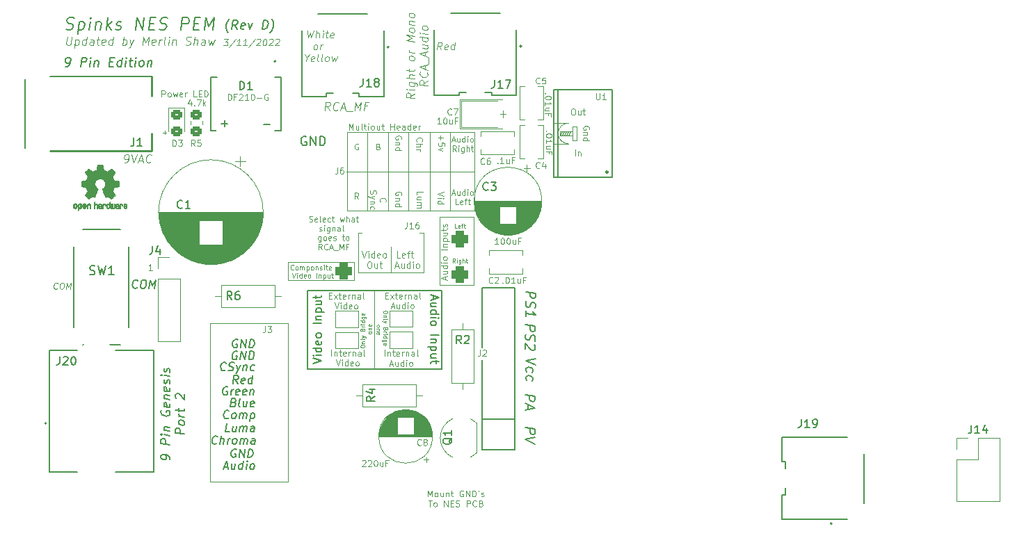
<source format=gto>
%TF.GenerationSoftware,KiCad,Pcbnew,(6.0.1)*%
%TF.CreationDate,2022-03-11T03:42:55-07:00*%
%TF.ProjectId,Power PCB Ver C -  TH - RF is 9 Pin Genesis Port V2,506f7765-7220-4504-9342-205665722043,rev?*%
%TF.SameCoordinates,Original*%
%TF.FileFunction,Legend,Top*%
%TF.FilePolarity,Positive*%
%FSLAX46Y46*%
G04 Gerber Fmt 4.6, Leading zero omitted, Abs format (unit mm)*
G04 Created by KiCad (PCBNEW (6.0.1)) date 2022-03-11 03:42:55*
%MOMM*%
%LPD*%
G01*
G04 APERTURE LIST*
G04 Aperture macros list*
%AMRoundRect*
0 Rectangle with rounded corners*
0 $1 Rounding radius*
0 $2 $3 $4 $5 $6 $7 $8 $9 X,Y pos of 4 corners*
0 Add a 4 corners polygon primitive as box body*
4,1,4,$2,$3,$4,$5,$6,$7,$8,$9,$2,$3,0*
0 Add four circle primitives for the rounded corners*
1,1,$1+$1,$2,$3*
1,1,$1+$1,$4,$5*
1,1,$1+$1,$6,$7*
1,1,$1+$1,$8,$9*
0 Add four rect primitives between the rounded corners*
20,1,$1+$1,$2,$3,$4,$5,0*
20,1,$1+$1,$4,$5,$6,$7,0*
20,1,$1+$1,$6,$7,$8,$9,0*
20,1,$1+$1,$8,$9,$2,$3,0*%
%AMOutline5P*
0 Free polygon, 5 corners , with rotation*
0 The origin of the aperture is its center*
0 number of corners: always 5*
0 $1 to $10 corner X, Y*
0 $11 Rotation angle, in degrees counterclockwise*
0 create outline with 5 corners*
4,1,5,$1,$2,$3,$4,$5,$6,$7,$8,$9,$10,$1,$2,$11*%
%AMOutline6P*
0 Free polygon, 6 corners , with rotation*
0 The origin of the aperture is its center*
0 number of corners: always 6*
0 $1 to $12 corner X, Y*
0 $13 Rotation angle, in degrees counterclockwise*
0 create outline with 6 corners*
4,1,6,$1,$2,$3,$4,$5,$6,$7,$8,$9,$10,$11,$12,$1,$2,$13*%
%AMOutline7P*
0 Free polygon, 7 corners , with rotation*
0 The origin of the aperture is its center*
0 number of corners: always 7*
0 $1 to $14 corner X, Y*
0 $15 Rotation angle, in degrees counterclockwise*
0 create outline with 7 corners*
4,1,7,$1,$2,$3,$4,$5,$6,$7,$8,$9,$10,$11,$12,$13,$14,$1,$2,$15*%
%AMOutline8P*
0 Free polygon, 8 corners , with rotation*
0 The origin of the aperture is its center*
0 number of corners: always 8*
0 $1 to $16 corner X, Y*
0 $17 Rotation angle, in degrees counterclockwise*
0 create outline with 8 corners*
4,1,8,$1,$2,$3,$4,$5,$6,$7,$8,$9,$10,$11,$12,$13,$14,$15,$16,$1,$2,$17*%
%AMFreePoly0*
4,1,6,1.000000,0.000000,0.500000,-0.750000,-0.500000,-0.750000,-0.500000,0.750000,0.500000,0.750000,1.000000,0.000000,1.000000,0.000000,$1*%
%AMFreePoly1*
4,1,6,0.500000,-0.750000,-0.650000,-0.750000,-0.150000,0.000000,-0.650000,0.750000,0.500000,0.750000,0.500000,-0.750000,0.500000,-0.750000,$1*%
G04 Aperture macros list end*
%ADD10C,0.100000*%
%ADD11C,0.075000*%
%ADD12C,0.120000*%
%ADD13C,0.080000*%
%ADD14C,0.254000*%
%ADD15C,0.200000*%
%ADD16C,0.150000*%
%ADD17C,0.250000*%
%ADD18C,0.127000*%
%ADD19C,0.010000*%
%ADD20O,4.000000X1.700000*%
%ADD21R,1.600000X1.600000*%
%ADD22C,1.600000*%
%ADD23R,1.599997X1.700000*%
%ADD24C,1.700000*%
%ADD25C,1.000000*%
%ADD26C,1.500000*%
%ADD27R,1.500000X1.500000*%
%ADD28R,2.400000X2.400000*%
%ADD29C,2.400000*%
%ADD30R,1.700000X1.700000*%
%ADD31O,1.700000X1.700000*%
%ADD32O,1.600000X1.600000*%
%ADD33O,1.950000X3.900000*%
%ADD34O,3.400000X1.700000*%
%ADD35RoundRect,0.500000X-0.500000X-0.500000X0.500000X-0.500000X0.500000X0.500000X-0.500000X0.500000X0*%
%ADD36Outline8P,-2.000000X1.000000X-1.000000X2.000000X1.000000X2.000000X2.000000X1.000000X2.000000X-1.000000X1.000000X-2.000000X-1.000000X-2.000000X-2.000000X-1.000000X0.000000*%
%ADD37Outline8P,-2.250000X1.125000X-1.125000X2.250000X1.125000X2.250000X2.250000X1.125000X2.250000X-1.125000X1.125000X-2.250000X-1.125000X-2.250000X-2.250000X-1.125000X0.000000*%
%ADD38FreePoly0,0.000000*%
%ADD39FreePoly1,0.000000*%
%ADD40R,2.000000X1.350000*%
%ADD41O,2.000000X1.350000*%
%ADD42R,1.508000X1.508000*%
%ADD43C,1.508000*%
%ADD44C,3.516000*%
%ADD45O,2.000000X4.000000*%
%ADD46RoundRect,0.250000X0.450000X-0.350000X0.450000X0.350000X-0.450000X0.350000X-0.450000X-0.350000X0*%
%ADD47R,2.000000X2.000000*%
%ADD48C,2.000000*%
%ADD49O,3.900000X1.950000*%
%ADD50O,1.700000X3.400000*%
%ADD51C,3.500000*%
%ADD52C,3.200000*%
%ADD53Outline8P,-1.550000X0.775000X-0.775000X1.550000X0.775000X1.550000X1.550000X0.775000X1.550000X-0.775000X0.775000X-1.550000X-0.775000X-1.550000X-1.550000X-0.775000X90.000000*%
%ADD54C,2.800000*%
%ADD55Outline8P,-0.700000X0.350000X-0.350000X0.700000X0.350000X0.700000X0.700000X0.350000X0.700000X-0.350000X0.350000X-0.700000X-0.350000X-0.700000X-0.700000X-0.350000X270.000000*%
%ADD56Outline8P,-0.800000X0.400000X-0.400000X0.800000X0.400000X0.800000X0.800000X0.400000X0.800000X-0.400000X0.400000X-0.800000X-0.400000X-0.800000X-0.800000X-0.400000X270.000000*%
%ADD57Outline8P,-0.800000X0.400000X-0.400000X0.800000X0.400000X0.800000X0.800000X0.400000X0.800000X-0.400000X0.400000X-0.800000X-0.400000X-0.800000X-0.800000X-0.400000X90.000000*%
%ADD58RoundRect,0.250000X-0.450000X0.325000X-0.450000X-0.325000X0.450000X-0.325000X0.450000X0.325000X0*%
G04 APERTURE END LIST*
D10*
X160633242Y-131729135D02*
X160633242Y-130979135D01*
X160883242Y-131514850D01*
X161133242Y-130979135D01*
X161133242Y-131729135D01*
X161597528Y-131729135D02*
X161526100Y-131693421D01*
X161490385Y-131657707D01*
X161454671Y-131586278D01*
X161454671Y-131371992D01*
X161490385Y-131300564D01*
X161526100Y-131264850D01*
X161597528Y-131229135D01*
X161704671Y-131229135D01*
X161776100Y-131264850D01*
X161811814Y-131300564D01*
X161847528Y-131371992D01*
X161847528Y-131586278D01*
X161811814Y-131657707D01*
X161776100Y-131693421D01*
X161704671Y-131729135D01*
X161597528Y-131729135D01*
X162490385Y-131229135D02*
X162490385Y-131729135D01*
X162168957Y-131229135D02*
X162168957Y-131621992D01*
X162204671Y-131693421D01*
X162276100Y-131729135D01*
X162383242Y-131729135D01*
X162454671Y-131693421D01*
X162490385Y-131657707D01*
X162847528Y-131229135D02*
X162847528Y-131729135D01*
X162847528Y-131300564D02*
X162883242Y-131264850D01*
X162954671Y-131229135D01*
X163061814Y-131229135D01*
X163133242Y-131264850D01*
X163168957Y-131336278D01*
X163168957Y-131729135D01*
X163418957Y-131229135D02*
X163704671Y-131229135D01*
X163526100Y-130979135D02*
X163526100Y-131621992D01*
X163561814Y-131693421D01*
X163633242Y-131729135D01*
X163704671Y-131729135D01*
X164918957Y-131014850D02*
X164847528Y-130979135D01*
X164740385Y-130979135D01*
X164633242Y-131014850D01*
X164561814Y-131086278D01*
X164526100Y-131157707D01*
X164490385Y-131300564D01*
X164490385Y-131407707D01*
X164526100Y-131550564D01*
X164561814Y-131621992D01*
X164633242Y-131693421D01*
X164740385Y-131729135D01*
X164811814Y-131729135D01*
X164918957Y-131693421D01*
X164954671Y-131657707D01*
X164954671Y-131407707D01*
X164811814Y-131407707D01*
X165276100Y-131729135D02*
X165276100Y-130979135D01*
X165704671Y-131729135D01*
X165704671Y-130979135D01*
X166061814Y-131729135D02*
X166061814Y-130979135D01*
X166240385Y-130979135D01*
X166347528Y-131014850D01*
X166418957Y-131086278D01*
X166454671Y-131157707D01*
X166490385Y-131300564D01*
X166490385Y-131407707D01*
X166454671Y-131550564D01*
X166418957Y-131621992D01*
X166347528Y-131693421D01*
X166240385Y-131729135D01*
X166061814Y-131729135D01*
X166847528Y-130979135D02*
X166776100Y-131121992D01*
X167133242Y-131693421D02*
X167204671Y-131729135D01*
X167347528Y-131729135D01*
X167418957Y-131693421D01*
X167454671Y-131621992D01*
X167454671Y-131586278D01*
X167418957Y-131514850D01*
X167347528Y-131479135D01*
X167240385Y-131479135D01*
X167168957Y-131443421D01*
X167133242Y-131371992D01*
X167133242Y-131336278D01*
X167168957Y-131264850D01*
X167240385Y-131229135D01*
X167347528Y-131229135D01*
X167418957Y-131264850D01*
X160686814Y-132186635D02*
X161115385Y-132186635D01*
X160901100Y-132936635D02*
X160901100Y-132186635D01*
X161472528Y-132936635D02*
X161401100Y-132900921D01*
X161365385Y-132865207D01*
X161329671Y-132793778D01*
X161329671Y-132579492D01*
X161365385Y-132508064D01*
X161401100Y-132472350D01*
X161472528Y-132436635D01*
X161579671Y-132436635D01*
X161651100Y-132472350D01*
X161686814Y-132508064D01*
X161722528Y-132579492D01*
X161722528Y-132793778D01*
X161686814Y-132865207D01*
X161651100Y-132900921D01*
X161579671Y-132936635D01*
X161472528Y-132936635D01*
X162615385Y-132936635D02*
X162615385Y-132186635D01*
X163043957Y-132936635D01*
X163043957Y-132186635D01*
X163401100Y-132543778D02*
X163651100Y-132543778D01*
X163758242Y-132936635D02*
X163401100Y-132936635D01*
X163401100Y-132186635D01*
X163758242Y-132186635D01*
X164043957Y-132900921D02*
X164151100Y-132936635D01*
X164329671Y-132936635D01*
X164401100Y-132900921D01*
X164436814Y-132865207D01*
X164472528Y-132793778D01*
X164472528Y-132722350D01*
X164436814Y-132650921D01*
X164401100Y-132615207D01*
X164329671Y-132579492D01*
X164186814Y-132543778D01*
X164115385Y-132508064D01*
X164079671Y-132472350D01*
X164043957Y-132400921D01*
X164043957Y-132329492D01*
X164079671Y-132258064D01*
X164115385Y-132222350D01*
X164186814Y-132186635D01*
X164365385Y-132186635D01*
X164472528Y-132222350D01*
X165365385Y-132936635D02*
X165365385Y-132186635D01*
X165651100Y-132186635D01*
X165722528Y-132222350D01*
X165758242Y-132258064D01*
X165793957Y-132329492D01*
X165793957Y-132436635D01*
X165758242Y-132508064D01*
X165722528Y-132543778D01*
X165651100Y-132579492D01*
X165365385Y-132579492D01*
X166543957Y-132865207D02*
X166508242Y-132900921D01*
X166401100Y-132936635D01*
X166329671Y-132936635D01*
X166222528Y-132900921D01*
X166151100Y-132829492D01*
X166115385Y-132758064D01*
X166079671Y-132615207D01*
X166079671Y-132508064D01*
X166115385Y-132365207D01*
X166151100Y-132293778D01*
X166222528Y-132222350D01*
X166329671Y-132186635D01*
X166401100Y-132186635D01*
X166508242Y-132222350D01*
X166543957Y-132258064D01*
X167115385Y-132543778D02*
X167222528Y-132579492D01*
X167258242Y-132615207D01*
X167293957Y-132686635D01*
X167293957Y-132793778D01*
X167258242Y-132865207D01*
X167222528Y-132900921D01*
X167151100Y-132936635D01*
X166865385Y-132936635D01*
X166865385Y-132186635D01*
X167115385Y-132186635D01*
X167186814Y-132222350D01*
X167222528Y-132258064D01*
X167258242Y-132329492D01*
X167258242Y-132400921D01*
X167222528Y-132472350D01*
X167186814Y-132508064D01*
X167115385Y-132543778D01*
X166865385Y-132543778D01*
D11*
X152449790Y-113460266D02*
X152449790Y-113365028D01*
X152473600Y-113317409D01*
X152521219Y-113269790D01*
X152616457Y-113245980D01*
X152783123Y-113245980D01*
X152878361Y-113269790D01*
X152925980Y-113317409D01*
X152949790Y-113365028D01*
X152949790Y-113460266D01*
X152925980Y-113507885D01*
X152878361Y-113555504D01*
X152783123Y-113579314D01*
X152616457Y-113579314D01*
X152521219Y-113555504D01*
X152473600Y-113507885D01*
X152449790Y-113460266D01*
X152616457Y-113031695D02*
X152949790Y-113031695D01*
X152664076Y-113031695D02*
X152640266Y-113007885D01*
X152616457Y-112960266D01*
X152616457Y-112888838D01*
X152640266Y-112841219D01*
X152687885Y-112817409D01*
X152949790Y-112817409D01*
X152949790Y-112507885D02*
X152925980Y-112555504D01*
X152878361Y-112579314D01*
X152449790Y-112579314D01*
X152616457Y-112365028D02*
X152949790Y-112245980D01*
X152616457Y-112126933D02*
X152949790Y-112245980D01*
X153068838Y-112293600D01*
X153092647Y-112317409D01*
X153116457Y-112365028D01*
X152687885Y-111388838D02*
X152711695Y-111317409D01*
X152735504Y-111293600D01*
X152783123Y-111269790D01*
X152854552Y-111269790D01*
X152902171Y-111293600D01*
X152925980Y-111317409D01*
X152949790Y-111365028D01*
X152949790Y-111555504D01*
X152449790Y-111555504D01*
X152449790Y-111388838D01*
X152473600Y-111341219D01*
X152497409Y-111317409D01*
X152545028Y-111293600D01*
X152592647Y-111293600D01*
X152640266Y-111317409D01*
X152664076Y-111341219D01*
X152687885Y-111388838D01*
X152687885Y-111555504D01*
X152949790Y-111055504D02*
X152616457Y-111055504D01*
X152711695Y-111055504D02*
X152664076Y-111031695D01*
X152640266Y-111007885D01*
X152616457Y-110960266D01*
X152616457Y-110912647D01*
X152949790Y-110745980D02*
X152616457Y-110745980D01*
X152449790Y-110745980D02*
X152473600Y-110769790D01*
X152497409Y-110745980D01*
X152473600Y-110722171D01*
X152449790Y-110745980D01*
X152497409Y-110745980D01*
X152949790Y-110293600D02*
X152449790Y-110293600D01*
X152925980Y-110293600D02*
X152949790Y-110341219D01*
X152949790Y-110436457D01*
X152925980Y-110484076D01*
X152902171Y-110507885D01*
X152854552Y-110531695D01*
X152711695Y-110531695D01*
X152664076Y-110507885D01*
X152640266Y-110484076D01*
X152616457Y-110436457D01*
X152616457Y-110341219D01*
X152640266Y-110293600D01*
X152616457Y-109841219D02*
X153021219Y-109841219D01*
X153068838Y-109865028D01*
X153092647Y-109888838D01*
X153116457Y-109936457D01*
X153116457Y-110007885D01*
X153092647Y-110055504D01*
X152925980Y-109841219D02*
X152949790Y-109888838D01*
X152949790Y-109984076D01*
X152925980Y-110031695D01*
X152902171Y-110055504D01*
X152854552Y-110079314D01*
X152711695Y-110079314D01*
X152664076Y-110055504D01*
X152640266Y-110031695D01*
X152616457Y-109984076D01*
X152616457Y-109888838D01*
X152640266Y-109841219D01*
X152925980Y-109412647D02*
X152949790Y-109460266D01*
X152949790Y-109555504D01*
X152925980Y-109603123D01*
X152878361Y-109626933D01*
X152687885Y-109626933D01*
X152640266Y-109603123D01*
X152616457Y-109555504D01*
X152616457Y-109460266D01*
X152640266Y-109412647D01*
X152687885Y-109388838D01*
X152735504Y-109388838D01*
X152783123Y-109626933D01*
X153754790Y-111769790D02*
X153730980Y-111817409D01*
X153707171Y-111841219D01*
X153659552Y-111865028D01*
X153516695Y-111865028D01*
X153469076Y-111841219D01*
X153445266Y-111817409D01*
X153421457Y-111769790D01*
X153421457Y-111698361D01*
X153445266Y-111650742D01*
X153469076Y-111626933D01*
X153516695Y-111603123D01*
X153659552Y-111603123D01*
X153707171Y-111626933D01*
X153730980Y-111650742D01*
X153754790Y-111698361D01*
X153754790Y-111769790D01*
X153421457Y-111388838D02*
X153754790Y-111388838D01*
X153469076Y-111388838D02*
X153445266Y-111365028D01*
X153421457Y-111317409D01*
X153421457Y-111245980D01*
X153445266Y-111198361D01*
X153492885Y-111174552D01*
X153754790Y-111174552D01*
X153730980Y-110745980D02*
X153754790Y-110793600D01*
X153754790Y-110888838D01*
X153730980Y-110936457D01*
X153683361Y-110960266D01*
X153492885Y-110960266D01*
X153445266Y-110936457D01*
X153421457Y-110888838D01*
X153421457Y-110793600D01*
X153445266Y-110745980D01*
X153492885Y-110722171D01*
X153540504Y-110722171D01*
X153588123Y-110960266D01*
D12*
X166226100Y-97693600D02*
X166226100Y-105993600D01*
X160126100Y-99643600D02*
X160126100Y-104143600D01*
X160126100Y-104143600D02*
X160126100Y-104393600D01*
X159626100Y-99643600D02*
X160126100Y-99643600D01*
X156126100Y-103393600D02*
X156126100Y-104393600D01*
X156126100Y-100893600D02*
X156126100Y-103393600D01*
X152126100Y-104393600D02*
X160126100Y-104393600D01*
X152126100Y-99643600D02*
X152626100Y-99643600D01*
X152126100Y-100393600D02*
X152126100Y-99643600D01*
X152126100Y-104393600D02*
X152126100Y-100393600D01*
X143626100Y-105393600D02*
X144876100Y-105393600D01*
X143626100Y-103143600D02*
X143626100Y-105393600D01*
X144876100Y-103143600D02*
X143626100Y-103143600D01*
D13*
X144283242Y-104054885D02*
X144254671Y-104083457D01*
X144168957Y-104112028D01*
X144111814Y-104112028D01*
X144026100Y-104083457D01*
X143968957Y-104026314D01*
X143940385Y-103969171D01*
X143911814Y-103854885D01*
X143911814Y-103769171D01*
X143940385Y-103654885D01*
X143968957Y-103597742D01*
X144026100Y-103540600D01*
X144111814Y-103512028D01*
X144168957Y-103512028D01*
X144254671Y-103540600D01*
X144283242Y-103569171D01*
X144626100Y-104112028D02*
X144568957Y-104083457D01*
X144540385Y-104054885D01*
X144511814Y-103997742D01*
X144511814Y-103826314D01*
X144540385Y-103769171D01*
X144568957Y-103740600D01*
X144626100Y-103712028D01*
X144711814Y-103712028D01*
X144768957Y-103740600D01*
X144797528Y-103769171D01*
X144826100Y-103826314D01*
X144826100Y-103997742D01*
X144797528Y-104054885D01*
X144768957Y-104083457D01*
X144711814Y-104112028D01*
X144626100Y-104112028D01*
X145083242Y-104112028D02*
X145083242Y-103712028D01*
X145083242Y-103769171D02*
X145111814Y-103740600D01*
X145168957Y-103712028D01*
X145254671Y-103712028D01*
X145311814Y-103740600D01*
X145340385Y-103797742D01*
X145340385Y-104112028D01*
X145340385Y-103797742D02*
X145368957Y-103740600D01*
X145426100Y-103712028D01*
X145511814Y-103712028D01*
X145568957Y-103740600D01*
X145597528Y-103797742D01*
X145597528Y-104112028D01*
X145883242Y-103712028D02*
X145883242Y-104312028D01*
X145883242Y-103740600D02*
X145940385Y-103712028D01*
X146054671Y-103712028D01*
X146111814Y-103740600D01*
X146140385Y-103769171D01*
X146168957Y-103826314D01*
X146168957Y-103997742D01*
X146140385Y-104054885D01*
X146111814Y-104083457D01*
X146054671Y-104112028D01*
X145940385Y-104112028D01*
X145883242Y-104083457D01*
X146511814Y-104112028D02*
X146454671Y-104083457D01*
X146426100Y-104054885D01*
X146397528Y-103997742D01*
X146397528Y-103826314D01*
X146426100Y-103769171D01*
X146454671Y-103740600D01*
X146511814Y-103712028D01*
X146597528Y-103712028D01*
X146654671Y-103740600D01*
X146683242Y-103769171D01*
X146711814Y-103826314D01*
X146711814Y-103997742D01*
X146683242Y-104054885D01*
X146654671Y-104083457D01*
X146597528Y-104112028D01*
X146511814Y-104112028D01*
X146968957Y-103712028D02*
X146968957Y-104112028D01*
X146968957Y-103769171D02*
X146997528Y-103740600D01*
X147054671Y-103712028D01*
X147140385Y-103712028D01*
X147197528Y-103740600D01*
X147226100Y-103797742D01*
X147226100Y-104112028D01*
X147483242Y-104083457D02*
X147540385Y-104112028D01*
X147654671Y-104112028D01*
X147711814Y-104083457D01*
X147740385Y-104026314D01*
X147740385Y-103997742D01*
X147711814Y-103940600D01*
X147654671Y-103912028D01*
X147568957Y-103912028D01*
X147511814Y-103883457D01*
X147483242Y-103826314D01*
X147483242Y-103797742D01*
X147511814Y-103740600D01*
X147568957Y-103712028D01*
X147654671Y-103712028D01*
X147711814Y-103740600D01*
X147997528Y-104112028D02*
X147997528Y-103712028D01*
X147997528Y-103512028D02*
X147968957Y-103540600D01*
X147997528Y-103569171D01*
X148026100Y-103540600D01*
X147997528Y-103512028D01*
X147997528Y-103569171D01*
X148197528Y-103712028D02*
X148426100Y-103712028D01*
X148283242Y-103512028D02*
X148283242Y-104026314D01*
X148311814Y-104083457D01*
X148368957Y-104112028D01*
X148426100Y-104112028D01*
X148854671Y-104083457D02*
X148797528Y-104112028D01*
X148683242Y-104112028D01*
X148626100Y-104083457D01*
X148597528Y-104026314D01*
X148597528Y-103797742D01*
X148626100Y-103740600D01*
X148683242Y-103712028D01*
X148797528Y-103712028D01*
X148854671Y-103740600D01*
X148883242Y-103797742D01*
X148883242Y-103854885D01*
X148597528Y-103912028D01*
X144126100Y-104478028D02*
X144326100Y-105078028D01*
X144526100Y-104478028D01*
X144726100Y-105078028D02*
X144726100Y-104678028D01*
X144726100Y-104478028D02*
X144697528Y-104506600D01*
X144726100Y-104535171D01*
X144754671Y-104506600D01*
X144726100Y-104478028D01*
X144726100Y-104535171D01*
X145268957Y-105078028D02*
X145268957Y-104478028D01*
X145268957Y-105049457D02*
X145211814Y-105078028D01*
X145097528Y-105078028D01*
X145040385Y-105049457D01*
X145011814Y-105020885D01*
X144983242Y-104963742D01*
X144983242Y-104792314D01*
X145011814Y-104735171D01*
X145040385Y-104706600D01*
X145097528Y-104678028D01*
X145211814Y-104678028D01*
X145268957Y-104706600D01*
X145783242Y-105049457D02*
X145726100Y-105078028D01*
X145611814Y-105078028D01*
X145554671Y-105049457D01*
X145526100Y-104992314D01*
X145526100Y-104763742D01*
X145554671Y-104706600D01*
X145611814Y-104678028D01*
X145726100Y-104678028D01*
X145783242Y-104706600D01*
X145811814Y-104763742D01*
X145811814Y-104820885D01*
X145526100Y-104878028D01*
X146154671Y-105078028D02*
X146097528Y-105049457D01*
X146068957Y-105020885D01*
X146040385Y-104963742D01*
X146040385Y-104792314D01*
X146068957Y-104735171D01*
X146097528Y-104706600D01*
X146154671Y-104678028D01*
X146240385Y-104678028D01*
X146297528Y-104706600D01*
X146326100Y-104735171D01*
X146354671Y-104792314D01*
X146354671Y-104963742D01*
X146326100Y-105020885D01*
X146297528Y-105049457D01*
X146240385Y-105078028D01*
X146154671Y-105078028D01*
X147068957Y-105078028D02*
X147068957Y-104478028D01*
X147354671Y-104678028D02*
X147354671Y-105078028D01*
X147354671Y-104735171D02*
X147383242Y-104706600D01*
X147440385Y-104678028D01*
X147526100Y-104678028D01*
X147583242Y-104706600D01*
X147611814Y-104763742D01*
X147611814Y-105078028D01*
X147897528Y-104678028D02*
X147897528Y-105278028D01*
X147897528Y-104706600D02*
X147954671Y-104678028D01*
X148068957Y-104678028D01*
X148126100Y-104706600D01*
X148154671Y-104735171D01*
X148183242Y-104792314D01*
X148183242Y-104963742D01*
X148154671Y-105020885D01*
X148126100Y-105049457D01*
X148068957Y-105078028D01*
X147954671Y-105078028D01*
X147897528Y-105049457D01*
X148697528Y-104678028D02*
X148697528Y-105078028D01*
X148440385Y-104678028D02*
X148440385Y-104992314D01*
X148468957Y-105049457D01*
X148526100Y-105078028D01*
X148611814Y-105078028D01*
X148668957Y-105049457D01*
X148697528Y-105020885D01*
X148897528Y-104678028D02*
X149126100Y-104678028D01*
X148983242Y-104478028D02*
X148983242Y-104992314D01*
X149011814Y-105049457D01*
X149068957Y-105078028D01*
X149126100Y-105078028D01*
D12*
X151626100Y-105393600D02*
X144876100Y-105393600D01*
X151626100Y-103143600D02*
X151626100Y-105393600D01*
X151376100Y-103143600D02*
X151626100Y-103143600D01*
X151376100Y-103143600D02*
X144876100Y-103143600D01*
X154122350Y-106638600D02*
X154129850Y-109328600D01*
X143626100Y-129893600D02*
X134126100Y-129893600D01*
D14*
X114626100Y-89634798D02*
X127050102Y-89634798D01*
D15*
X162359100Y-116183600D02*
X162359100Y-106633600D01*
D12*
X134126100Y-129893600D02*
X134126100Y-110643600D01*
X154129850Y-109328600D02*
X154126100Y-113143600D01*
D14*
X127050102Y-89634798D02*
X127050102Y-87480600D01*
D15*
X145976100Y-116183600D02*
X162359100Y-116183600D01*
D12*
X134126100Y-110643600D02*
X141126100Y-110643600D01*
X166226100Y-105993600D02*
X162026100Y-105993600D01*
X141126100Y-110643600D02*
X143626100Y-110643600D01*
D15*
X111626100Y-89313600D02*
X111626100Y-80913600D01*
D12*
X154126100Y-113143600D02*
X154126100Y-116012600D01*
X128596100Y-87148600D02*
X128596100Y-87623600D01*
X162026100Y-97693600D02*
X166226100Y-97693600D01*
X128351100Y-87393600D02*
X128826100Y-87393600D01*
D15*
X114626100Y-80592398D02*
X127050102Y-80592398D01*
X145976100Y-106633600D02*
X162359100Y-106633600D01*
D12*
X162026100Y-97693600D02*
X162026100Y-105993600D01*
X143626100Y-110643600D02*
X143626100Y-129893600D01*
D15*
X145976100Y-116183600D02*
X145976100Y-106633600D01*
D14*
X127050102Y-82908600D02*
X127050102Y-80592398D01*
D10*
X157268957Y-102611504D02*
X156888004Y-102611504D01*
X156888004Y-101811504D01*
X157840385Y-102573409D02*
X157764195Y-102611504D01*
X157611814Y-102611504D01*
X157535623Y-102573409D01*
X157497528Y-102497219D01*
X157497528Y-102192457D01*
X157535623Y-102116266D01*
X157611814Y-102078171D01*
X157764195Y-102078171D01*
X157840385Y-102116266D01*
X157878480Y-102192457D01*
X157878480Y-102268647D01*
X157497528Y-102344838D01*
X158107052Y-102078171D02*
X158411814Y-102078171D01*
X158221338Y-102611504D02*
X158221338Y-101925790D01*
X158259433Y-101849600D01*
X158335623Y-101811504D01*
X158411814Y-101811504D01*
X158564195Y-102078171D02*
X158868957Y-102078171D01*
X158678480Y-101811504D02*
X158678480Y-102497219D01*
X158716576Y-102573409D01*
X158792766Y-102611504D01*
X158868957Y-102611504D01*
X156659433Y-103670933D02*
X157040385Y-103670933D01*
X156583242Y-103899504D02*
X156849909Y-103099504D01*
X157116576Y-103899504D01*
X157726100Y-103366171D02*
X157726100Y-103899504D01*
X157383242Y-103366171D02*
X157383242Y-103785219D01*
X157421338Y-103861409D01*
X157497528Y-103899504D01*
X157611814Y-103899504D01*
X157688004Y-103861409D01*
X157726100Y-103823314D01*
X158449909Y-103899504D02*
X158449909Y-103099504D01*
X158449909Y-103861409D02*
X158373719Y-103899504D01*
X158221338Y-103899504D01*
X158145147Y-103861409D01*
X158107052Y-103823314D01*
X158068957Y-103747123D01*
X158068957Y-103518552D01*
X158107052Y-103442361D01*
X158145147Y-103404266D01*
X158221338Y-103366171D01*
X158373719Y-103366171D01*
X158449909Y-103404266D01*
X158830861Y-103899504D02*
X158830861Y-103366171D01*
X158830861Y-103099504D02*
X158792766Y-103137600D01*
X158830861Y-103175695D01*
X158868957Y-103137600D01*
X158830861Y-103099504D01*
X158830861Y-103175695D01*
X159326100Y-103899504D02*
X159249909Y-103861409D01*
X159211814Y-103823314D01*
X159173719Y-103747123D01*
X159173719Y-103518552D01*
X159211814Y-103442361D01*
X159249909Y-103404266D01*
X159326100Y-103366171D01*
X159440385Y-103366171D01*
X159516576Y-103404266D01*
X159554671Y-103442361D01*
X159592766Y-103518552D01*
X159592766Y-103747123D01*
X159554671Y-103823314D01*
X159516576Y-103861409D01*
X159440385Y-103899504D01*
X159326100Y-103899504D01*
D16*
X136303957Y-75210266D02*
X136258123Y-75157885D01*
X136173004Y-75000742D01*
X136133719Y-74895980D01*
X136100980Y-74738838D01*
X136081338Y-74476933D01*
X136107528Y-74267409D01*
X136192647Y-74005504D01*
X136264671Y-73848361D01*
X136330147Y-73743600D01*
X136454552Y-73586457D01*
X136513480Y-73534076D01*
X137403957Y-74791219D02*
X137102766Y-74267409D01*
X136775385Y-74791219D02*
X136912885Y-73691219D01*
X137331933Y-73691219D01*
X137430147Y-73743600D01*
X137475980Y-73795980D01*
X137515266Y-73900742D01*
X137495623Y-74057885D01*
X137430147Y-74162647D01*
X137371219Y-74215028D01*
X137259909Y-74267409D01*
X136840861Y-74267409D01*
X138300980Y-74738838D02*
X138189671Y-74791219D01*
X137980147Y-74791219D01*
X137881933Y-74738838D01*
X137842647Y-74634076D01*
X137895028Y-74215028D01*
X137960504Y-74110266D01*
X138071814Y-74057885D01*
X138281338Y-74057885D01*
X138379552Y-74110266D01*
X138418838Y-74215028D01*
X138405742Y-74319790D01*
X137868838Y-74424552D01*
X138805147Y-74057885D02*
X138975385Y-74791219D01*
X139328957Y-74057885D01*
X140494433Y-74791219D02*
X140631933Y-73691219D01*
X140893838Y-73691219D01*
X141044433Y-73743600D01*
X141136100Y-73848361D01*
X141175385Y-73953123D01*
X141201576Y-74162647D01*
X141181933Y-74319790D01*
X141103361Y-74529314D01*
X141037885Y-74634076D01*
X140920028Y-74738838D01*
X140756338Y-74791219D01*
X140494433Y-74791219D01*
X141437290Y-75210266D02*
X141496219Y-75157885D01*
X141620623Y-75000742D01*
X141686100Y-74895980D01*
X141758123Y-74738838D01*
X141843242Y-74476933D01*
X141869433Y-74267409D01*
X141849790Y-74005504D01*
X141817052Y-73848361D01*
X141777766Y-73743600D01*
X141692647Y-73586457D01*
X141646814Y-73534076D01*
D10*
X123683808Y-91045980D02*
X123874284Y-91045980D01*
X123975475Y-90998361D01*
X124029046Y-90950742D01*
X124142141Y-90807885D01*
X124213570Y-90617409D01*
X124261189Y-90236457D01*
X124225475Y-90141219D01*
X124183808Y-90093600D01*
X124094522Y-90045980D01*
X123904046Y-90045980D01*
X123802855Y-90093600D01*
X123749284Y-90141219D01*
X123689760Y-90236457D01*
X123659998Y-90474552D01*
X123695713Y-90569790D01*
X123737379Y-90617409D01*
X123826665Y-90665028D01*
X124017141Y-90665028D01*
X124118332Y-90617409D01*
X124171903Y-90569790D01*
X124231427Y-90474552D01*
X124570713Y-90045980D02*
X124779046Y-91045980D01*
X125237379Y-90045980D01*
X125433808Y-90760266D02*
X125909998Y-90760266D01*
X125302855Y-91045980D02*
X125761189Y-90045980D01*
X125969522Y-91045980D01*
X126886189Y-90950742D02*
X126832617Y-90998361D01*
X126683808Y-91045980D01*
X126588570Y-91045980D01*
X126451665Y-90998361D01*
X126368332Y-90903123D01*
X126332617Y-90807885D01*
X126308808Y-90617409D01*
X126326665Y-90474552D01*
X126398094Y-90284076D01*
X126457617Y-90188838D01*
X126564760Y-90093600D01*
X126713570Y-90045980D01*
X126808808Y-90045980D01*
X126945713Y-90093600D01*
X126987379Y-90141219D01*
D16*
X137438570Y-114083600D02*
X137349284Y-114035980D01*
X137206427Y-114035980D01*
X137057617Y-114083600D01*
X136950475Y-114178838D01*
X136890951Y-114274076D01*
X136819522Y-114464552D01*
X136801665Y-114607409D01*
X136825475Y-114797885D01*
X136861189Y-114893123D01*
X136944522Y-114988361D01*
X137081427Y-115035980D01*
X137176665Y-115035980D01*
X137325475Y-114988361D01*
X137379046Y-114940742D01*
X137420713Y-114607409D01*
X137230236Y-114607409D01*
X137795713Y-115035980D02*
X137920713Y-114035980D01*
X138367141Y-115035980D01*
X138492141Y-114035980D01*
X138843332Y-115035980D02*
X138968332Y-114035980D01*
X139206427Y-114035980D01*
X139343332Y-114083600D01*
X139426665Y-114178838D01*
X139462379Y-114274076D01*
X139486189Y-114464552D01*
X139468332Y-114607409D01*
X139396903Y-114797885D01*
X139337379Y-114893123D01*
X139230236Y-114988361D01*
X139081427Y-115035980D01*
X138843332Y-115035980D01*
D11*
X135834885Y-75980504D02*
X136330123Y-75980504D01*
X136025361Y-76285266D01*
X136139647Y-76285266D01*
X136211076Y-76323361D01*
X136244409Y-76361457D01*
X136272980Y-76437647D01*
X136249171Y-76628123D01*
X136201552Y-76704314D01*
X136158695Y-76742409D01*
X136077742Y-76780504D01*
X135849171Y-76780504D01*
X135777742Y-76742409D01*
X135744409Y-76704314D01*
X137249171Y-75942409D02*
X136434885Y-76970980D01*
X137830123Y-76780504D02*
X137372980Y-76780504D01*
X137601552Y-76780504D02*
X137701552Y-75980504D01*
X137611076Y-76094790D01*
X137525361Y-76170980D01*
X137444409Y-76209076D01*
X138592028Y-76780504D02*
X138134885Y-76780504D01*
X138363457Y-76780504D02*
X138463457Y-75980504D01*
X138372980Y-76094790D01*
X138287266Y-76170980D01*
X138206314Y-76209076D01*
X139611076Y-75942409D02*
X138796790Y-76970980D01*
X139825361Y-76056695D02*
X139868219Y-76018600D01*
X139949171Y-75980504D01*
X140139647Y-75980504D01*
X140211076Y-76018600D01*
X140244409Y-76056695D01*
X140272980Y-76132885D01*
X140263457Y-76209076D01*
X140211076Y-76323361D01*
X139696790Y-76780504D01*
X140192028Y-76780504D01*
X140787266Y-75980504D02*
X140863457Y-75980504D01*
X140934885Y-76018600D01*
X140968219Y-76056695D01*
X140996790Y-76132885D01*
X141015838Y-76285266D01*
X140992028Y-76475742D01*
X140934885Y-76628123D01*
X140887266Y-76704314D01*
X140844409Y-76742409D01*
X140763457Y-76780504D01*
X140687266Y-76780504D01*
X140615838Y-76742409D01*
X140582504Y-76704314D01*
X140553933Y-76628123D01*
X140534885Y-76475742D01*
X140558695Y-76285266D01*
X140615838Y-76132885D01*
X140663457Y-76056695D01*
X140706314Y-76018600D01*
X140787266Y-75980504D01*
X141349171Y-76056695D02*
X141392028Y-76018600D01*
X141472980Y-75980504D01*
X141663457Y-75980504D01*
X141734885Y-76018600D01*
X141768219Y-76056695D01*
X141796790Y-76132885D01*
X141787266Y-76209076D01*
X141734885Y-76323361D01*
X141220600Y-76780504D01*
X141715838Y-76780504D01*
X142111076Y-76056695D02*
X142153933Y-76018600D01*
X142234885Y-75980504D01*
X142425361Y-75980504D01*
X142496790Y-76018600D01*
X142530123Y-76056695D01*
X142558695Y-76132885D01*
X142549171Y-76209076D01*
X142496790Y-76323361D01*
X141982504Y-76780504D01*
X142477742Y-76780504D01*
D10*
X163501100Y-85161457D02*
X163465385Y-85197171D01*
X163358242Y-85232885D01*
X163286814Y-85232885D01*
X163179671Y-85197171D01*
X163108242Y-85125742D01*
X163072528Y-85054314D01*
X163036814Y-84911457D01*
X163036814Y-84804314D01*
X163072528Y-84661457D01*
X163108242Y-84590028D01*
X163179671Y-84518600D01*
X163286814Y-84482885D01*
X163358242Y-84482885D01*
X163465385Y-84518600D01*
X163501100Y-84554314D01*
X163751100Y-84482885D02*
X164251100Y-84482885D01*
X163929671Y-85232885D01*
X152152528Y-88768600D02*
X152081100Y-88732885D01*
X151973957Y-88732885D01*
X151866814Y-88768600D01*
X151795385Y-88840028D01*
X151759671Y-88911457D01*
X151723957Y-89054314D01*
X151723957Y-89161457D01*
X151759671Y-89304314D01*
X151795385Y-89375742D01*
X151866814Y-89447171D01*
X151973957Y-89482885D01*
X152045385Y-89482885D01*
X152152528Y-89447171D01*
X152188242Y-89411457D01*
X152188242Y-89161457D01*
X152045385Y-89161457D01*
X152158242Y-95482885D02*
X151908242Y-95125742D01*
X151729671Y-95482885D02*
X151729671Y-94732885D01*
X152015385Y-94732885D01*
X152086814Y-94768600D01*
X152122528Y-94804314D01*
X152158242Y-94875742D01*
X152158242Y-94982885D01*
X152122528Y-95054314D01*
X152086814Y-95090028D01*
X152015385Y-95125742D01*
X151729671Y-95125742D01*
X158998480Y-82634701D02*
X158522290Y-82908510D01*
X158998480Y-83206129D02*
X157998480Y-83081129D01*
X157998480Y-82700177D01*
X158046100Y-82610891D01*
X158093719Y-82569225D01*
X158188957Y-82533510D01*
X158331814Y-82551367D01*
X158427052Y-82610891D01*
X158474671Y-82664463D01*
X158522290Y-82765653D01*
X158522290Y-83146605D01*
X158998480Y-82206129D02*
X158331814Y-82122796D01*
X157998480Y-82081129D02*
X158046100Y-82134701D01*
X158093719Y-82093034D01*
X158046100Y-82039463D01*
X157998480Y-82081129D01*
X158093719Y-82093034D01*
X158331814Y-81218034D02*
X159141338Y-81319225D01*
X159236576Y-81378748D01*
X159284195Y-81432320D01*
X159331814Y-81533510D01*
X159331814Y-81676367D01*
X159284195Y-81765653D01*
X158950861Y-81295415D02*
X158998480Y-81396605D01*
X158998480Y-81587082D01*
X158950861Y-81676367D01*
X158903242Y-81718034D01*
X158808004Y-81753748D01*
X158522290Y-81718034D01*
X158427052Y-81658510D01*
X158379433Y-81604939D01*
X158331814Y-81503748D01*
X158331814Y-81313272D01*
X158379433Y-81223986D01*
X158998480Y-80825177D02*
X157998480Y-80700177D01*
X158998480Y-80396605D02*
X158474671Y-80331129D01*
X158379433Y-80366844D01*
X158331814Y-80456129D01*
X158331814Y-80598986D01*
X158379433Y-80700177D01*
X158427052Y-80753748D01*
X158331814Y-79979939D02*
X158331814Y-79598986D01*
X157998480Y-79795415D02*
X158855623Y-79902558D01*
X158950861Y-79866844D01*
X158998480Y-79777558D01*
X158998480Y-79682320D01*
X158998480Y-78444225D02*
X158950861Y-78533510D01*
X158903242Y-78575177D01*
X158808004Y-78610891D01*
X158522290Y-78575177D01*
X158427052Y-78515653D01*
X158379433Y-78462082D01*
X158331814Y-78360891D01*
X158331814Y-78218034D01*
X158379433Y-78128748D01*
X158427052Y-78087082D01*
X158522290Y-78051367D01*
X158808004Y-78087082D01*
X158903242Y-78146605D01*
X158950861Y-78200177D01*
X158998480Y-78301367D01*
X158998480Y-78444225D01*
X158998480Y-77682320D02*
X158331814Y-77598986D01*
X158522290Y-77622796D02*
X158427052Y-77563272D01*
X158379433Y-77509701D01*
X158331814Y-77408510D01*
X158331814Y-77313272D01*
X158998480Y-76301367D02*
X157998480Y-76176367D01*
X158712766Y-75932320D01*
X157998480Y-75509701D01*
X158998480Y-75634701D01*
X158998480Y-75015653D02*
X158950861Y-75104939D01*
X158903242Y-75146605D01*
X158808004Y-75182320D01*
X158522290Y-75146605D01*
X158427052Y-75087082D01*
X158379433Y-75033510D01*
X158331814Y-74932320D01*
X158331814Y-74789463D01*
X158379433Y-74700177D01*
X158427052Y-74658510D01*
X158522290Y-74622796D01*
X158808004Y-74658510D01*
X158903242Y-74718034D01*
X158950861Y-74771605D01*
X158998480Y-74872796D01*
X158998480Y-75015653D01*
X158331814Y-74170415D02*
X158998480Y-74253748D01*
X158427052Y-74182320D02*
X158379433Y-74128748D01*
X158331814Y-74027558D01*
X158331814Y-73884701D01*
X158379433Y-73795415D01*
X158474671Y-73759701D01*
X158998480Y-73825177D01*
X158998480Y-73206129D02*
X158950861Y-73295415D01*
X158903242Y-73337082D01*
X158808004Y-73372796D01*
X158522290Y-73337082D01*
X158427052Y-73277558D01*
X158379433Y-73223986D01*
X158331814Y-73122796D01*
X158331814Y-72979939D01*
X158379433Y-72890653D01*
X158427052Y-72848986D01*
X158522290Y-72813272D01*
X158808004Y-72848986D01*
X158903242Y-72908510D01*
X158950861Y-72962082D01*
X158998480Y-73063272D01*
X158998480Y-73206129D01*
X160608480Y-81087082D02*
X160132290Y-81360891D01*
X160608480Y-81658510D02*
X159608480Y-81533510D01*
X159608480Y-81152558D01*
X159656100Y-81063272D01*
X159703719Y-81021605D01*
X159798957Y-80985891D01*
X159941814Y-81003748D01*
X160037052Y-81063272D01*
X160084671Y-81116844D01*
X160132290Y-81218034D01*
X160132290Y-81598986D01*
X160513242Y-80075177D02*
X160560861Y-80128748D01*
X160608480Y-80277558D01*
X160608480Y-80372796D01*
X160560861Y-80509701D01*
X160465623Y-80593034D01*
X160370385Y-80628748D01*
X160179909Y-80652558D01*
X160037052Y-80634701D01*
X159846576Y-80563272D01*
X159751338Y-80503748D01*
X159656100Y-80396605D01*
X159608480Y-80247796D01*
X159608480Y-80152558D01*
X159656100Y-80015653D01*
X159703719Y-79973986D01*
X160322766Y-79670415D02*
X160322766Y-79194225D01*
X160608480Y-79801367D02*
X159608480Y-79343034D01*
X160608480Y-79134701D01*
X160703719Y-79051367D02*
X160703719Y-78289463D01*
X160322766Y-78051367D02*
X160322766Y-77575177D01*
X160608480Y-78182320D02*
X159608480Y-77723986D01*
X160608480Y-77515653D01*
X159941814Y-76670415D02*
X160608480Y-76753748D01*
X159941814Y-77098986D02*
X160465623Y-77164463D01*
X160560861Y-77128748D01*
X160608480Y-77039463D01*
X160608480Y-76896605D01*
X160560861Y-76795415D01*
X160513242Y-76741844D01*
X160608480Y-75848986D02*
X159608480Y-75723986D01*
X160560861Y-75843034D02*
X160608480Y-75944225D01*
X160608480Y-76134701D01*
X160560861Y-76223986D01*
X160513242Y-76265653D01*
X160418004Y-76301367D01*
X160132290Y-76265653D01*
X160037052Y-76206129D01*
X159989433Y-76152558D01*
X159941814Y-76051367D01*
X159941814Y-75860891D01*
X159989433Y-75771605D01*
X160608480Y-75372796D02*
X159941814Y-75289463D01*
X159608480Y-75247796D02*
X159656100Y-75301367D01*
X159703719Y-75259701D01*
X159656100Y-75206129D01*
X159608480Y-75247796D01*
X159703719Y-75259701D01*
X160608480Y-74753748D02*
X160560861Y-74843034D01*
X160513242Y-74884701D01*
X160418004Y-74920415D01*
X160132290Y-74884701D01*
X160037052Y-74825177D01*
X159989433Y-74771605D01*
X159941814Y-74670415D01*
X159941814Y-74527558D01*
X159989433Y-74438272D01*
X160037052Y-74396605D01*
X160132290Y-74360891D01*
X160418004Y-74396605D01*
X160513242Y-74456129D01*
X160560861Y-74509701D01*
X160608480Y-74610891D01*
X160608480Y-74753748D01*
D16*
X116544433Y-79341219D02*
X116753957Y-79341219D01*
X116865266Y-79288838D01*
X116924195Y-79236457D01*
X117048600Y-79079314D01*
X117127171Y-78869790D01*
X117179552Y-78450742D01*
X117140266Y-78345980D01*
X117094433Y-78293600D01*
X116996219Y-78241219D01*
X116786695Y-78241219D01*
X116675385Y-78293600D01*
X116616457Y-78345980D01*
X116550980Y-78450742D01*
X116518242Y-78712647D01*
X116557528Y-78817409D01*
X116603361Y-78869790D01*
X116701576Y-78922171D01*
X116911100Y-78922171D01*
X117022409Y-78869790D01*
X117081338Y-78817409D01*
X117146814Y-78712647D01*
X118377766Y-79341219D02*
X118515266Y-78241219D01*
X118934314Y-78241219D01*
X119032528Y-78293600D01*
X119078361Y-78345980D01*
X119117647Y-78450742D01*
X119098004Y-78607885D01*
X119032528Y-78712647D01*
X118973600Y-78765028D01*
X118862290Y-78817409D01*
X118443242Y-78817409D01*
X119477766Y-79341219D02*
X119569433Y-78607885D01*
X119615266Y-78241219D02*
X119556338Y-78293600D01*
X119602171Y-78345980D01*
X119661100Y-78293600D01*
X119615266Y-78241219D01*
X119602171Y-78345980D01*
X120093242Y-78607885D02*
X120001576Y-79341219D01*
X120080147Y-78712647D02*
X120139076Y-78660266D01*
X120250385Y-78607885D01*
X120407528Y-78607885D01*
X120505742Y-78660266D01*
X120545028Y-78765028D01*
X120473004Y-79341219D01*
X121906933Y-78765028D02*
X122273600Y-78765028D01*
X122358719Y-79341219D02*
X121834909Y-79341219D01*
X121972409Y-78241219D01*
X122496219Y-78241219D01*
X123301576Y-79341219D02*
X123439076Y-78241219D01*
X123308123Y-79288838D02*
X123196814Y-79341219D01*
X122987290Y-79341219D01*
X122889076Y-79288838D01*
X122843242Y-79236457D01*
X122803957Y-79131695D01*
X122843242Y-78817409D01*
X122908719Y-78712647D01*
X122967647Y-78660266D01*
X123078957Y-78607885D01*
X123288480Y-78607885D01*
X123386695Y-78660266D01*
X123825385Y-79341219D02*
X123917052Y-78607885D01*
X123962885Y-78241219D02*
X123903957Y-78293600D01*
X123949790Y-78345980D01*
X124008719Y-78293600D01*
X123962885Y-78241219D01*
X123949790Y-78345980D01*
X124283719Y-78607885D02*
X124702766Y-78607885D01*
X124486695Y-78241219D02*
X124368838Y-79184076D01*
X124408123Y-79288838D01*
X124506338Y-79341219D01*
X124611100Y-79341219D01*
X124977766Y-79341219D02*
X125069433Y-78607885D01*
X125115266Y-78241219D02*
X125056338Y-78293600D01*
X125102171Y-78345980D01*
X125161100Y-78293600D01*
X125115266Y-78241219D01*
X125102171Y-78345980D01*
X125658719Y-79341219D02*
X125560504Y-79288838D01*
X125514671Y-79236457D01*
X125475385Y-79131695D01*
X125514671Y-78817409D01*
X125580147Y-78712647D01*
X125639076Y-78660266D01*
X125750385Y-78607885D01*
X125907528Y-78607885D01*
X126005742Y-78660266D01*
X126051576Y-78712647D01*
X126090861Y-78817409D01*
X126051576Y-79131695D01*
X125986100Y-79236457D01*
X125927171Y-79288838D01*
X125815861Y-79341219D01*
X125658719Y-79341219D01*
X126588480Y-78607885D02*
X126496814Y-79341219D01*
X126575385Y-78712647D02*
X126634314Y-78660266D01*
X126745623Y-78607885D01*
X126902766Y-78607885D01*
X127000980Y-78660266D01*
X127040266Y-78765028D01*
X126968242Y-79341219D01*
D10*
X162262608Y-77284742D02*
X162016180Y-76856171D01*
X161748323Y-77284742D02*
X161860823Y-76384742D01*
X162203680Y-76384742D01*
X162284037Y-76427600D01*
X162321537Y-76470457D01*
X162353680Y-76556171D01*
X162337608Y-76684742D01*
X162284037Y-76770457D01*
X162235823Y-76813314D01*
X162144751Y-76856171D01*
X161801894Y-76856171D01*
X162996537Y-77241885D02*
X162905466Y-77284742D01*
X162734037Y-77284742D01*
X162653680Y-77241885D01*
X162621537Y-77156171D01*
X162664394Y-76813314D01*
X162717966Y-76727600D01*
X162809037Y-76684742D01*
X162980466Y-76684742D01*
X163060823Y-76727600D01*
X163092966Y-76813314D01*
X163082251Y-76899028D01*
X162642966Y-76984742D01*
X163805466Y-77284742D02*
X163917966Y-76384742D01*
X163810823Y-77241885D02*
X163719751Y-77284742D01*
X163548323Y-77284742D01*
X163467966Y-77241885D01*
X163430466Y-77199028D01*
X163398323Y-77113314D01*
X163430466Y-76856171D01*
X163484037Y-76770457D01*
X163532251Y-76727600D01*
X163623323Y-76684742D01*
X163794751Y-76684742D01*
X163875108Y-76727600D01*
X169108242Y-91061457D02*
X169143957Y-91097171D01*
X169108242Y-91132885D01*
X169072528Y-91097171D01*
X169108242Y-91061457D01*
X169108242Y-91132885D01*
X169858242Y-91132885D02*
X169429671Y-91132885D01*
X169643957Y-91132885D02*
X169643957Y-90382885D01*
X169572528Y-90490028D01*
X169501100Y-90561457D01*
X169429671Y-90597171D01*
X170501100Y-90632885D02*
X170501100Y-91132885D01*
X170179671Y-90632885D02*
X170179671Y-91025742D01*
X170215385Y-91097171D01*
X170286814Y-91132885D01*
X170393957Y-91132885D01*
X170465385Y-91097171D01*
X170501100Y-91061457D01*
X171108242Y-90740028D02*
X170858242Y-90740028D01*
X170858242Y-91132885D02*
X170858242Y-90382885D01*
X171215385Y-90382885D01*
D11*
X164180861Y-99019790D02*
X163942766Y-99019790D01*
X163942766Y-98519790D01*
X164538004Y-98995980D02*
X164490385Y-99019790D01*
X164395147Y-99019790D01*
X164347528Y-98995980D01*
X164323719Y-98948361D01*
X164323719Y-98757885D01*
X164347528Y-98710266D01*
X164395147Y-98686457D01*
X164490385Y-98686457D01*
X164538004Y-98710266D01*
X164561814Y-98757885D01*
X164561814Y-98805504D01*
X164323719Y-98853123D01*
X164704671Y-98686457D02*
X164895147Y-98686457D01*
X164776100Y-99019790D02*
X164776100Y-98591219D01*
X164799909Y-98543600D01*
X164847528Y-98519790D01*
X164895147Y-98519790D01*
X164990385Y-98686457D02*
X165180861Y-98686457D01*
X165061814Y-98519790D02*
X165061814Y-98948361D01*
X165085623Y-98995980D01*
X165133242Y-99019790D01*
X165180861Y-99019790D01*
D16*
X136469522Y-123815980D02*
X135993332Y-123815980D01*
X136118332Y-122815980D01*
X137314760Y-123149314D02*
X137231427Y-123815980D01*
X136886189Y-123149314D02*
X136820713Y-123673123D01*
X136856427Y-123768361D01*
X136945713Y-123815980D01*
X137088570Y-123815980D01*
X137189760Y-123768361D01*
X137243332Y-123720742D01*
X137707617Y-123815980D02*
X137790951Y-123149314D01*
X137779046Y-123244552D02*
X137832617Y-123196933D01*
X137933808Y-123149314D01*
X138076665Y-123149314D01*
X138165951Y-123196933D01*
X138201665Y-123292171D01*
X138136189Y-123815980D01*
X138201665Y-123292171D02*
X138261189Y-123196933D01*
X138362379Y-123149314D01*
X138505236Y-123149314D01*
X138594522Y-123196933D01*
X138630236Y-123292171D01*
X138564760Y-123815980D01*
X139469522Y-123815980D02*
X139534998Y-123292171D01*
X139499284Y-123196933D01*
X139409998Y-123149314D01*
X139219522Y-123149314D01*
X139118332Y-123196933D01*
X139475475Y-123768361D02*
X139374284Y-123815980D01*
X139136189Y-123815980D01*
X139046903Y-123768361D01*
X139011189Y-123673123D01*
X139023094Y-123577885D01*
X139082617Y-123482647D01*
X139183808Y-123435028D01*
X139421903Y-123435028D01*
X139523094Y-123387409D01*
D10*
X132809671Y-101464314D02*
X132845385Y-101428600D01*
X132916814Y-101392885D01*
X133095385Y-101392885D01*
X133166814Y-101428600D01*
X133202528Y-101464314D01*
X133238242Y-101535742D01*
X133238242Y-101607171D01*
X133202528Y-101714314D01*
X132773957Y-102142885D01*
X133238242Y-102142885D01*
X133523957Y-101464314D02*
X133559671Y-101428600D01*
X133631100Y-101392885D01*
X133809671Y-101392885D01*
X133881100Y-101428600D01*
X133916814Y-101464314D01*
X133952528Y-101535742D01*
X133952528Y-101607171D01*
X133916814Y-101714314D01*
X133488242Y-102142885D01*
X133952528Y-102142885D01*
X134416814Y-101392885D02*
X134488242Y-101392885D01*
X134559671Y-101428600D01*
X134595385Y-101464314D01*
X134631100Y-101535742D01*
X134666814Y-101678600D01*
X134666814Y-101857171D01*
X134631100Y-102000028D01*
X134595385Y-102071457D01*
X134559671Y-102107171D01*
X134488242Y-102142885D01*
X134416814Y-102142885D01*
X134345385Y-102107171D01*
X134309671Y-102071457D01*
X134273957Y-102000028D01*
X134238242Y-101857171D01*
X134238242Y-101678600D01*
X134273957Y-101535742D01*
X134309671Y-101464314D01*
X134345385Y-101428600D01*
X134416814Y-101392885D01*
X135131100Y-101392885D02*
X135202528Y-101392885D01*
X135273957Y-101428600D01*
X135309671Y-101464314D01*
X135345385Y-101535742D01*
X135381100Y-101678600D01*
X135381100Y-101857171D01*
X135345385Y-102000028D01*
X135309671Y-102071457D01*
X135273957Y-102107171D01*
X135202528Y-102142885D01*
X135131100Y-102142885D01*
X135059671Y-102107171D01*
X135023957Y-102071457D01*
X134988242Y-102000028D01*
X134952528Y-101857171D01*
X134952528Y-101678600D01*
X134988242Y-101535742D01*
X135023957Y-101464314D01*
X135059671Y-101428600D01*
X135131100Y-101392885D01*
X136023957Y-101642885D02*
X136023957Y-102142885D01*
X135702528Y-101642885D02*
X135702528Y-102035742D01*
X135738242Y-102107171D01*
X135809671Y-102142885D01*
X135916814Y-102142885D01*
X135988242Y-102107171D01*
X136023957Y-102071457D01*
X136631100Y-101750028D02*
X136381100Y-101750028D01*
X136381100Y-102142885D02*
X136381100Y-101392885D01*
X136738242Y-101392885D01*
X167501100Y-91161457D02*
X167465385Y-91197171D01*
X167358242Y-91232885D01*
X167286814Y-91232885D01*
X167179671Y-91197171D01*
X167108242Y-91125742D01*
X167072528Y-91054314D01*
X167036814Y-90911457D01*
X167036814Y-90804314D01*
X167072528Y-90661457D01*
X167108242Y-90590028D01*
X167179671Y-90518600D01*
X167286814Y-90482885D01*
X167358242Y-90482885D01*
X167465385Y-90518600D01*
X167501100Y-90554314D01*
X168143957Y-90482885D02*
X168001100Y-90482885D01*
X167929671Y-90518600D01*
X167893957Y-90554314D01*
X167822528Y-90661457D01*
X167786814Y-90804314D01*
X167786814Y-91090028D01*
X167822528Y-91161457D01*
X167858242Y-91197171D01*
X167929671Y-91232885D01*
X168072528Y-91232885D01*
X168143957Y-91197171D01*
X168179671Y-91161457D01*
X168215385Y-91090028D01*
X168215385Y-90911457D01*
X168179671Y-90840028D01*
X168143957Y-90804314D01*
X168072528Y-90768600D01*
X167929671Y-90768600D01*
X167858242Y-90804314D01*
X167822528Y-90840028D01*
X167786814Y-90911457D01*
X159286814Y-94986457D02*
X159286814Y-94629314D01*
X160036814Y-94629314D01*
X159786814Y-95557885D02*
X159286814Y-95557885D01*
X159786814Y-95236457D02*
X159393957Y-95236457D01*
X159322528Y-95272171D01*
X159286814Y-95343600D01*
X159286814Y-95450742D01*
X159322528Y-95522171D01*
X159358242Y-95557885D01*
X159286814Y-95915028D02*
X159786814Y-95915028D01*
X159715385Y-95915028D02*
X159751100Y-95950742D01*
X159786814Y-96022171D01*
X159786814Y-96129314D01*
X159751100Y-96200742D01*
X159679671Y-96236457D01*
X159286814Y-96236457D01*
X159679671Y-96236457D02*
X159751100Y-96272171D01*
X159786814Y-96343600D01*
X159786814Y-96450742D01*
X159751100Y-96522171D01*
X159679671Y-96557885D01*
X159286814Y-96557885D01*
D16*
X135994760Y-116300742D02*
X135941189Y-116348361D01*
X135792379Y-116395980D01*
X135697141Y-116395980D01*
X135560236Y-116348361D01*
X135476903Y-116253123D01*
X135441189Y-116157885D01*
X135417379Y-115967409D01*
X135435236Y-115824552D01*
X135506665Y-115634076D01*
X135566189Y-115538838D01*
X135673332Y-115443600D01*
X135822141Y-115395980D01*
X135917379Y-115395980D01*
X136054284Y-115443600D01*
X136095951Y-115491219D01*
X136369760Y-116348361D02*
X136506665Y-116395980D01*
X136744760Y-116395980D01*
X136845951Y-116348361D01*
X136899522Y-116300742D01*
X136959046Y-116205504D01*
X136970951Y-116110266D01*
X136935236Y-116015028D01*
X136893570Y-115967409D01*
X136804284Y-115919790D01*
X136619760Y-115872171D01*
X136530475Y-115824552D01*
X136488808Y-115776933D01*
X136453094Y-115681695D01*
X136464998Y-115586457D01*
X136524522Y-115491219D01*
X136578094Y-115443600D01*
X136679284Y-115395980D01*
X136917379Y-115395980D01*
X137054284Y-115443600D01*
X137351903Y-115729314D02*
X137506665Y-116395980D01*
X137828094Y-115729314D02*
X137506665Y-116395980D01*
X137381665Y-116634076D01*
X137328094Y-116681695D01*
X137226903Y-116729314D01*
X138209046Y-115729314D02*
X138125713Y-116395980D01*
X138197141Y-115824552D02*
X138250713Y-115776933D01*
X138351903Y-115729314D01*
X138494760Y-115729314D01*
X138584046Y-115776933D01*
X138619760Y-115872171D01*
X138554284Y-116395980D01*
X139464998Y-116348361D02*
X139363808Y-116395980D01*
X139173332Y-116395980D01*
X139084046Y-116348361D01*
X139042379Y-116300742D01*
X139006665Y-116205504D01*
X139042379Y-115919790D01*
X139101903Y-115824552D01*
X139155475Y-115776933D01*
X139256665Y-115729314D01*
X139447141Y-115729314D01*
X139536427Y-115776933D01*
D11*
X155702409Y-109226933D02*
X155702409Y-109322171D01*
X155678600Y-109369790D01*
X155630980Y-109417409D01*
X155535742Y-109441219D01*
X155369076Y-109441219D01*
X155273838Y-109417409D01*
X155226219Y-109369790D01*
X155202409Y-109322171D01*
X155202409Y-109226933D01*
X155226219Y-109179314D01*
X155273838Y-109131695D01*
X155369076Y-109107885D01*
X155535742Y-109107885D01*
X155630980Y-109131695D01*
X155678600Y-109179314D01*
X155702409Y-109226933D01*
X155535742Y-109655504D02*
X155202409Y-109655504D01*
X155488123Y-109655504D02*
X155511933Y-109679314D01*
X155535742Y-109726933D01*
X155535742Y-109798361D01*
X155511933Y-109845980D01*
X155464314Y-109869790D01*
X155202409Y-109869790D01*
X155202409Y-110179314D02*
X155226219Y-110131695D01*
X155273838Y-110107885D01*
X155702409Y-110107885D01*
X155535742Y-110322171D02*
X155202409Y-110441219D01*
X155535742Y-110560266D02*
X155202409Y-110441219D01*
X155083361Y-110393600D01*
X155059552Y-110369790D01*
X155035742Y-110322171D01*
X155464314Y-111298361D02*
X155440504Y-111369790D01*
X155416695Y-111393600D01*
X155369076Y-111417409D01*
X155297647Y-111417409D01*
X155250028Y-111393600D01*
X155226219Y-111369790D01*
X155202409Y-111322171D01*
X155202409Y-111131695D01*
X155702409Y-111131695D01*
X155702409Y-111298361D01*
X155678600Y-111345980D01*
X155654790Y-111369790D01*
X155607171Y-111393600D01*
X155559552Y-111393600D01*
X155511933Y-111369790D01*
X155488123Y-111345980D01*
X155464314Y-111298361D01*
X155464314Y-111131695D01*
X155202409Y-111631695D02*
X155535742Y-111631695D01*
X155440504Y-111631695D02*
X155488123Y-111655504D01*
X155511933Y-111679314D01*
X155535742Y-111726933D01*
X155535742Y-111774552D01*
X155202409Y-111941219D02*
X155535742Y-111941219D01*
X155702409Y-111941219D02*
X155678600Y-111917409D01*
X155654790Y-111941219D01*
X155678600Y-111965028D01*
X155702409Y-111941219D01*
X155654790Y-111941219D01*
X155202409Y-112393600D02*
X155702409Y-112393600D01*
X155226219Y-112393600D02*
X155202409Y-112345980D01*
X155202409Y-112250742D01*
X155226219Y-112203123D01*
X155250028Y-112179314D01*
X155297647Y-112155504D01*
X155440504Y-112155504D01*
X155488123Y-112179314D01*
X155511933Y-112203123D01*
X155535742Y-112250742D01*
X155535742Y-112345980D01*
X155511933Y-112393600D01*
X155535742Y-112845980D02*
X155130980Y-112845980D01*
X155083361Y-112822171D01*
X155059552Y-112798361D01*
X155035742Y-112750742D01*
X155035742Y-112679314D01*
X155059552Y-112631695D01*
X155226219Y-112845980D02*
X155202409Y-112798361D01*
X155202409Y-112703123D01*
X155226219Y-112655504D01*
X155250028Y-112631695D01*
X155297647Y-112607885D01*
X155440504Y-112607885D01*
X155488123Y-112631695D01*
X155511933Y-112655504D01*
X155535742Y-112703123D01*
X155535742Y-112798361D01*
X155511933Y-112845980D01*
X155226219Y-113274552D02*
X155202409Y-113226933D01*
X155202409Y-113131695D01*
X155226219Y-113084076D01*
X155273838Y-113060266D01*
X155464314Y-113060266D01*
X155511933Y-113084076D01*
X155535742Y-113131695D01*
X155535742Y-113226933D01*
X155511933Y-113274552D01*
X155464314Y-113298361D01*
X155416695Y-113298361D01*
X155369076Y-113060266D01*
X154397409Y-110917409D02*
X154421219Y-110869790D01*
X154445028Y-110845980D01*
X154492647Y-110822171D01*
X154635504Y-110822171D01*
X154683123Y-110845980D01*
X154706933Y-110869790D01*
X154730742Y-110917409D01*
X154730742Y-110988838D01*
X154706933Y-111036457D01*
X154683123Y-111060266D01*
X154635504Y-111084076D01*
X154492647Y-111084076D01*
X154445028Y-111060266D01*
X154421219Y-111036457D01*
X154397409Y-110988838D01*
X154397409Y-110917409D01*
X154730742Y-111298361D02*
X154397409Y-111298361D01*
X154683123Y-111298361D02*
X154706933Y-111322171D01*
X154730742Y-111369790D01*
X154730742Y-111441219D01*
X154706933Y-111488838D01*
X154659314Y-111512647D01*
X154397409Y-111512647D01*
X154421219Y-111941219D02*
X154397409Y-111893600D01*
X154397409Y-111798361D01*
X154421219Y-111750742D01*
X154468838Y-111726933D01*
X154659314Y-111726933D01*
X154706933Y-111750742D01*
X154730742Y-111798361D01*
X154730742Y-111893600D01*
X154706933Y-111941219D01*
X154659314Y-111965028D01*
X154611695Y-111965028D01*
X154564076Y-111726933D01*
D10*
X168501100Y-105661457D02*
X168465385Y-105697171D01*
X168358242Y-105732885D01*
X168286814Y-105732885D01*
X168179671Y-105697171D01*
X168108242Y-105625742D01*
X168072528Y-105554314D01*
X168036814Y-105411457D01*
X168036814Y-105304314D01*
X168072528Y-105161457D01*
X168108242Y-105090028D01*
X168179671Y-105018600D01*
X168286814Y-104982885D01*
X168358242Y-104982885D01*
X168465385Y-105018600D01*
X168501100Y-105054314D01*
X168786814Y-105054314D02*
X168822528Y-105018600D01*
X168893957Y-104982885D01*
X169072528Y-104982885D01*
X169143957Y-105018600D01*
X169179671Y-105054314D01*
X169215385Y-105125742D01*
X169215385Y-105197171D01*
X169179671Y-105304314D01*
X168751100Y-105732885D01*
X169215385Y-105732885D01*
D16*
X136351427Y-122130742D02*
X136297855Y-122178361D01*
X136149046Y-122225980D01*
X136053808Y-122225980D01*
X135916903Y-122178361D01*
X135833570Y-122083123D01*
X135797855Y-121987885D01*
X135774046Y-121797409D01*
X135791903Y-121654552D01*
X135863332Y-121464076D01*
X135922855Y-121368838D01*
X136029998Y-121273600D01*
X136178808Y-121225980D01*
X136274046Y-121225980D01*
X136410951Y-121273600D01*
X136452617Y-121321219D01*
X136910951Y-122225980D02*
X136821665Y-122178361D01*
X136779998Y-122130742D01*
X136744284Y-122035504D01*
X136779998Y-121749790D01*
X136839522Y-121654552D01*
X136893094Y-121606933D01*
X136994284Y-121559314D01*
X137137141Y-121559314D01*
X137226427Y-121606933D01*
X137268094Y-121654552D01*
X137303808Y-121749790D01*
X137268094Y-122035504D01*
X137208570Y-122130742D01*
X137154998Y-122178361D01*
X137053808Y-122225980D01*
X136910951Y-122225980D01*
X137672855Y-122225980D02*
X137756189Y-121559314D01*
X137744284Y-121654552D02*
X137797855Y-121606933D01*
X137899046Y-121559314D01*
X138041903Y-121559314D01*
X138131189Y-121606933D01*
X138166903Y-121702171D01*
X138101427Y-122225980D01*
X138166903Y-121702171D02*
X138226427Y-121606933D01*
X138327617Y-121559314D01*
X138470475Y-121559314D01*
X138559760Y-121606933D01*
X138595475Y-121702171D01*
X138529998Y-122225980D01*
X139089522Y-121559314D02*
X138964522Y-122559314D01*
X139083570Y-121606933D02*
X139184760Y-121559314D01*
X139375236Y-121559314D01*
X139464522Y-121606933D01*
X139506189Y-121654552D01*
X139541903Y-121749790D01*
X139506189Y-122035504D01*
X139446665Y-122130742D01*
X139393094Y-122178361D01*
X139291903Y-122225980D01*
X139101427Y-122225980D01*
X139012141Y-122178361D01*
D10*
X174958242Y-82618600D02*
X174922528Y-82654314D01*
X174886814Y-82618600D01*
X174922528Y-82582885D01*
X174958242Y-82618600D01*
X174886814Y-82618600D01*
X175636814Y-83118600D02*
X175636814Y-83190028D01*
X175601100Y-83261457D01*
X175565385Y-83297171D01*
X175493957Y-83332885D01*
X175351100Y-83368600D01*
X175172528Y-83368600D01*
X175029671Y-83332885D01*
X174958242Y-83297171D01*
X174922528Y-83261457D01*
X174886814Y-83190028D01*
X174886814Y-83118600D01*
X174922528Y-83047171D01*
X174958242Y-83011457D01*
X175029671Y-82975742D01*
X175172528Y-82940028D01*
X175351100Y-82940028D01*
X175493957Y-82975742D01*
X175565385Y-83011457D01*
X175601100Y-83047171D01*
X175636814Y-83118600D01*
X174886814Y-84082885D02*
X174886814Y-83654314D01*
X174886814Y-83868600D02*
X175636814Y-83868600D01*
X175529671Y-83797171D01*
X175458242Y-83725742D01*
X175422528Y-83654314D01*
X175386814Y-84725742D02*
X174886814Y-84725742D01*
X175386814Y-84404314D02*
X174993957Y-84404314D01*
X174922528Y-84440028D01*
X174886814Y-84511457D01*
X174886814Y-84618600D01*
X174922528Y-84690028D01*
X174958242Y-84725742D01*
X175279671Y-85332885D02*
X175279671Y-85082885D01*
X174886814Y-85082885D02*
X175636814Y-85082885D01*
X175636814Y-85440028D01*
X128240385Y-83032885D02*
X128240385Y-82282885D01*
X128526100Y-82282885D01*
X128597528Y-82318600D01*
X128633242Y-82354314D01*
X128668957Y-82425742D01*
X128668957Y-82532885D01*
X128633242Y-82604314D01*
X128597528Y-82640028D01*
X128526100Y-82675742D01*
X128240385Y-82675742D01*
X129097528Y-83032885D02*
X129026100Y-82997171D01*
X128990385Y-82961457D01*
X128954671Y-82890028D01*
X128954671Y-82675742D01*
X128990385Y-82604314D01*
X129026100Y-82568600D01*
X129097528Y-82532885D01*
X129204671Y-82532885D01*
X129276100Y-82568600D01*
X129311814Y-82604314D01*
X129347528Y-82675742D01*
X129347528Y-82890028D01*
X129311814Y-82961457D01*
X129276100Y-82997171D01*
X129204671Y-83032885D01*
X129097528Y-83032885D01*
X129597528Y-82532885D02*
X129740385Y-83032885D01*
X129883242Y-82675742D01*
X130026100Y-83032885D01*
X130168957Y-82532885D01*
X130740385Y-82997171D02*
X130668957Y-83032885D01*
X130526100Y-83032885D01*
X130454671Y-82997171D01*
X130418957Y-82925742D01*
X130418957Y-82640028D01*
X130454671Y-82568600D01*
X130526100Y-82532885D01*
X130668957Y-82532885D01*
X130740385Y-82568600D01*
X130776100Y-82640028D01*
X130776100Y-82711457D01*
X130418957Y-82782885D01*
X131097528Y-83032885D02*
X131097528Y-82532885D01*
X131097528Y-82675742D02*
X131133242Y-82604314D01*
X131168957Y-82568600D01*
X131240385Y-82532885D01*
X131311814Y-82532885D01*
X132490385Y-83032885D02*
X132133242Y-83032885D01*
X132133242Y-82282885D01*
X132740385Y-82640028D02*
X132990385Y-82640028D01*
X133097528Y-83032885D02*
X132740385Y-83032885D01*
X132740385Y-82282885D01*
X133097528Y-82282885D01*
X133418957Y-83032885D02*
X133418957Y-82282885D01*
X133597528Y-82282885D01*
X133704671Y-82318600D01*
X133776100Y-82390028D01*
X133811814Y-82461457D01*
X133847528Y-82604314D01*
X133847528Y-82711457D01*
X133811814Y-82854314D01*
X133776100Y-82925742D01*
X133704671Y-82997171D01*
X133597528Y-83032885D01*
X133418957Y-83032885D01*
X157401100Y-88211457D02*
X157436814Y-88140028D01*
X157436814Y-88032885D01*
X157401100Y-87925742D01*
X157329671Y-87854314D01*
X157258242Y-87818600D01*
X157115385Y-87782885D01*
X157008242Y-87782885D01*
X156865385Y-87818600D01*
X156793957Y-87854314D01*
X156722528Y-87925742D01*
X156686814Y-88032885D01*
X156686814Y-88104314D01*
X156722528Y-88211457D01*
X156758242Y-88247171D01*
X157008242Y-88247171D01*
X157008242Y-88104314D01*
X157186814Y-88568600D02*
X156686814Y-88568600D01*
X157115385Y-88568600D02*
X157151100Y-88604314D01*
X157186814Y-88675742D01*
X157186814Y-88782885D01*
X157151100Y-88854314D01*
X157079671Y-88890028D01*
X156686814Y-88890028D01*
X156686814Y-89568600D02*
X157436814Y-89568600D01*
X156722528Y-89568600D02*
X156686814Y-89497171D01*
X156686814Y-89354314D01*
X156722528Y-89282885D01*
X156758242Y-89247171D01*
X156829671Y-89211457D01*
X157043957Y-89211457D01*
X157115385Y-89247171D01*
X157151100Y-89282885D01*
X157186814Y-89354314D01*
X157186814Y-89497171D01*
X157151100Y-89568600D01*
D16*
X146682230Y-115545266D02*
X147682230Y-115211933D01*
X146682230Y-114878600D01*
X147682230Y-114545266D02*
X147015564Y-114545266D01*
X146682230Y-114545266D02*
X146729850Y-114592885D01*
X146777469Y-114545266D01*
X146729850Y-114497647D01*
X146682230Y-114545266D01*
X146777469Y-114545266D01*
X147682230Y-113640504D02*
X146682230Y-113640504D01*
X147634611Y-113640504D02*
X147682230Y-113735742D01*
X147682230Y-113926219D01*
X147634611Y-114021457D01*
X147586992Y-114069076D01*
X147491754Y-114116695D01*
X147206040Y-114116695D01*
X147110802Y-114069076D01*
X147063183Y-114021457D01*
X147015564Y-113926219D01*
X147015564Y-113735742D01*
X147063183Y-113640504D01*
X147634611Y-112783361D02*
X147682230Y-112878600D01*
X147682230Y-113069076D01*
X147634611Y-113164314D01*
X147539373Y-113211933D01*
X147158421Y-113211933D01*
X147063183Y-113164314D01*
X147015564Y-113069076D01*
X147015564Y-112878600D01*
X147063183Y-112783361D01*
X147158421Y-112735742D01*
X147253659Y-112735742D01*
X147348897Y-113211933D01*
X147682230Y-112164314D02*
X147634611Y-112259552D01*
X147586992Y-112307171D01*
X147491754Y-112354790D01*
X147206040Y-112354790D01*
X147110802Y-112307171D01*
X147063183Y-112259552D01*
X147015564Y-112164314D01*
X147015564Y-112021457D01*
X147063183Y-111926219D01*
X147110802Y-111878600D01*
X147206040Y-111830980D01*
X147491754Y-111830980D01*
X147586992Y-111878600D01*
X147634611Y-111926219D01*
X147682230Y-112021457D01*
X147682230Y-112164314D01*
X147682230Y-110640504D02*
X146682230Y-110640504D01*
X147015564Y-110164314D02*
X147682230Y-110164314D01*
X147110802Y-110164314D02*
X147063183Y-110116695D01*
X147015564Y-110021457D01*
X147015564Y-109878600D01*
X147063183Y-109783361D01*
X147158421Y-109735742D01*
X147682230Y-109735742D01*
X147015564Y-109259552D02*
X148015564Y-109259552D01*
X147063183Y-109259552D02*
X147015564Y-109164314D01*
X147015564Y-108973838D01*
X147063183Y-108878600D01*
X147110802Y-108830980D01*
X147206040Y-108783361D01*
X147491754Y-108783361D01*
X147586992Y-108830980D01*
X147634611Y-108878600D01*
X147682230Y-108973838D01*
X147682230Y-109164314D01*
X147634611Y-109259552D01*
X147015564Y-107926219D02*
X147682230Y-107926219D01*
X147015564Y-108354790D02*
X147539373Y-108354790D01*
X147634611Y-108307171D01*
X147682230Y-108211933D01*
X147682230Y-108069076D01*
X147634611Y-107973838D01*
X147586992Y-107926219D01*
X147015564Y-107592885D02*
X147015564Y-107211933D01*
X146682230Y-107450028D02*
X147539373Y-107450028D01*
X147634611Y-107402409D01*
X147682230Y-107307171D01*
X147682230Y-107211933D01*
X129238219Y-127222739D02*
X129238219Y-127013216D01*
X129185838Y-126901906D01*
X129133457Y-126842977D01*
X128976314Y-126718573D01*
X128766790Y-126640001D01*
X128347742Y-126587620D01*
X128242980Y-126626906D01*
X128190600Y-126672739D01*
X128138219Y-126770954D01*
X128138219Y-126980477D01*
X128190600Y-127091787D01*
X128242980Y-127150716D01*
X128347742Y-127216192D01*
X128609647Y-127248930D01*
X128714409Y-127209644D01*
X128766790Y-127163811D01*
X128819171Y-127065597D01*
X128819171Y-126856073D01*
X128766790Y-126744763D01*
X128714409Y-126685835D01*
X128609647Y-126620358D01*
X129238219Y-125389406D02*
X128138219Y-125251906D01*
X128138219Y-124832858D01*
X128190600Y-124734644D01*
X128242980Y-124688811D01*
X128347742Y-124649525D01*
X128504885Y-124669168D01*
X128609647Y-124734644D01*
X128662028Y-124793573D01*
X128714409Y-124904882D01*
X128714409Y-125323930D01*
X129238219Y-124289406D02*
X128504885Y-124197739D01*
X128138219Y-124151906D02*
X128190600Y-124210835D01*
X128242980Y-124165001D01*
X128190600Y-124106073D01*
X128138219Y-124151906D01*
X128242980Y-124165001D01*
X128504885Y-123673930D02*
X129238219Y-123765597D01*
X128609647Y-123687025D02*
X128557266Y-123628097D01*
X128504885Y-123516787D01*
X128504885Y-123359644D01*
X128557266Y-123261430D01*
X128662028Y-123222144D01*
X129238219Y-123294168D01*
X128190600Y-121225120D02*
X128138219Y-121323335D01*
X128138219Y-121480477D01*
X128190600Y-121644168D01*
X128295361Y-121762025D01*
X128400123Y-121827501D01*
X128609647Y-121906073D01*
X128766790Y-121925716D01*
X128976314Y-121899525D01*
X129081076Y-121860239D01*
X129185838Y-121768573D01*
X129238219Y-121617977D01*
X129238219Y-121513216D01*
X129185838Y-121349525D01*
X129133457Y-121290597D01*
X128766790Y-121244763D01*
X128766790Y-121454287D01*
X129185838Y-120406668D02*
X129238219Y-120517977D01*
X129238219Y-120727501D01*
X129185838Y-120825716D01*
X129081076Y-120865001D01*
X128662028Y-120812620D01*
X128557266Y-120747144D01*
X128504885Y-120635835D01*
X128504885Y-120426311D01*
X128557266Y-120328097D01*
X128662028Y-120288811D01*
X128766790Y-120301906D01*
X128871552Y-120838811D01*
X128504885Y-119797739D02*
X129238219Y-119889406D01*
X128609647Y-119810835D02*
X128557266Y-119751906D01*
X128504885Y-119640597D01*
X128504885Y-119483454D01*
X128557266Y-119385239D01*
X128662028Y-119345954D01*
X129238219Y-119417977D01*
X129185838Y-118468573D02*
X129238219Y-118579882D01*
X129238219Y-118789406D01*
X129185838Y-118887620D01*
X129081076Y-118926906D01*
X128662028Y-118874525D01*
X128557266Y-118809049D01*
X128504885Y-118697739D01*
X128504885Y-118488216D01*
X128557266Y-118390001D01*
X128662028Y-118350716D01*
X128766790Y-118363811D01*
X128871552Y-118900716D01*
X129185838Y-117997144D02*
X129238219Y-117898930D01*
X129238219Y-117689406D01*
X129185838Y-117578097D01*
X129081076Y-117512620D01*
X129028695Y-117506073D01*
X128923933Y-117545358D01*
X128871552Y-117643573D01*
X128871552Y-117800716D01*
X128819171Y-117898930D01*
X128714409Y-117938216D01*
X128662028Y-117931668D01*
X128557266Y-117866192D01*
X128504885Y-117754882D01*
X128504885Y-117597739D01*
X128557266Y-117499525D01*
X129238219Y-117060835D02*
X128504885Y-116969168D01*
X128138219Y-116923335D02*
X128190600Y-116982263D01*
X128242980Y-116936430D01*
X128190600Y-116877501D01*
X128138219Y-116923335D01*
X128242980Y-116936430D01*
X129185838Y-116582858D02*
X129238219Y-116484644D01*
X129238219Y-116275120D01*
X129185838Y-116163811D01*
X129081076Y-116098335D01*
X129028695Y-116091787D01*
X128923933Y-116131073D01*
X128871552Y-116229287D01*
X128871552Y-116386430D01*
X128819171Y-116484644D01*
X128714409Y-116523930D01*
X128662028Y-116517382D01*
X128557266Y-116451906D01*
X128504885Y-116340597D01*
X128504885Y-116183454D01*
X128557266Y-116085239D01*
X131009219Y-124106073D02*
X129909219Y-123968573D01*
X129909219Y-123549525D01*
X129961600Y-123451311D01*
X130013980Y-123405477D01*
X130118742Y-123366192D01*
X130275885Y-123385835D01*
X130380647Y-123451311D01*
X130433028Y-123510239D01*
X130485409Y-123621549D01*
X130485409Y-124040597D01*
X131009219Y-122848930D02*
X130956838Y-122947144D01*
X130904457Y-122992977D01*
X130799695Y-123032263D01*
X130485409Y-122992977D01*
X130380647Y-122927501D01*
X130328266Y-122868573D01*
X130275885Y-122757263D01*
X130275885Y-122600120D01*
X130328266Y-122501906D01*
X130380647Y-122456073D01*
X130485409Y-122416787D01*
X130799695Y-122456073D01*
X130904457Y-122521549D01*
X130956838Y-122580477D01*
X131009219Y-122691787D01*
X131009219Y-122848930D01*
X131009219Y-122010835D02*
X130275885Y-121919168D01*
X130485409Y-121945358D02*
X130380647Y-121879882D01*
X130328266Y-121820954D01*
X130275885Y-121709644D01*
X130275885Y-121604882D01*
X130275885Y-121395358D02*
X130275885Y-120976311D01*
X129909219Y-121192382D02*
X130852076Y-121310239D01*
X130956838Y-121270954D01*
X131009219Y-121172739D01*
X131009219Y-121067977D01*
X130013980Y-119791192D02*
X129961600Y-119732263D01*
X129909219Y-119620954D01*
X129909219Y-119359049D01*
X129961600Y-119260835D01*
X130013980Y-119215001D01*
X130118742Y-119175716D01*
X130223504Y-119188811D01*
X130380647Y-119260835D01*
X131009219Y-119967977D01*
X131009219Y-119287025D01*
D15*
X116578733Y-74800742D02*
X116784091Y-74872171D01*
X117141233Y-74872171D01*
X117293019Y-74800742D01*
X117373376Y-74729314D01*
X117462662Y-74586457D01*
X117480519Y-74443600D01*
X117426948Y-74300742D01*
X117364448Y-74229314D01*
X117230519Y-74157885D01*
X116953733Y-74086457D01*
X116819805Y-74015028D01*
X116757305Y-73943600D01*
X116703733Y-73800742D01*
X116721591Y-73657885D01*
X116810876Y-73515028D01*
X116891233Y-73443600D01*
X117043019Y-73372171D01*
X117400162Y-73372171D01*
X117605519Y-73443600D01*
X118194805Y-73872171D02*
X118007305Y-75372171D01*
X118185876Y-73943600D02*
X118337662Y-73872171D01*
X118623376Y-73872171D01*
X118757305Y-73943600D01*
X118819805Y-74015028D01*
X118873376Y-74157885D01*
X118819805Y-74586457D01*
X118730519Y-74729314D01*
X118650162Y-74800742D01*
X118498376Y-74872171D01*
X118212662Y-74872171D01*
X118078733Y-74800742D01*
X119426948Y-74872171D02*
X119551948Y-73872171D01*
X119614448Y-73372171D02*
X119534091Y-73443600D01*
X119596591Y-73515028D01*
X119676948Y-73443600D01*
X119614448Y-73372171D01*
X119596591Y-73515028D01*
X120266233Y-73872171D02*
X120141233Y-74872171D01*
X120248376Y-74015028D02*
X120328733Y-73943600D01*
X120480519Y-73872171D01*
X120694805Y-73872171D01*
X120828733Y-73943600D01*
X120882305Y-74086457D01*
X120784091Y-74872171D01*
X121498376Y-74872171D02*
X121685876Y-73372171D01*
X121712662Y-74300742D02*
X122069805Y-74872171D01*
X122194805Y-73872171D02*
X121551948Y-74443600D01*
X122650162Y-74800742D02*
X122784091Y-74872171D01*
X123069805Y-74872171D01*
X123221591Y-74800742D01*
X123310876Y-74657885D01*
X123319805Y-74586457D01*
X123266233Y-74443600D01*
X123132305Y-74372171D01*
X122918019Y-74372171D01*
X122784091Y-74300742D01*
X122730519Y-74157885D01*
X122739448Y-74086457D01*
X122828733Y-73943600D01*
X122980519Y-73872171D01*
X123194805Y-73872171D01*
X123328733Y-73943600D01*
X125069805Y-74872171D02*
X125257305Y-73372171D01*
X125926948Y-74872171D01*
X126114448Y-73372171D01*
X126739448Y-74086457D02*
X127239448Y-74086457D01*
X127355519Y-74872171D02*
X126641233Y-74872171D01*
X126828733Y-73372171D01*
X127543019Y-73372171D01*
X127935876Y-74800742D02*
X128141233Y-74872171D01*
X128498376Y-74872171D01*
X128650162Y-74800742D01*
X128730519Y-74729314D01*
X128819805Y-74586457D01*
X128837662Y-74443600D01*
X128784091Y-74300742D01*
X128721591Y-74229314D01*
X128587662Y-74157885D01*
X128310876Y-74086457D01*
X128176948Y-74015028D01*
X128114448Y-73943600D01*
X128060876Y-73800742D01*
X128078733Y-73657885D01*
X128168019Y-73515028D01*
X128248376Y-73443600D01*
X128400162Y-73372171D01*
X128757305Y-73372171D01*
X128962662Y-73443600D01*
X130569805Y-74872171D02*
X130757305Y-73372171D01*
X131328733Y-73372171D01*
X131462662Y-73443600D01*
X131525162Y-73515028D01*
X131578733Y-73657885D01*
X131551948Y-73872171D01*
X131462662Y-74015028D01*
X131382305Y-74086457D01*
X131230519Y-74157885D01*
X130659091Y-74157885D01*
X132168019Y-74086457D02*
X132668019Y-74086457D01*
X132784091Y-74872171D02*
X132069805Y-74872171D01*
X132257305Y-73372171D01*
X132971591Y-73372171D01*
X133426948Y-74872171D02*
X133614448Y-73372171D01*
X133980519Y-74443600D01*
X134614448Y-73372171D01*
X134426948Y-74872171D01*
D10*
X162172528Y-87715028D02*
X162172528Y-88286457D01*
X161886814Y-88000742D02*
X162458242Y-88000742D01*
X162636814Y-89000742D02*
X162636814Y-88643600D01*
X162279671Y-88607885D01*
X162315385Y-88643600D01*
X162351100Y-88715028D01*
X162351100Y-88893600D01*
X162315385Y-88965028D01*
X162279671Y-89000742D01*
X162208242Y-89036457D01*
X162029671Y-89036457D01*
X161958242Y-89000742D01*
X161922528Y-88965028D01*
X161886814Y-88893600D01*
X161886814Y-88715028D01*
X161922528Y-88643600D01*
X161958242Y-88607885D01*
X162386814Y-89286457D02*
X161886814Y-89465028D01*
X162386814Y-89643600D01*
D16*
X172493242Y-123351421D02*
X173693242Y-123501421D01*
X173693242Y-123958564D01*
X173636100Y-124065707D01*
X173578957Y-124115707D01*
X173464671Y-124158564D01*
X173293242Y-124137135D01*
X173178957Y-124065707D01*
X173121814Y-124001421D01*
X173064671Y-123879992D01*
X173064671Y-123422850D01*
X173693242Y-124529992D02*
X172493242Y-124779992D01*
X173693242Y-125329992D01*
X137005475Y-120262171D02*
X137142379Y-120309790D01*
X137184046Y-120357409D01*
X137219760Y-120452647D01*
X137201903Y-120595504D01*
X137142379Y-120690742D01*
X137088808Y-120738361D01*
X136987617Y-120785980D01*
X136606665Y-120785980D01*
X136731665Y-119785980D01*
X137064998Y-119785980D01*
X137154284Y-119833600D01*
X137195951Y-119881219D01*
X137231665Y-119976457D01*
X137219760Y-120071695D01*
X137160236Y-120166933D01*
X137106665Y-120214552D01*
X137005475Y-120262171D01*
X136672141Y-120262171D01*
X137749522Y-120785980D02*
X137660236Y-120738361D01*
X137624522Y-120643123D01*
X137731665Y-119785980D01*
X138642379Y-120119314D02*
X138559046Y-120785980D01*
X138213808Y-120119314D02*
X138148332Y-120643123D01*
X138184046Y-120738361D01*
X138273332Y-120785980D01*
X138416189Y-120785980D01*
X138517379Y-120738361D01*
X138570951Y-120690742D01*
X139422141Y-120738361D02*
X139320951Y-120785980D01*
X139130475Y-120785980D01*
X139041189Y-120738361D01*
X139005475Y-120643123D01*
X139053094Y-120262171D01*
X139112617Y-120166933D01*
X139213808Y-120119314D01*
X139404284Y-120119314D01*
X139493570Y-120166933D01*
X139529284Y-120262171D01*
X139517379Y-120357409D01*
X139029284Y-120452647D01*
D10*
X155443957Y-107226278D02*
X155693957Y-107226278D01*
X155801100Y-107619135D02*
X155443957Y-107619135D01*
X155443957Y-106869135D01*
X155801100Y-106869135D01*
X156051100Y-107619135D02*
X156443957Y-107119135D01*
X156051100Y-107119135D02*
X156443957Y-107619135D01*
X156622528Y-107119135D02*
X156908242Y-107119135D01*
X156729671Y-106869135D02*
X156729671Y-107511992D01*
X156765385Y-107583421D01*
X156836814Y-107619135D01*
X156908242Y-107619135D01*
X157443957Y-107583421D02*
X157372528Y-107619135D01*
X157229671Y-107619135D01*
X157158242Y-107583421D01*
X157122528Y-107511992D01*
X157122528Y-107226278D01*
X157158242Y-107154850D01*
X157229671Y-107119135D01*
X157372528Y-107119135D01*
X157443957Y-107154850D01*
X157479671Y-107226278D01*
X157479671Y-107297707D01*
X157122528Y-107369135D01*
X157801100Y-107619135D02*
X157801100Y-107119135D01*
X157801100Y-107261992D02*
X157836814Y-107190564D01*
X157872528Y-107154850D01*
X157943957Y-107119135D01*
X158015385Y-107119135D01*
X158265385Y-107119135D02*
X158265385Y-107619135D01*
X158265385Y-107190564D02*
X158301100Y-107154850D01*
X158372528Y-107119135D01*
X158479671Y-107119135D01*
X158551100Y-107154850D01*
X158586814Y-107226278D01*
X158586814Y-107619135D01*
X159265385Y-107619135D02*
X159265385Y-107226278D01*
X159229671Y-107154850D01*
X159158242Y-107119135D01*
X159015385Y-107119135D01*
X158943957Y-107154850D01*
X159265385Y-107583421D02*
X159193957Y-107619135D01*
X159015385Y-107619135D01*
X158943957Y-107583421D01*
X158908242Y-107511992D01*
X158908242Y-107440564D01*
X158943957Y-107369135D01*
X159015385Y-107333421D01*
X159193957Y-107333421D01*
X159265385Y-107297707D01*
X159729671Y-107619135D02*
X159658242Y-107583421D01*
X159622528Y-107511992D01*
X159622528Y-106869135D01*
X156176100Y-108612350D02*
X156533242Y-108612350D01*
X156104671Y-108826635D02*
X156354671Y-108076635D01*
X156604671Y-108826635D01*
X157176100Y-108326635D02*
X157176100Y-108826635D01*
X156854671Y-108326635D02*
X156854671Y-108719492D01*
X156890385Y-108790921D01*
X156961814Y-108826635D01*
X157068957Y-108826635D01*
X157140385Y-108790921D01*
X157176100Y-108755207D01*
X157854671Y-108826635D02*
X157854671Y-108076635D01*
X157854671Y-108790921D02*
X157783242Y-108826635D01*
X157640385Y-108826635D01*
X157568957Y-108790921D01*
X157533242Y-108755207D01*
X157497528Y-108683778D01*
X157497528Y-108469492D01*
X157533242Y-108398064D01*
X157568957Y-108362350D01*
X157640385Y-108326635D01*
X157783242Y-108326635D01*
X157854671Y-108362350D01*
X158211814Y-108826635D02*
X158211814Y-108326635D01*
X158211814Y-108076635D02*
X158176100Y-108112350D01*
X158211814Y-108148064D01*
X158247528Y-108112350D01*
X158211814Y-108076635D01*
X158211814Y-108148064D01*
X158676100Y-108826635D02*
X158604671Y-108790921D01*
X158568957Y-108755207D01*
X158533242Y-108683778D01*
X158533242Y-108469492D01*
X158568957Y-108398064D01*
X158604671Y-108362350D01*
X158676100Y-108326635D01*
X158783242Y-108326635D01*
X158854671Y-108362350D01*
X158890385Y-108398064D01*
X158926100Y-108469492D01*
X158926100Y-108683778D01*
X158890385Y-108755207D01*
X158854671Y-108790921D01*
X158783242Y-108826635D01*
X158676100Y-108826635D01*
X151022528Y-87032885D02*
X151022528Y-86282885D01*
X151272528Y-86818600D01*
X151522528Y-86282885D01*
X151522528Y-87032885D01*
X152201100Y-86532885D02*
X152201100Y-87032885D01*
X151879671Y-86532885D02*
X151879671Y-86925742D01*
X151915385Y-86997171D01*
X151986814Y-87032885D01*
X152093957Y-87032885D01*
X152165385Y-86997171D01*
X152201100Y-86961457D01*
X152665385Y-87032885D02*
X152593957Y-86997171D01*
X152558242Y-86925742D01*
X152558242Y-86282885D01*
X152843957Y-86532885D02*
X153129671Y-86532885D01*
X152951100Y-86282885D02*
X152951100Y-86925742D01*
X152986814Y-86997171D01*
X153058242Y-87032885D01*
X153129671Y-87032885D01*
X153379671Y-87032885D02*
X153379671Y-86532885D01*
X153379671Y-86282885D02*
X153343957Y-86318600D01*
X153379671Y-86354314D01*
X153415385Y-86318600D01*
X153379671Y-86282885D01*
X153379671Y-86354314D01*
X153843957Y-87032885D02*
X153772528Y-86997171D01*
X153736814Y-86961457D01*
X153701100Y-86890028D01*
X153701100Y-86675742D01*
X153736814Y-86604314D01*
X153772528Y-86568600D01*
X153843957Y-86532885D01*
X153951100Y-86532885D01*
X154022528Y-86568600D01*
X154058242Y-86604314D01*
X154093957Y-86675742D01*
X154093957Y-86890028D01*
X154058242Y-86961457D01*
X154022528Y-86997171D01*
X153951100Y-87032885D01*
X153843957Y-87032885D01*
X154736814Y-86532885D02*
X154736814Y-87032885D01*
X154415385Y-86532885D02*
X154415385Y-86925742D01*
X154451100Y-86997171D01*
X154522528Y-87032885D01*
X154629671Y-87032885D01*
X154701100Y-86997171D01*
X154736814Y-86961457D01*
X154986814Y-86532885D02*
X155272528Y-86532885D01*
X155093957Y-86282885D02*
X155093957Y-86925742D01*
X155129671Y-86997171D01*
X155201100Y-87032885D01*
X155272528Y-87032885D01*
X156093957Y-87032885D02*
X156093957Y-86282885D01*
X156093957Y-86640028D02*
X156522528Y-86640028D01*
X156522528Y-87032885D02*
X156522528Y-86282885D01*
X157165385Y-86997171D02*
X157093957Y-87032885D01*
X156951100Y-87032885D01*
X156879671Y-86997171D01*
X156843957Y-86925742D01*
X156843957Y-86640028D01*
X156879671Y-86568600D01*
X156951100Y-86532885D01*
X157093957Y-86532885D01*
X157165385Y-86568600D01*
X157201100Y-86640028D01*
X157201100Y-86711457D01*
X156843957Y-86782885D01*
X157843957Y-87032885D02*
X157843957Y-86640028D01*
X157808242Y-86568600D01*
X157736814Y-86532885D01*
X157593957Y-86532885D01*
X157522528Y-86568600D01*
X157843957Y-86997171D02*
X157772528Y-87032885D01*
X157593957Y-87032885D01*
X157522528Y-86997171D01*
X157486814Y-86925742D01*
X157486814Y-86854314D01*
X157522528Y-86782885D01*
X157593957Y-86747171D01*
X157772528Y-86747171D01*
X157843957Y-86711457D01*
X158522528Y-87032885D02*
X158522528Y-86282885D01*
X158522528Y-86997171D02*
X158451100Y-87032885D01*
X158308242Y-87032885D01*
X158236814Y-86997171D01*
X158201100Y-86961457D01*
X158165385Y-86890028D01*
X158165385Y-86675742D01*
X158201100Y-86604314D01*
X158236814Y-86568600D01*
X158308242Y-86532885D01*
X158451100Y-86532885D01*
X158522528Y-86568600D01*
X159165385Y-86997171D02*
X159093957Y-87032885D01*
X158951100Y-87032885D01*
X158879671Y-86997171D01*
X158843957Y-86925742D01*
X158843957Y-86640028D01*
X158879671Y-86568600D01*
X158951100Y-86532885D01*
X159093957Y-86532885D01*
X159165385Y-86568600D01*
X159201100Y-86640028D01*
X159201100Y-86711457D01*
X158843957Y-86782885D01*
X159522528Y-87032885D02*
X159522528Y-86532885D01*
X159522528Y-86675742D02*
X159558242Y-86604314D01*
X159593957Y-86568600D01*
X159665385Y-86532885D01*
X159736814Y-86532885D01*
X155393957Y-114619135D02*
X155393957Y-113869135D01*
X155751100Y-114119135D02*
X155751100Y-114619135D01*
X155751100Y-114190564D02*
X155786814Y-114154850D01*
X155858242Y-114119135D01*
X155965385Y-114119135D01*
X156036814Y-114154850D01*
X156072528Y-114226278D01*
X156072528Y-114619135D01*
X156322528Y-114119135D02*
X156608242Y-114119135D01*
X156429671Y-113869135D02*
X156429671Y-114511992D01*
X156465385Y-114583421D01*
X156536814Y-114619135D01*
X156608242Y-114619135D01*
X157143957Y-114583421D02*
X157072528Y-114619135D01*
X156929671Y-114619135D01*
X156858242Y-114583421D01*
X156822528Y-114511992D01*
X156822528Y-114226278D01*
X156858242Y-114154850D01*
X156929671Y-114119135D01*
X157072528Y-114119135D01*
X157143957Y-114154850D01*
X157179671Y-114226278D01*
X157179671Y-114297707D01*
X156822528Y-114369135D01*
X157501100Y-114619135D02*
X157501100Y-114119135D01*
X157501100Y-114261992D02*
X157536814Y-114190564D01*
X157572528Y-114154850D01*
X157643957Y-114119135D01*
X157715385Y-114119135D01*
X157965385Y-114119135D02*
X157965385Y-114619135D01*
X157965385Y-114190564D02*
X158001100Y-114154850D01*
X158072528Y-114119135D01*
X158179671Y-114119135D01*
X158251100Y-114154850D01*
X158286814Y-114226278D01*
X158286814Y-114619135D01*
X158965385Y-114619135D02*
X158965385Y-114226278D01*
X158929671Y-114154850D01*
X158858242Y-114119135D01*
X158715385Y-114119135D01*
X158643957Y-114154850D01*
X158965385Y-114583421D02*
X158893957Y-114619135D01*
X158715385Y-114619135D01*
X158643957Y-114583421D01*
X158608242Y-114511992D01*
X158608242Y-114440564D01*
X158643957Y-114369135D01*
X158715385Y-114333421D01*
X158893957Y-114333421D01*
X158965385Y-114297707D01*
X159429671Y-114619135D02*
X159358242Y-114583421D01*
X159322528Y-114511992D01*
X159322528Y-113869135D01*
X156001100Y-115612350D02*
X156358242Y-115612350D01*
X155929671Y-115826635D02*
X156179671Y-115076635D01*
X156429671Y-115826635D01*
X157001100Y-115326635D02*
X157001100Y-115826635D01*
X156679671Y-115326635D02*
X156679671Y-115719492D01*
X156715385Y-115790921D01*
X156786814Y-115826635D01*
X156893957Y-115826635D01*
X156965385Y-115790921D01*
X157001100Y-115755207D01*
X157679671Y-115826635D02*
X157679671Y-115076635D01*
X157679671Y-115790921D02*
X157608242Y-115826635D01*
X157465385Y-115826635D01*
X157393957Y-115790921D01*
X157358242Y-115755207D01*
X157322528Y-115683778D01*
X157322528Y-115469492D01*
X157358242Y-115398064D01*
X157393957Y-115362350D01*
X157465385Y-115326635D01*
X157608242Y-115326635D01*
X157679671Y-115362350D01*
X158036814Y-115826635D02*
X158036814Y-115326635D01*
X158036814Y-115076635D02*
X158001100Y-115112350D01*
X158036814Y-115148064D01*
X158072528Y-115112350D01*
X158036814Y-115076635D01*
X158036814Y-115148064D01*
X158501100Y-115826635D02*
X158429671Y-115790921D01*
X158393957Y-115755207D01*
X158358242Y-115683778D01*
X158358242Y-115469492D01*
X158393957Y-115398064D01*
X158429671Y-115362350D01*
X158501100Y-115326635D01*
X158608242Y-115326635D01*
X158679671Y-115362350D01*
X158715385Y-115398064D01*
X158751100Y-115469492D01*
X158751100Y-115683778D01*
X158715385Y-115755207D01*
X158679671Y-115790921D01*
X158608242Y-115826635D01*
X158501100Y-115826635D01*
X162222528Y-86332885D02*
X161793957Y-86332885D01*
X162008242Y-86332885D02*
X162008242Y-85582885D01*
X161936814Y-85690028D01*
X161865385Y-85761457D01*
X161793957Y-85797171D01*
X162686814Y-85582885D02*
X162758242Y-85582885D01*
X162829671Y-85618600D01*
X162865385Y-85654314D01*
X162901100Y-85725742D01*
X162936814Y-85868600D01*
X162936814Y-86047171D01*
X162901100Y-86190028D01*
X162865385Y-86261457D01*
X162829671Y-86297171D01*
X162758242Y-86332885D01*
X162686814Y-86332885D01*
X162615385Y-86297171D01*
X162579671Y-86261457D01*
X162543957Y-86190028D01*
X162508242Y-86047171D01*
X162508242Y-85868600D01*
X162543957Y-85725742D01*
X162579671Y-85654314D01*
X162615385Y-85618600D01*
X162686814Y-85582885D01*
X163579671Y-85832885D02*
X163579671Y-86332885D01*
X163258242Y-85832885D02*
X163258242Y-86225742D01*
X163293957Y-86297171D01*
X163365385Y-86332885D01*
X163472528Y-86332885D01*
X163543957Y-86297171D01*
X163579671Y-86261457D01*
X164186814Y-85940028D02*
X163936814Y-85940028D01*
X163936814Y-86332885D02*
X163936814Y-85582885D01*
X164293957Y-85582885D01*
D16*
X135833808Y-128120266D02*
X136309998Y-128120266D01*
X135702855Y-128405980D02*
X136161189Y-127405980D01*
X136369522Y-128405980D01*
X137214760Y-127739314D02*
X137131427Y-128405980D01*
X136786189Y-127739314D02*
X136720713Y-128263123D01*
X136756427Y-128358361D01*
X136845713Y-128405980D01*
X136988570Y-128405980D01*
X137089760Y-128358361D01*
X137143332Y-128310742D01*
X138036189Y-128405980D02*
X138161189Y-127405980D01*
X138042141Y-128358361D02*
X137940951Y-128405980D01*
X137750475Y-128405980D01*
X137661189Y-128358361D01*
X137619522Y-128310742D01*
X137583808Y-128215504D01*
X137619522Y-127929790D01*
X137679046Y-127834552D01*
X137732617Y-127786933D01*
X137833808Y-127739314D01*
X138024284Y-127739314D01*
X138113570Y-127786933D01*
X138512379Y-128405980D02*
X138595713Y-127739314D01*
X138637379Y-127405980D02*
X138583808Y-127453600D01*
X138625475Y-127501219D01*
X138679046Y-127453600D01*
X138637379Y-127405980D01*
X138625475Y-127501219D01*
X139131427Y-128405980D02*
X139042141Y-128358361D01*
X139000475Y-128310742D01*
X138964760Y-128215504D01*
X139000475Y-127929790D01*
X139059998Y-127834552D01*
X139113570Y-127786933D01*
X139214760Y-127739314D01*
X139357617Y-127739314D01*
X139446903Y-127786933D01*
X139488570Y-127834552D01*
X139524284Y-127929790D01*
X139488570Y-128215504D01*
X139429046Y-128310742D01*
X139375475Y-128358361D01*
X139274284Y-128405980D01*
X139131427Y-128405980D01*
X137479998Y-117975980D02*
X137206189Y-117499790D01*
X136908570Y-117975980D02*
X137033570Y-116975980D01*
X137414522Y-116975980D01*
X137503808Y-117023600D01*
X137545475Y-117071219D01*
X137581189Y-117166457D01*
X137563332Y-117309314D01*
X137503808Y-117404552D01*
X137450236Y-117452171D01*
X137349046Y-117499790D01*
X136968094Y-117499790D01*
X138295475Y-117928361D02*
X138194284Y-117975980D01*
X138003808Y-117975980D01*
X137914522Y-117928361D01*
X137878808Y-117833123D01*
X137926427Y-117452171D01*
X137985951Y-117356933D01*
X138087141Y-117309314D01*
X138277617Y-117309314D01*
X138366903Y-117356933D01*
X138402617Y-117452171D01*
X138390713Y-117547409D01*
X137902617Y-117642647D01*
X139194284Y-117975980D02*
X139319284Y-116975980D01*
X139200236Y-117928361D02*
X139099046Y-117975980D01*
X138908570Y-117975980D01*
X138819284Y-117928361D01*
X138777617Y-117880742D01*
X138741903Y-117785504D01*
X138777617Y-117499790D01*
X138837141Y-117404552D01*
X138890713Y-117356933D01*
X138991903Y-117309314D01*
X139182379Y-117309314D01*
X139271665Y-117356933D01*
D10*
X178251100Y-84482885D02*
X178393957Y-84482885D01*
X178465385Y-84518600D01*
X178536814Y-84590028D01*
X178572528Y-84732885D01*
X178572528Y-84982885D01*
X178536814Y-85125742D01*
X178465385Y-85197171D01*
X178393957Y-85232885D01*
X178251100Y-85232885D01*
X178179671Y-85197171D01*
X178108242Y-85125742D01*
X178072528Y-84982885D01*
X178072528Y-84732885D01*
X178108242Y-84590028D01*
X178179671Y-84518600D01*
X178251100Y-84482885D01*
X179215385Y-84732885D02*
X179215385Y-85232885D01*
X178893957Y-84732885D02*
X178893957Y-85125742D01*
X178929671Y-85197171D01*
X179001100Y-85232885D01*
X179108242Y-85232885D01*
X179179671Y-85197171D01*
X179215385Y-85161457D01*
X179465385Y-84732885D02*
X179751100Y-84732885D01*
X179572528Y-84482885D02*
X179572528Y-85125742D01*
X179608242Y-85197171D01*
X179679671Y-85232885D01*
X179751100Y-85232885D01*
X178536814Y-90232885D02*
X178536814Y-89482885D01*
X178893957Y-89732885D02*
X178893957Y-90232885D01*
X178893957Y-89804314D02*
X178929671Y-89768600D01*
X179001100Y-89732885D01*
X179108242Y-89732885D01*
X179179671Y-89768600D01*
X179215385Y-89840028D01*
X179215385Y-90232885D01*
D16*
X172503242Y-110812850D02*
X173703242Y-110962850D01*
X173703242Y-111419992D01*
X173646100Y-111527135D01*
X173588957Y-111577135D01*
X173474671Y-111619992D01*
X173303242Y-111598564D01*
X173188957Y-111527135D01*
X173131814Y-111462850D01*
X173074671Y-111341421D01*
X173074671Y-110884278D01*
X172560385Y-111962850D02*
X172503242Y-112127135D01*
X172503242Y-112412850D01*
X172560385Y-112534278D01*
X172617528Y-112598564D01*
X172731814Y-112669992D01*
X172846100Y-112684278D01*
X172960385Y-112641421D01*
X173017528Y-112591421D01*
X173074671Y-112484278D01*
X173131814Y-112262850D01*
X173188957Y-112155707D01*
X173246100Y-112105707D01*
X173360385Y-112062850D01*
X173474671Y-112077135D01*
X173588957Y-112148564D01*
X173646100Y-112212850D01*
X173703242Y-112334278D01*
X173703242Y-112619992D01*
X173646100Y-112784278D01*
X173588957Y-113234278D02*
X173646100Y-113298564D01*
X173703242Y-113419992D01*
X173703242Y-113705707D01*
X173646100Y-113812850D01*
X173588957Y-113862850D01*
X173474671Y-113905707D01*
X173360385Y-113891421D01*
X173188957Y-113812850D01*
X172503242Y-113041421D01*
X172503242Y-113784278D01*
D10*
X152636814Y-127354314D02*
X152672528Y-127318600D01*
X152743957Y-127282885D01*
X152922528Y-127282885D01*
X152993957Y-127318600D01*
X153029671Y-127354314D01*
X153065385Y-127425742D01*
X153065385Y-127497171D01*
X153029671Y-127604314D01*
X152601100Y-128032885D01*
X153065385Y-128032885D01*
X153351100Y-127354314D02*
X153386814Y-127318600D01*
X153458242Y-127282885D01*
X153636814Y-127282885D01*
X153708242Y-127318600D01*
X153743957Y-127354314D01*
X153779671Y-127425742D01*
X153779671Y-127497171D01*
X153743957Y-127604314D01*
X153315385Y-128032885D01*
X153779671Y-128032885D01*
X154243957Y-127282885D02*
X154315385Y-127282885D01*
X154386814Y-127318600D01*
X154422528Y-127354314D01*
X154458242Y-127425742D01*
X154493957Y-127568600D01*
X154493957Y-127747171D01*
X154458242Y-127890028D01*
X154422528Y-127961457D01*
X154386814Y-127997171D01*
X154315385Y-128032885D01*
X154243957Y-128032885D01*
X154172528Y-127997171D01*
X154136814Y-127961457D01*
X154101100Y-127890028D01*
X154065385Y-127747171D01*
X154065385Y-127568600D01*
X154101100Y-127425742D01*
X154136814Y-127354314D01*
X154172528Y-127318600D01*
X154243957Y-127282885D01*
X155136814Y-127532885D02*
X155136814Y-128032885D01*
X154815385Y-127532885D02*
X154815385Y-127925742D01*
X154851100Y-127997171D01*
X154922528Y-128032885D01*
X155029671Y-128032885D01*
X155101100Y-127997171D01*
X155136814Y-127961457D01*
X155743957Y-127640028D02*
X155493957Y-127640028D01*
X155493957Y-128032885D02*
X155493957Y-127282885D01*
X155851100Y-127282885D01*
D16*
X172453242Y-119351421D02*
X173653242Y-119501421D01*
X173653242Y-119958564D01*
X173596100Y-120065707D01*
X173538957Y-120115707D01*
X173424671Y-120158564D01*
X173253242Y-120137135D01*
X173138957Y-120065707D01*
X173081814Y-120001421D01*
X173024671Y-119879992D01*
X173024671Y-119422850D01*
X172796100Y-120537135D02*
X172796100Y-121108564D01*
X172453242Y-120379992D02*
X173653242Y-120929992D01*
X172453242Y-121179992D01*
D10*
X154589671Y-89090028D02*
X154696814Y-89125742D01*
X154732528Y-89161457D01*
X154768242Y-89232885D01*
X154768242Y-89340028D01*
X154732528Y-89411457D01*
X154696814Y-89447171D01*
X154625385Y-89482885D01*
X154339671Y-89482885D01*
X154339671Y-88732885D01*
X154589671Y-88732885D01*
X154661100Y-88768600D01*
X154696814Y-88804314D01*
X154732528Y-88875742D01*
X154732528Y-88947171D01*
X154696814Y-89018600D01*
X154661100Y-89054314D01*
X154589671Y-89090028D01*
X154339671Y-89090028D01*
X131809671Y-83632885D02*
X131809671Y-84132885D01*
X131631100Y-83347171D02*
X131452528Y-83882885D01*
X131916814Y-83882885D01*
X132202528Y-84061457D02*
X132238242Y-84097171D01*
X132202528Y-84132885D01*
X132166814Y-84097171D01*
X132202528Y-84061457D01*
X132202528Y-84132885D01*
X132488242Y-83382885D02*
X132988242Y-83382885D01*
X132666814Y-84132885D01*
X133273957Y-84132885D02*
X133273957Y-83382885D01*
X133345385Y-83847171D02*
X133559671Y-84132885D01*
X133559671Y-83632885D02*
X133273957Y-83918600D01*
D16*
X136273332Y-118403600D02*
X136184046Y-118355980D01*
X136041189Y-118355980D01*
X135892379Y-118403600D01*
X135785236Y-118498838D01*
X135725713Y-118594076D01*
X135654284Y-118784552D01*
X135636427Y-118927409D01*
X135660236Y-119117885D01*
X135695951Y-119213123D01*
X135779284Y-119308361D01*
X135916189Y-119355980D01*
X136011427Y-119355980D01*
X136160236Y-119308361D01*
X136213808Y-119260742D01*
X136255475Y-118927409D01*
X136064998Y-118927409D01*
X136630475Y-119355980D02*
X136713808Y-118689314D01*
X136689998Y-118879790D02*
X136749522Y-118784552D01*
X136803094Y-118736933D01*
X136904284Y-118689314D01*
X136999522Y-118689314D01*
X137636427Y-119308361D02*
X137535236Y-119355980D01*
X137344760Y-119355980D01*
X137255475Y-119308361D01*
X137219760Y-119213123D01*
X137267379Y-118832171D01*
X137326903Y-118736933D01*
X137428094Y-118689314D01*
X137618570Y-118689314D01*
X137707855Y-118736933D01*
X137743570Y-118832171D01*
X137731665Y-118927409D01*
X137243570Y-119022647D01*
X138493570Y-119308361D02*
X138392379Y-119355980D01*
X138201903Y-119355980D01*
X138112617Y-119308361D01*
X138076903Y-119213123D01*
X138124522Y-118832171D01*
X138184046Y-118736933D01*
X138285236Y-118689314D01*
X138475713Y-118689314D01*
X138564998Y-118736933D01*
X138600713Y-118832171D01*
X138588808Y-118927409D01*
X138100713Y-119022647D01*
X139047141Y-118689314D02*
X138963808Y-119355980D01*
X139035236Y-118784552D02*
X139088808Y-118736933D01*
X139189998Y-118689314D01*
X139332855Y-118689314D01*
X139422141Y-118736933D01*
X139457855Y-118832171D01*
X139392379Y-119355980D01*
D10*
X169751100Y-105661457D02*
X169786814Y-105697171D01*
X169751100Y-105732885D01*
X169715385Y-105697171D01*
X169751100Y-105661457D01*
X169751100Y-105732885D01*
X170251100Y-104982885D02*
X170322528Y-104982885D01*
X170393957Y-105018600D01*
X170429671Y-105054314D01*
X170465385Y-105125742D01*
X170501100Y-105268600D01*
X170501100Y-105447171D01*
X170465385Y-105590028D01*
X170429671Y-105661457D01*
X170393957Y-105697171D01*
X170322528Y-105732885D01*
X170251100Y-105732885D01*
X170179671Y-105697171D01*
X170143957Y-105661457D01*
X170108242Y-105590028D01*
X170072528Y-105447171D01*
X170072528Y-105268600D01*
X170108242Y-105125742D01*
X170143957Y-105054314D01*
X170179671Y-105018600D01*
X170251100Y-104982885D01*
X171215385Y-105732885D02*
X170786814Y-105732885D01*
X171001100Y-105732885D02*
X171001100Y-104982885D01*
X170929671Y-105090028D01*
X170858242Y-105161457D01*
X170786814Y-105197171D01*
X171858242Y-105232885D02*
X171858242Y-105732885D01*
X171536814Y-105232885D02*
X171536814Y-105625742D01*
X171572528Y-105697171D01*
X171643957Y-105732885D01*
X171751100Y-105732885D01*
X171822528Y-105697171D01*
X171858242Y-105661457D01*
X172465385Y-105340028D02*
X172215385Y-105340028D01*
X172215385Y-105732885D02*
X172215385Y-104982885D01*
X172572528Y-104982885D01*
X174251100Y-91661457D02*
X174215385Y-91697171D01*
X174108242Y-91732885D01*
X174036814Y-91732885D01*
X173929671Y-91697171D01*
X173858242Y-91625742D01*
X173822528Y-91554314D01*
X173786814Y-91411457D01*
X173786814Y-91304314D01*
X173822528Y-91161457D01*
X173858242Y-91090028D01*
X173929671Y-91018600D01*
X174036814Y-90982885D01*
X174108242Y-90982885D01*
X174215385Y-91018600D01*
X174251100Y-91054314D01*
X174893957Y-91232885D02*
X174893957Y-91732885D01*
X174715385Y-90947171D02*
X174536814Y-91482885D01*
X175001100Y-91482885D01*
D16*
X134919522Y-125230742D02*
X134865951Y-125278361D01*
X134717141Y-125325980D01*
X134621903Y-125325980D01*
X134484998Y-125278361D01*
X134401665Y-125183123D01*
X134365951Y-125087885D01*
X134342141Y-124897409D01*
X134359998Y-124754552D01*
X134431427Y-124564076D01*
X134490951Y-124468838D01*
X134598094Y-124373600D01*
X134746903Y-124325980D01*
X134842141Y-124325980D01*
X134979046Y-124373600D01*
X135020713Y-124421219D01*
X135336189Y-125325980D02*
X135461189Y-124325980D01*
X135764760Y-125325980D02*
X135830236Y-124802171D01*
X135794522Y-124706933D01*
X135705236Y-124659314D01*
X135562379Y-124659314D01*
X135461189Y-124706933D01*
X135407617Y-124754552D01*
X136240951Y-125325980D02*
X136324284Y-124659314D01*
X136300475Y-124849790D02*
X136359998Y-124754552D01*
X136413570Y-124706933D01*
X136514760Y-124659314D01*
X136609998Y-124659314D01*
X137002855Y-125325980D02*
X136913570Y-125278361D01*
X136871903Y-125230742D01*
X136836189Y-125135504D01*
X136871903Y-124849790D01*
X136931427Y-124754552D01*
X136984998Y-124706933D01*
X137086189Y-124659314D01*
X137229046Y-124659314D01*
X137318332Y-124706933D01*
X137359998Y-124754552D01*
X137395713Y-124849790D01*
X137359998Y-125135504D01*
X137300475Y-125230742D01*
X137246903Y-125278361D01*
X137145713Y-125325980D01*
X137002855Y-125325980D01*
X137764760Y-125325980D02*
X137848094Y-124659314D01*
X137836189Y-124754552D02*
X137889760Y-124706933D01*
X137990951Y-124659314D01*
X138133808Y-124659314D01*
X138223094Y-124706933D01*
X138258808Y-124802171D01*
X138193332Y-125325980D01*
X138258808Y-124802171D02*
X138318332Y-124706933D01*
X138419522Y-124659314D01*
X138562379Y-124659314D01*
X138651665Y-124706933D01*
X138687379Y-124802171D01*
X138621903Y-125325980D01*
X139526665Y-125325980D02*
X139592141Y-124802171D01*
X139556427Y-124706933D01*
X139467141Y-124659314D01*
X139276665Y-124659314D01*
X139175475Y-124706933D01*
X139532617Y-125278361D02*
X139431427Y-125325980D01*
X139193332Y-125325980D01*
X139104046Y-125278361D01*
X139068332Y-125183123D01*
X139080236Y-125087885D01*
X139139760Y-124992647D01*
X139240951Y-124945028D01*
X139479046Y-124945028D01*
X139580236Y-124897409D01*
X125250980Y-106250742D02*
X125197409Y-106298361D01*
X125048600Y-106345980D01*
X124953361Y-106345980D01*
X124816457Y-106298361D01*
X124733123Y-106203123D01*
X124697409Y-106107885D01*
X124673600Y-105917409D01*
X124691457Y-105774552D01*
X124762885Y-105584076D01*
X124822409Y-105488838D01*
X124929552Y-105393600D01*
X125078361Y-105345980D01*
X125173600Y-105345980D01*
X125310504Y-105393600D01*
X125352171Y-105441219D01*
X125983123Y-105345980D02*
X126173600Y-105345980D01*
X126262885Y-105393600D01*
X126346219Y-105488838D01*
X126370028Y-105679314D01*
X126328361Y-106012647D01*
X126256933Y-106203123D01*
X126149790Y-106298361D01*
X126048600Y-106345980D01*
X125858123Y-106345980D01*
X125768838Y-106298361D01*
X125685504Y-106203123D01*
X125661695Y-106012647D01*
X125703361Y-105679314D01*
X125774790Y-105488838D01*
X125881933Y-105393600D01*
X125983123Y-105345980D01*
X126715266Y-106345980D02*
X126840266Y-105345980D01*
X127084314Y-106060266D01*
X127506933Y-105345980D01*
X127381933Y-106345980D01*
X172533242Y-106782850D02*
X173733242Y-106932850D01*
X173733242Y-107389992D01*
X173676100Y-107497135D01*
X173618957Y-107547135D01*
X173504671Y-107589992D01*
X173333242Y-107568564D01*
X173218957Y-107497135D01*
X173161814Y-107432850D01*
X173104671Y-107311421D01*
X173104671Y-106854278D01*
X172590385Y-107932850D02*
X172533242Y-108097135D01*
X172533242Y-108382850D01*
X172590385Y-108504278D01*
X172647528Y-108568564D01*
X172761814Y-108639992D01*
X172876100Y-108654278D01*
X172990385Y-108611421D01*
X173047528Y-108561421D01*
X173104671Y-108454278D01*
X173161814Y-108232850D01*
X173218957Y-108125707D01*
X173276100Y-108075707D01*
X173390385Y-108032850D01*
X173504671Y-108047135D01*
X173618957Y-108118564D01*
X173676100Y-108182850D01*
X173733242Y-108304278D01*
X173733242Y-108589992D01*
X173676100Y-108754278D01*
X172533242Y-109754278D02*
X172533242Y-109068564D01*
X172533242Y-109411421D02*
X173733242Y-109561421D01*
X173561814Y-109425707D01*
X173447528Y-109297135D01*
X173390385Y-109175707D01*
D10*
X157401100Y-95011457D02*
X157436814Y-94940028D01*
X157436814Y-94832885D01*
X157401100Y-94725742D01*
X157329671Y-94654314D01*
X157258242Y-94618600D01*
X157115385Y-94582885D01*
X157008242Y-94582885D01*
X156865385Y-94618600D01*
X156793957Y-94654314D01*
X156722528Y-94725742D01*
X156686814Y-94832885D01*
X156686814Y-94904314D01*
X156722528Y-95011457D01*
X156758242Y-95047171D01*
X157008242Y-95047171D01*
X157008242Y-94904314D01*
X157186814Y-95368600D02*
X156686814Y-95368600D01*
X157115385Y-95368600D02*
X157151100Y-95404314D01*
X157186814Y-95475742D01*
X157186814Y-95582885D01*
X157151100Y-95654314D01*
X157079671Y-95690028D01*
X156686814Y-95690028D01*
X156686814Y-96368600D02*
X157436814Y-96368600D01*
X156722528Y-96368600D02*
X156686814Y-96297171D01*
X156686814Y-96154314D01*
X156722528Y-96082885D01*
X156758242Y-96047171D01*
X156829671Y-96011457D01*
X157043957Y-96011457D01*
X157115385Y-96047171D01*
X157151100Y-96082885D01*
X157186814Y-96154314D01*
X157186814Y-96297171D01*
X157151100Y-96368600D01*
X162536814Y-94651742D02*
X161786814Y-94901742D01*
X162536814Y-95151742D01*
X161786814Y-95401742D02*
X162286814Y-95401742D01*
X162536814Y-95401742D02*
X162501100Y-95366028D01*
X162465385Y-95401742D01*
X162501100Y-95437457D01*
X162536814Y-95401742D01*
X162465385Y-95401742D01*
X161786814Y-96080314D02*
X162536814Y-96080314D01*
X161822528Y-96080314D02*
X161786814Y-96008885D01*
X161786814Y-95866028D01*
X161822528Y-95794600D01*
X161858242Y-95758885D01*
X161929671Y-95723171D01*
X162143957Y-95723171D01*
X162215385Y-95758885D01*
X162251100Y-95794600D01*
X162286814Y-95866028D01*
X162286814Y-96008885D01*
X162251100Y-96080314D01*
X148893957Y-114594135D02*
X148893957Y-113844135D01*
X149251100Y-114094135D02*
X149251100Y-114594135D01*
X149251100Y-114165564D02*
X149286814Y-114129850D01*
X149358242Y-114094135D01*
X149465385Y-114094135D01*
X149536814Y-114129850D01*
X149572528Y-114201278D01*
X149572528Y-114594135D01*
X149822528Y-114094135D02*
X150108242Y-114094135D01*
X149929671Y-113844135D02*
X149929671Y-114486992D01*
X149965385Y-114558421D01*
X150036814Y-114594135D01*
X150108242Y-114594135D01*
X150643957Y-114558421D02*
X150572528Y-114594135D01*
X150429671Y-114594135D01*
X150358242Y-114558421D01*
X150322528Y-114486992D01*
X150322528Y-114201278D01*
X150358242Y-114129850D01*
X150429671Y-114094135D01*
X150572528Y-114094135D01*
X150643957Y-114129850D01*
X150679671Y-114201278D01*
X150679671Y-114272707D01*
X150322528Y-114344135D01*
X151001100Y-114594135D02*
X151001100Y-114094135D01*
X151001100Y-114236992D02*
X151036814Y-114165564D01*
X151072528Y-114129850D01*
X151143957Y-114094135D01*
X151215385Y-114094135D01*
X151465385Y-114094135D02*
X151465385Y-114594135D01*
X151465385Y-114165564D02*
X151501100Y-114129850D01*
X151572528Y-114094135D01*
X151679671Y-114094135D01*
X151751100Y-114129850D01*
X151786814Y-114201278D01*
X151786814Y-114594135D01*
X152465385Y-114594135D02*
X152465385Y-114201278D01*
X152429671Y-114129850D01*
X152358242Y-114094135D01*
X152215385Y-114094135D01*
X152143957Y-114129850D01*
X152465385Y-114558421D02*
X152393957Y-114594135D01*
X152215385Y-114594135D01*
X152143957Y-114558421D01*
X152108242Y-114486992D01*
X152108242Y-114415564D01*
X152143957Y-114344135D01*
X152215385Y-114308421D01*
X152393957Y-114308421D01*
X152465385Y-114272707D01*
X152929671Y-114594135D02*
X152858242Y-114558421D01*
X152822528Y-114486992D01*
X152822528Y-113844135D01*
X149447528Y-115051635D02*
X149697528Y-115801635D01*
X149947528Y-115051635D01*
X150197528Y-115801635D02*
X150197528Y-115301635D01*
X150197528Y-115051635D02*
X150161814Y-115087350D01*
X150197528Y-115123064D01*
X150233242Y-115087350D01*
X150197528Y-115051635D01*
X150197528Y-115123064D01*
X150876100Y-115801635D02*
X150876100Y-115051635D01*
X150876100Y-115765921D02*
X150804671Y-115801635D01*
X150661814Y-115801635D01*
X150590385Y-115765921D01*
X150554671Y-115730207D01*
X150518957Y-115658778D01*
X150518957Y-115444492D01*
X150554671Y-115373064D01*
X150590385Y-115337350D01*
X150661814Y-115301635D01*
X150804671Y-115301635D01*
X150876100Y-115337350D01*
X151518957Y-115765921D02*
X151447528Y-115801635D01*
X151304671Y-115801635D01*
X151233242Y-115765921D01*
X151197528Y-115694492D01*
X151197528Y-115408778D01*
X151233242Y-115337350D01*
X151304671Y-115301635D01*
X151447528Y-115301635D01*
X151518957Y-115337350D01*
X151554671Y-115408778D01*
X151554671Y-115480207D01*
X151197528Y-115551635D01*
X151983242Y-115801635D02*
X151911814Y-115765921D01*
X151876100Y-115730207D01*
X151840385Y-115658778D01*
X151840385Y-115444492D01*
X151876100Y-115373064D01*
X151911814Y-115337350D01*
X151983242Y-115301635D01*
X152090385Y-115301635D01*
X152161814Y-115337350D01*
X152197528Y-115373064D01*
X152233242Y-115444492D01*
X152233242Y-115658778D01*
X152197528Y-115730207D01*
X152161814Y-115765921D01*
X152090385Y-115801635D01*
X151983242Y-115801635D01*
X115511635Y-106361457D02*
X115471457Y-106397171D01*
X115359850Y-106432885D01*
X115288421Y-106432885D01*
X115185742Y-106397171D01*
X115123242Y-106325742D01*
X115096457Y-106254314D01*
X115078600Y-106111457D01*
X115091992Y-106004314D01*
X115145564Y-105861457D01*
X115190207Y-105790028D01*
X115270564Y-105718600D01*
X115382171Y-105682885D01*
X115453600Y-105682885D01*
X115556278Y-105718600D01*
X115587528Y-105754314D01*
X116060742Y-105682885D02*
X116203600Y-105682885D01*
X116270564Y-105718600D01*
X116333064Y-105790028D01*
X116350921Y-105932885D01*
X116319671Y-106182885D01*
X116266100Y-106325742D01*
X116185742Y-106397171D01*
X116109850Y-106432885D01*
X115966992Y-106432885D01*
X115900028Y-106397171D01*
X115837528Y-106325742D01*
X115819671Y-106182885D01*
X115850921Y-105932885D01*
X115904492Y-105790028D01*
X115984850Y-105718600D01*
X116060742Y-105682885D01*
X116609850Y-106432885D02*
X116703600Y-105682885D01*
X116886635Y-106218600D01*
X117203600Y-105682885D01*
X117109850Y-106432885D01*
X152602290Y-101811504D02*
X152868957Y-102611504D01*
X153135623Y-101811504D01*
X153402290Y-102611504D02*
X153402290Y-102078171D01*
X153402290Y-101811504D02*
X153364195Y-101849600D01*
X153402290Y-101887695D01*
X153440385Y-101849600D01*
X153402290Y-101811504D01*
X153402290Y-101887695D01*
X154126100Y-102611504D02*
X154126100Y-101811504D01*
X154126100Y-102573409D02*
X154049909Y-102611504D01*
X153897528Y-102611504D01*
X153821338Y-102573409D01*
X153783242Y-102535314D01*
X153745147Y-102459123D01*
X153745147Y-102230552D01*
X153783242Y-102154361D01*
X153821338Y-102116266D01*
X153897528Y-102078171D01*
X154049909Y-102078171D01*
X154126100Y-102116266D01*
X154811814Y-102573409D02*
X154735623Y-102611504D01*
X154583242Y-102611504D01*
X154507052Y-102573409D01*
X154468957Y-102497219D01*
X154468957Y-102192457D01*
X154507052Y-102116266D01*
X154583242Y-102078171D01*
X154735623Y-102078171D01*
X154811814Y-102116266D01*
X154849909Y-102192457D01*
X154849909Y-102268647D01*
X154468957Y-102344838D01*
X155307052Y-102611504D02*
X155230861Y-102573409D01*
X155192766Y-102535314D01*
X155154671Y-102459123D01*
X155154671Y-102230552D01*
X155192766Y-102154361D01*
X155230861Y-102116266D01*
X155307052Y-102078171D01*
X155421338Y-102078171D01*
X155497528Y-102116266D01*
X155535623Y-102154361D01*
X155573719Y-102230552D01*
X155573719Y-102459123D01*
X155535623Y-102535314D01*
X155497528Y-102573409D01*
X155421338Y-102611504D01*
X155307052Y-102611504D01*
X153459433Y-103099504D02*
X153611814Y-103099504D01*
X153688004Y-103137600D01*
X153764195Y-103213790D01*
X153802290Y-103366171D01*
X153802290Y-103632838D01*
X153764195Y-103785219D01*
X153688004Y-103861409D01*
X153611814Y-103899504D01*
X153459433Y-103899504D01*
X153383242Y-103861409D01*
X153307052Y-103785219D01*
X153268957Y-103632838D01*
X153268957Y-103366171D01*
X153307052Y-103213790D01*
X153383242Y-103137600D01*
X153459433Y-103099504D01*
X154488004Y-103366171D02*
X154488004Y-103899504D01*
X154145147Y-103366171D02*
X154145147Y-103785219D01*
X154183242Y-103861409D01*
X154259433Y-103899504D01*
X154373719Y-103899504D01*
X154449909Y-103861409D01*
X154488004Y-103823314D01*
X154754671Y-103366171D02*
X155059433Y-103366171D01*
X154868957Y-103099504D02*
X154868957Y-103785219D01*
X154907052Y-103861409D01*
X154983242Y-103899504D01*
X155059433Y-103899504D01*
X175058242Y-87218600D02*
X175022528Y-87254314D01*
X174986814Y-87218600D01*
X175022528Y-87182885D01*
X175058242Y-87218600D01*
X174986814Y-87218600D01*
X175736814Y-87718600D02*
X175736814Y-87790028D01*
X175701100Y-87861457D01*
X175665385Y-87897171D01*
X175593957Y-87932885D01*
X175451100Y-87968600D01*
X175272528Y-87968600D01*
X175129671Y-87932885D01*
X175058242Y-87897171D01*
X175022528Y-87861457D01*
X174986814Y-87790028D01*
X174986814Y-87718600D01*
X175022528Y-87647171D01*
X175058242Y-87611457D01*
X175129671Y-87575742D01*
X175272528Y-87540028D01*
X175451100Y-87540028D01*
X175593957Y-87575742D01*
X175665385Y-87611457D01*
X175701100Y-87647171D01*
X175736814Y-87718600D01*
X174986814Y-88682885D02*
X174986814Y-88254314D01*
X174986814Y-88468600D02*
X175736814Y-88468600D01*
X175629671Y-88397171D01*
X175558242Y-88325742D01*
X175522528Y-88254314D01*
X175486814Y-89325742D02*
X174986814Y-89325742D01*
X175486814Y-89004314D02*
X175093957Y-89004314D01*
X175022528Y-89040028D01*
X174986814Y-89111457D01*
X174986814Y-89218600D01*
X175022528Y-89290028D01*
X175058242Y-89325742D01*
X175379671Y-89932885D02*
X175379671Y-89682885D01*
X174986814Y-89682885D02*
X175736814Y-89682885D01*
X175736814Y-90040028D01*
D16*
X173783242Y-114931421D02*
X172583242Y-115181421D01*
X173783242Y-115731421D01*
X172640385Y-116502850D02*
X172583242Y-116381421D01*
X172583242Y-116152850D01*
X172640385Y-116045707D01*
X172697528Y-115995707D01*
X172811814Y-115952850D01*
X173154671Y-115995707D01*
X173268957Y-116067135D01*
X173326100Y-116131421D01*
X173383242Y-116252850D01*
X173383242Y-116481421D01*
X173326100Y-116588564D01*
X172640385Y-117531421D02*
X172583242Y-117409992D01*
X172583242Y-117181421D01*
X172640385Y-117074278D01*
X172697528Y-117024278D01*
X172811814Y-116981421D01*
X173154671Y-117024278D01*
X173268957Y-117095707D01*
X173326100Y-117159992D01*
X173383242Y-117281421D01*
X173383242Y-117509992D01*
X173326100Y-117617135D01*
D10*
X159298242Y-88476314D02*
X159262528Y-88440600D01*
X159226814Y-88333457D01*
X159226814Y-88262028D01*
X159262528Y-88154885D01*
X159333957Y-88083457D01*
X159405385Y-88047742D01*
X159548242Y-88012028D01*
X159655385Y-88012028D01*
X159798242Y-88047742D01*
X159869671Y-88083457D01*
X159941100Y-88154885D01*
X159976814Y-88262028D01*
X159976814Y-88333457D01*
X159941100Y-88440600D01*
X159905385Y-88476314D01*
X159226814Y-88797742D02*
X159976814Y-88797742D01*
X159226814Y-89119171D02*
X159619671Y-89119171D01*
X159691100Y-89083457D01*
X159726814Y-89012028D01*
X159726814Y-88904885D01*
X159691100Y-88833457D01*
X159655385Y-88797742D01*
X159226814Y-89476314D02*
X159726814Y-89476314D01*
X159583957Y-89476314D02*
X159655385Y-89512028D01*
X159691100Y-89547742D01*
X159726814Y-89619171D01*
X159726814Y-89690600D01*
X163572766Y-88336766D02*
X163906100Y-88336766D01*
X163506100Y-88536766D02*
X163739433Y-87836766D01*
X163972766Y-88536766D01*
X164506100Y-88070100D02*
X164506100Y-88536766D01*
X164206100Y-88070100D02*
X164206100Y-88436766D01*
X164239433Y-88503433D01*
X164306100Y-88536766D01*
X164406100Y-88536766D01*
X164472766Y-88503433D01*
X164506100Y-88470100D01*
X165139433Y-88536766D02*
X165139433Y-87836766D01*
X165139433Y-88503433D02*
X165072766Y-88536766D01*
X164939433Y-88536766D01*
X164872766Y-88503433D01*
X164839433Y-88470100D01*
X164806100Y-88403433D01*
X164806100Y-88203433D01*
X164839433Y-88136766D01*
X164872766Y-88103433D01*
X164939433Y-88070100D01*
X165072766Y-88070100D01*
X165139433Y-88103433D01*
X165472766Y-88536766D02*
X165472766Y-88070100D01*
X165472766Y-87836766D02*
X165439433Y-87870100D01*
X165472766Y-87903433D01*
X165506100Y-87870100D01*
X165472766Y-87836766D01*
X165472766Y-87903433D01*
X165906100Y-88536766D02*
X165839433Y-88503433D01*
X165806100Y-88470100D01*
X165772766Y-88403433D01*
X165772766Y-88203433D01*
X165806100Y-88136766D01*
X165839433Y-88103433D01*
X165906100Y-88070100D01*
X166006100Y-88070100D01*
X166072766Y-88103433D01*
X166106100Y-88136766D01*
X166139433Y-88203433D01*
X166139433Y-88403433D01*
X166106100Y-88470100D01*
X166072766Y-88503433D01*
X166006100Y-88536766D01*
X165906100Y-88536766D01*
X164072766Y-89663766D02*
X163839433Y-89330433D01*
X163672766Y-89663766D02*
X163672766Y-88963766D01*
X163939433Y-88963766D01*
X164006100Y-88997100D01*
X164039433Y-89030433D01*
X164072766Y-89097100D01*
X164072766Y-89197100D01*
X164039433Y-89263766D01*
X164006100Y-89297100D01*
X163939433Y-89330433D01*
X163672766Y-89330433D01*
X164372766Y-89663766D02*
X164372766Y-89197100D01*
X164372766Y-88963766D02*
X164339433Y-88997100D01*
X164372766Y-89030433D01*
X164406100Y-88997100D01*
X164372766Y-88963766D01*
X164372766Y-89030433D01*
X165006100Y-89197100D02*
X165006100Y-89763766D01*
X164972766Y-89830433D01*
X164939433Y-89863766D01*
X164872766Y-89897100D01*
X164772766Y-89897100D01*
X164706100Y-89863766D01*
X165006100Y-89630433D02*
X164939433Y-89663766D01*
X164806100Y-89663766D01*
X164739433Y-89630433D01*
X164706100Y-89597100D01*
X164672766Y-89530433D01*
X164672766Y-89330433D01*
X164706100Y-89263766D01*
X164739433Y-89230433D01*
X164806100Y-89197100D01*
X164939433Y-89197100D01*
X165006100Y-89230433D01*
X165339433Y-89663766D02*
X165339433Y-88963766D01*
X165639433Y-89663766D02*
X165639433Y-89297100D01*
X165606100Y-89230433D01*
X165539433Y-89197100D01*
X165439433Y-89197100D01*
X165372766Y-89230433D01*
X165339433Y-89263766D01*
X165872766Y-89197100D02*
X166139433Y-89197100D01*
X165972766Y-88963766D02*
X165972766Y-89563766D01*
X166006100Y-89630433D01*
X166072766Y-89663766D01*
X166139433Y-89663766D01*
X180251100Y-87011457D02*
X180286814Y-86940028D01*
X180286814Y-86832885D01*
X180251100Y-86725742D01*
X180179671Y-86654314D01*
X180108242Y-86618600D01*
X179965385Y-86582885D01*
X179858242Y-86582885D01*
X179715385Y-86618600D01*
X179643957Y-86654314D01*
X179572528Y-86725742D01*
X179536814Y-86832885D01*
X179536814Y-86904314D01*
X179572528Y-87011457D01*
X179608242Y-87047171D01*
X179858242Y-87047171D01*
X179858242Y-86904314D01*
X180036814Y-87368600D02*
X179536814Y-87368600D01*
X179965385Y-87368600D02*
X180001100Y-87404314D01*
X180036814Y-87475742D01*
X180036814Y-87582885D01*
X180001100Y-87654314D01*
X179929671Y-87690028D01*
X179536814Y-87690028D01*
X179536814Y-88368600D02*
X180286814Y-88368600D01*
X179572528Y-88368600D02*
X179536814Y-88297171D01*
X179536814Y-88154314D01*
X179572528Y-88082885D01*
X179608242Y-88047171D01*
X179679671Y-88011457D01*
X179893957Y-88011457D01*
X179965385Y-88047171D01*
X180001100Y-88082885D01*
X180036814Y-88154314D01*
X180036814Y-88297171D01*
X180001100Y-88368600D01*
D11*
X146196100Y-98216433D02*
X146296100Y-98249766D01*
X146462766Y-98249766D01*
X146529433Y-98216433D01*
X146562766Y-98183100D01*
X146596100Y-98116433D01*
X146596100Y-98049766D01*
X146562766Y-97983100D01*
X146529433Y-97949766D01*
X146462766Y-97916433D01*
X146329433Y-97883100D01*
X146262766Y-97849766D01*
X146229433Y-97816433D01*
X146196100Y-97749766D01*
X146196100Y-97683100D01*
X146229433Y-97616433D01*
X146262766Y-97583100D01*
X146329433Y-97549766D01*
X146496100Y-97549766D01*
X146596100Y-97583100D01*
X147162766Y-98216433D02*
X147096100Y-98249766D01*
X146962766Y-98249766D01*
X146896100Y-98216433D01*
X146862766Y-98149766D01*
X146862766Y-97883100D01*
X146896100Y-97816433D01*
X146962766Y-97783100D01*
X147096100Y-97783100D01*
X147162766Y-97816433D01*
X147196100Y-97883100D01*
X147196100Y-97949766D01*
X146862766Y-98016433D01*
X147596100Y-98249766D02*
X147529433Y-98216433D01*
X147496100Y-98149766D01*
X147496100Y-97549766D01*
X148129433Y-98216433D02*
X148062766Y-98249766D01*
X147929433Y-98249766D01*
X147862766Y-98216433D01*
X147829433Y-98149766D01*
X147829433Y-97883100D01*
X147862766Y-97816433D01*
X147929433Y-97783100D01*
X148062766Y-97783100D01*
X148129433Y-97816433D01*
X148162766Y-97883100D01*
X148162766Y-97949766D01*
X147829433Y-98016433D01*
X148762766Y-98216433D02*
X148696100Y-98249766D01*
X148562766Y-98249766D01*
X148496100Y-98216433D01*
X148462766Y-98183100D01*
X148429433Y-98116433D01*
X148429433Y-97916433D01*
X148462766Y-97849766D01*
X148496100Y-97816433D01*
X148562766Y-97783100D01*
X148696100Y-97783100D01*
X148762766Y-97816433D01*
X148962766Y-97783100D02*
X149229433Y-97783100D01*
X149062766Y-97549766D02*
X149062766Y-98149766D01*
X149096100Y-98216433D01*
X149162766Y-98249766D01*
X149229433Y-98249766D01*
X149929433Y-97783100D02*
X150062766Y-98249766D01*
X150196100Y-97916433D01*
X150329433Y-98249766D01*
X150462766Y-97783100D01*
X150729433Y-98249766D02*
X150729433Y-97549766D01*
X151029433Y-98249766D02*
X151029433Y-97883100D01*
X150996100Y-97816433D01*
X150929433Y-97783100D01*
X150829433Y-97783100D01*
X150762766Y-97816433D01*
X150729433Y-97849766D01*
X151662766Y-98249766D02*
X151662766Y-97883100D01*
X151629433Y-97816433D01*
X151562766Y-97783100D01*
X151429433Y-97783100D01*
X151362766Y-97816433D01*
X151662766Y-98216433D02*
X151596100Y-98249766D01*
X151429433Y-98249766D01*
X151362766Y-98216433D01*
X151329433Y-98149766D01*
X151329433Y-98083100D01*
X151362766Y-98016433D01*
X151429433Y-97983100D01*
X151596100Y-97983100D01*
X151662766Y-97949766D01*
X151896100Y-97783100D02*
X152162766Y-97783100D01*
X151996100Y-97549766D02*
X151996100Y-98149766D01*
X152029433Y-98216433D01*
X152096100Y-98249766D01*
X152162766Y-98249766D01*
X147429433Y-99343433D02*
X147496100Y-99376766D01*
X147629433Y-99376766D01*
X147696100Y-99343433D01*
X147729433Y-99276766D01*
X147729433Y-99243433D01*
X147696100Y-99176766D01*
X147629433Y-99143433D01*
X147529433Y-99143433D01*
X147462766Y-99110100D01*
X147429433Y-99043433D01*
X147429433Y-99010100D01*
X147462766Y-98943433D01*
X147529433Y-98910100D01*
X147629433Y-98910100D01*
X147696100Y-98943433D01*
X148029433Y-99376766D02*
X148029433Y-98910100D01*
X148029433Y-98676766D02*
X147996100Y-98710100D01*
X148029433Y-98743433D01*
X148062766Y-98710100D01*
X148029433Y-98676766D01*
X148029433Y-98743433D01*
X148662766Y-98910100D02*
X148662766Y-99476766D01*
X148629433Y-99543433D01*
X148596100Y-99576766D01*
X148529433Y-99610100D01*
X148429433Y-99610100D01*
X148362766Y-99576766D01*
X148662766Y-99343433D02*
X148596100Y-99376766D01*
X148462766Y-99376766D01*
X148396100Y-99343433D01*
X148362766Y-99310100D01*
X148329433Y-99243433D01*
X148329433Y-99043433D01*
X148362766Y-98976766D01*
X148396100Y-98943433D01*
X148462766Y-98910100D01*
X148596100Y-98910100D01*
X148662766Y-98943433D01*
X148996100Y-98910100D02*
X148996100Y-99376766D01*
X148996100Y-98976766D02*
X149029433Y-98943433D01*
X149096100Y-98910100D01*
X149196100Y-98910100D01*
X149262766Y-98943433D01*
X149296100Y-99010100D01*
X149296100Y-99376766D01*
X149929433Y-99376766D02*
X149929433Y-99010100D01*
X149896100Y-98943433D01*
X149829433Y-98910100D01*
X149696100Y-98910100D01*
X149629433Y-98943433D01*
X149929433Y-99343433D02*
X149862766Y-99376766D01*
X149696100Y-99376766D01*
X149629433Y-99343433D01*
X149596100Y-99276766D01*
X149596100Y-99210100D01*
X149629433Y-99143433D01*
X149696100Y-99110100D01*
X149862766Y-99110100D01*
X149929433Y-99076766D01*
X150362766Y-99376766D02*
X150296100Y-99343433D01*
X150262766Y-99276766D01*
X150262766Y-98676766D01*
X147612766Y-100037100D02*
X147612766Y-100603766D01*
X147579433Y-100670433D01*
X147546100Y-100703766D01*
X147479433Y-100737100D01*
X147379433Y-100737100D01*
X147312766Y-100703766D01*
X147612766Y-100470433D02*
X147546100Y-100503766D01*
X147412766Y-100503766D01*
X147346100Y-100470433D01*
X147312766Y-100437100D01*
X147279433Y-100370433D01*
X147279433Y-100170433D01*
X147312766Y-100103766D01*
X147346100Y-100070433D01*
X147412766Y-100037100D01*
X147546100Y-100037100D01*
X147612766Y-100070433D01*
X148046100Y-100503766D02*
X147979433Y-100470433D01*
X147946100Y-100437100D01*
X147912766Y-100370433D01*
X147912766Y-100170433D01*
X147946100Y-100103766D01*
X147979433Y-100070433D01*
X148046100Y-100037100D01*
X148146100Y-100037100D01*
X148212766Y-100070433D01*
X148246100Y-100103766D01*
X148279433Y-100170433D01*
X148279433Y-100370433D01*
X148246100Y-100437100D01*
X148212766Y-100470433D01*
X148146100Y-100503766D01*
X148046100Y-100503766D01*
X148846100Y-100470433D02*
X148779433Y-100503766D01*
X148646100Y-100503766D01*
X148579433Y-100470433D01*
X148546100Y-100403766D01*
X148546100Y-100137100D01*
X148579433Y-100070433D01*
X148646100Y-100037100D01*
X148779433Y-100037100D01*
X148846100Y-100070433D01*
X148879433Y-100137100D01*
X148879433Y-100203766D01*
X148546100Y-100270433D01*
X149146100Y-100470433D02*
X149212766Y-100503766D01*
X149346100Y-100503766D01*
X149412766Y-100470433D01*
X149446100Y-100403766D01*
X149446100Y-100370433D01*
X149412766Y-100303766D01*
X149346100Y-100270433D01*
X149246100Y-100270433D01*
X149179433Y-100237100D01*
X149146100Y-100170433D01*
X149146100Y-100137100D01*
X149179433Y-100070433D01*
X149246100Y-100037100D01*
X149346100Y-100037100D01*
X149412766Y-100070433D01*
X150179433Y-100037100D02*
X150446100Y-100037100D01*
X150279433Y-99803766D02*
X150279433Y-100403766D01*
X150312766Y-100470433D01*
X150379433Y-100503766D01*
X150446100Y-100503766D01*
X150779433Y-100503766D02*
X150712766Y-100470433D01*
X150679433Y-100437100D01*
X150646100Y-100370433D01*
X150646100Y-100170433D01*
X150679433Y-100103766D01*
X150712766Y-100070433D01*
X150779433Y-100037100D01*
X150879433Y-100037100D01*
X150946100Y-100070433D01*
X150979433Y-100103766D01*
X151012766Y-100170433D01*
X151012766Y-100370433D01*
X150979433Y-100437100D01*
X150946100Y-100470433D01*
X150879433Y-100503766D01*
X150779433Y-100503766D01*
X147746100Y-101630766D02*
X147512766Y-101297433D01*
X147346100Y-101630766D02*
X147346100Y-100930766D01*
X147612766Y-100930766D01*
X147679433Y-100964100D01*
X147712766Y-100997433D01*
X147746100Y-101064100D01*
X147746100Y-101164100D01*
X147712766Y-101230766D01*
X147679433Y-101264100D01*
X147612766Y-101297433D01*
X147346100Y-101297433D01*
X148446100Y-101564100D02*
X148412766Y-101597433D01*
X148312766Y-101630766D01*
X148246100Y-101630766D01*
X148146100Y-101597433D01*
X148079433Y-101530766D01*
X148046100Y-101464100D01*
X148012766Y-101330766D01*
X148012766Y-101230766D01*
X148046100Y-101097433D01*
X148079433Y-101030766D01*
X148146100Y-100964100D01*
X148246100Y-100930766D01*
X148312766Y-100930766D01*
X148412766Y-100964100D01*
X148446100Y-100997433D01*
X148712766Y-101430766D02*
X149046100Y-101430766D01*
X148646100Y-101630766D02*
X148879433Y-100930766D01*
X149112766Y-101630766D01*
X149179433Y-101697433D02*
X149712766Y-101697433D01*
X149879433Y-101630766D02*
X149879433Y-100930766D01*
X150112766Y-101430766D01*
X150346100Y-100930766D01*
X150346100Y-101630766D01*
X150912766Y-101264100D02*
X150679433Y-101264100D01*
X150679433Y-101630766D02*
X150679433Y-100930766D01*
X151012766Y-100930766D01*
D10*
X136297528Y-83432885D02*
X136297528Y-82682885D01*
X136476100Y-82682885D01*
X136583242Y-82718600D01*
X136654671Y-82790028D01*
X136690385Y-82861457D01*
X136726100Y-83004314D01*
X136726100Y-83111457D01*
X136690385Y-83254314D01*
X136654671Y-83325742D01*
X136583242Y-83397171D01*
X136476100Y-83432885D01*
X136297528Y-83432885D01*
X137297528Y-83040028D02*
X137047528Y-83040028D01*
X137047528Y-83432885D02*
X137047528Y-82682885D01*
X137404671Y-82682885D01*
X137654671Y-82754314D02*
X137690385Y-82718600D01*
X137761814Y-82682885D01*
X137940385Y-82682885D01*
X138011814Y-82718600D01*
X138047528Y-82754314D01*
X138083242Y-82825742D01*
X138083242Y-82897171D01*
X138047528Y-83004314D01*
X137618957Y-83432885D01*
X138083242Y-83432885D01*
X138797528Y-83432885D02*
X138368957Y-83432885D01*
X138583242Y-83432885D02*
X138583242Y-82682885D01*
X138511814Y-82790028D01*
X138440385Y-82861457D01*
X138368957Y-82897171D01*
X139261814Y-82682885D02*
X139333242Y-82682885D01*
X139404671Y-82718600D01*
X139440385Y-82754314D01*
X139476100Y-82825742D01*
X139511814Y-82968600D01*
X139511814Y-83147171D01*
X139476100Y-83290028D01*
X139440385Y-83361457D01*
X139404671Y-83397171D01*
X139333242Y-83432885D01*
X139261814Y-83432885D01*
X139190385Y-83397171D01*
X139154671Y-83361457D01*
X139118957Y-83290028D01*
X139083242Y-83147171D01*
X139083242Y-82968600D01*
X139118957Y-82825742D01*
X139154671Y-82754314D01*
X139190385Y-82718600D01*
X139261814Y-82682885D01*
X139833242Y-83147171D02*
X140404671Y-83147171D01*
X141154671Y-82718600D02*
X141083242Y-82682885D01*
X140976100Y-82682885D01*
X140868957Y-82718600D01*
X140797528Y-82790028D01*
X140761814Y-82861457D01*
X140726100Y-83004314D01*
X140726100Y-83111457D01*
X140761814Y-83254314D01*
X140797528Y-83325742D01*
X140868957Y-83397171D01*
X140976100Y-83432885D01*
X141047528Y-83432885D01*
X141154671Y-83397171D01*
X141190385Y-83361457D01*
X141190385Y-83111457D01*
X141047528Y-83111457D01*
X145999394Y-74935742D02*
X146101180Y-75835742D01*
X146352966Y-75192885D01*
X146444037Y-75835742D01*
X146770823Y-74935742D01*
X147001180Y-75835742D02*
X147113680Y-74935742D01*
X147386894Y-75835742D02*
X147445823Y-75364314D01*
X147413680Y-75278600D01*
X147333323Y-75235742D01*
X147204751Y-75235742D01*
X147113680Y-75278600D01*
X147065466Y-75321457D01*
X147815466Y-75835742D02*
X147890466Y-75235742D01*
X147927966Y-74935742D02*
X147879751Y-74978600D01*
X147917251Y-75021457D01*
X147965466Y-74978600D01*
X147927966Y-74935742D01*
X147917251Y-75021457D01*
X148190466Y-75235742D02*
X148533323Y-75235742D01*
X148356537Y-74935742D02*
X148260108Y-75707171D01*
X148292251Y-75792885D01*
X148372608Y-75835742D01*
X148458323Y-75835742D01*
X149106537Y-75792885D02*
X149015466Y-75835742D01*
X148844037Y-75835742D01*
X148763680Y-75792885D01*
X148731537Y-75707171D01*
X148774394Y-75364314D01*
X148827966Y-75278600D01*
X148919037Y-75235742D01*
X149090466Y-75235742D01*
X149170823Y-75278600D01*
X149202966Y-75364314D01*
X149192251Y-75450028D01*
X148752966Y-75535742D01*
X146851180Y-77284742D02*
X146770823Y-77241885D01*
X146733323Y-77199028D01*
X146701180Y-77113314D01*
X146733323Y-76856171D01*
X146786894Y-76770457D01*
X146835108Y-76727600D01*
X146926180Y-76684742D01*
X147054751Y-76684742D01*
X147135108Y-76727600D01*
X147172608Y-76770457D01*
X147204751Y-76856171D01*
X147172608Y-77113314D01*
X147119037Y-77199028D01*
X147070823Y-77241885D01*
X146979751Y-77284742D01*
X146851180Y-77284742D01*
X147536894Y-77284742D02*
X147611894Y-76684742D01*
X147590466Y-76856171D02*
X147644037Y-76770457D01*
X147692251Y-76727600D01*
X147783323Y-76684742D01*
X147869037Y-76684742D01*
X145854751Y-78305171D02*
X145801180Y-78733742D01*
X145613680Y-77833742D02*
X145854751Y-78305171D01*
X146213680Y-77833742D01*
X146749394Y-78690885D02*
X146658323Y-78733742D01*
X146486894Y-78733742D01*
X146406537Y-78690885D01*
X146374394Y-78605171D01*
X146417251Y-78262314D01*
X146470823Y-78176600D01*
X146561894Y-78133742D01*
X146733323Y-78133742D01*
X146813680Y-78176600D01*
X146845823Y-78262314D01*
X146835108Y-78348028D01*
X146395823Y-78433742D01*
X147301180Y-78733742D02*
X147220823Y-78690885D01*
X147188680Y-78605171D01*
X147285108Y-77833742D01*
X147772608Y-78733742D02*
X147692251Y-78690885D01*
X147660108Y-78605171D01*
X147756537Y-77833742D01*
X148244037Y-78733742D02*
X148163680Y-78690885D01*
X148126180Y-78648028D01*
X148094037Y-78562314D01*
X148126180Y-78305171D01*
X148179751Y-78219457D01*
X148227966Y-78176600D01*
X148319037Y-78133742D01*
X148447608Y-78133742D01*
X148527966Y-78176600D01*
X148565466Y-78219457D01*
X148597608Y-78305171D01*
X148565466Y-78562314D01*
X148511894Y-78648028D01*
X148463680Y-78690885D01*
X148372608Y-78733742D01*
X148244037Y-78733742D01*
X148919037Y-78133742D02*
X149015466Y-78733742D01*
X149240466Y-78305171D01*
X149358323Y-78733742D01*
X149604751Y-78133742D01*
X116729046Y-75720980D02*
X116627855Y-76530504D01*
X116663570Y-76625742D01*
X116705236Y-76673361D01*
X116794522Y-76720980D01*
X116984998Y-76720980D01*
X117086189Y-76673361D01*
X117139760Y-76625742D01*
X117199284Y-76530504D01*
X117300475Y-75720980D01*
X117734998Y-76054314D02*
X117609998Y-77054314D01*
X117729046Y-76101933D02*
X117830236Y-76054314D01*
X118020713Y-76054314D01*
X118109998Y-76101933D01*
X118151665Y-76149552D01*
X118187379Y-76244790D01*
X118151665Y-76530504D01*
X118092141Y-76625742D01*
X118038570Y-76673361D01*
X117937379Y-76720980D01*
X117746903Y-76720980D01*
X117657617Y-76673361D01*
X118984998Y-76720980D02*
X119109998Y-75720980D01*
X118990951Y-76673361D02*
X118889760Y-76720980D01*
X118699284Y-76720980D01*
X118609998Y-76673361D01*
X118568332Y-76625742D01*
X118532617Y-76530504D01*
X118568332Y-76244790D01*
X118627855Y-76149552D01*
X118681427Y-76101933D01*
X118782617Y-76054314D01*
X118973094Y-76054314D01*
X119062379Y-76101933D01*
X119889760Y-76720980D02*
X119955236Y-76197171D01*
X119919522Y-76101933D01*
X119830236Y-76054314D01*
X119639760Y-76054314D01*
X119538570Y-76101933D01*
X119895713Y-76673361D02*
X119794522Y-76720980D01*
X119556427Y-76720980D01*
X119467141Y-76673361D01*
X119431427Y-76578123D01*
X119443332Y-76482885D01*
X119502855Y-76387647D01*
X119604046Y-76340028D01*
X119842141Y-76340028D01*
X119943332Y-76292409D01*
X120306427Y-76054314D02*
X120687379Y-76054314D01*
X120490951Y-75720980D02*
X120383808Y-76578123D01*
X120419522Y-76673361D01*
X120508808Y-76720980D01*
X120604046Y-76720980D01*
X121324284Y-76673361D02*
X121223094Y-76720980D01*
X121032617Y-76720980D01*
X120943332Y-76673361D01*
X120907617Y-76578123D01*
X120955236Y-76197171D01*
X121014760Y-76101933D01*
X121115951Y-76054314D01*
X121306427Y-76054314D01*
X121395713Y-76101933D01*
X121431427Y-76197171D01*
X121419522Y-76292409D01*
X120931427Y-76387647D01*
X122223094Y-76720980D02*
X122348094Y-75720980D01*
X122229046Y-76673361D02*
X122127855Y-76720980D01*
X121937379Y-76720980D01*
X121848094Y-76673361D01*
X121806427Y-76625742D01*
X121770713Y-76530504D01*
X121806427Y-76244790D01*
X121865951Y-76149552D01*
X121919522Y-76101933D01*
X122020713Y-76054314D01*
X122211189Y-76054314D01*
X122300475Y-76101933D01*
X123461189Y-76720980D02*
X123586189Y-75720980D01*
X123538570Y-76101933D02*
X123639760Y-76054314D01*
X123830236Y-76054314D01*
X123919522Y-76101933D01*
X123961189Y-76149552D01*
X123996903Y-76244790D01*
X123961189Y-76530504D01*
X123901665Y-76625742D01*
X123848094Y-76673361D01*
X123746903Y-76720980D01*
X123556427Y-76720980D01*
X123467141Y-76673361D01*
X124354046Y-76054314D02*
X124508808Y-76720980D01*
X124830236Y-76054314D02*
X124508808Y-76720980D01*
X124383808Y-76959076D01*
X124330236Y-77006695D01*
X124229046Y-77054314D01*
X125889760Y-76720980D02*
X126014760Y-75720980D01*
X126258808Y-76435266D01*
X126681427Y-75720980D01*
X126556427Y-76720980D01*
X127419522Y-76673361D02*
X127318332Y-76720980D01*
X127127855Y-76720980D01*
X127038570Y-76673361D01*
X127002855Y-76578123D01*
X127050475Y-76197171D01*
X127109998Y-76101933D01*
X127211189Y-76054314D01*
X127401665Y-76054314D01*
X127490951Y-76101933D01*
X127526665Y-76197171D01*
X127514760Y-76292409D01*
X127026665Y-76387647D01*
X127889760Y-76720980D02*
X127973094Y-76054314D01*
X127949284Y-76244790D02*
X128008808Y-76149552D01*
X128062379Y-76101933D01*
X128163570Y-76054314D01*
X128258808Y-76054314D01*
X128651665Y-76720980D02*
X128562379Y-76673361D01*
X128526665Y-76578123D01*
X128633808Y-75720980D01*
X129032617Y-76720980D02*
X129115951Y-76054314D01*
X129157617Y-75720980D02*
X129104046Y-75768600D01*
X129145713Y-75816219D01*
X129199284Y-75768600D01*
X129157617Y-75720980D01*
X129145713Y-75816219D01*
X129592141Y-76054314D02*
X129508808Y-76720980D01*
X129580236Y-76149552D02*
X129633808Y-76101933D01*
X129734998Y-76054314D01*
X129877855Y-76054314D01*
X129967141Y-76101933D01*
X130002855Y-76197171D01*
X129937379Y-76720980D01*
X131133808Y-76673361D02*
X131270713Y-76720980D01*
X131508808Y-76720980D01*
X131609998Y-76673361D01*
X131663570Y-76625742D01*
X131723094Y-76530504D01*
X131734998Y-76435266D01*
X131699284Y-76340028D01*
X131657617Y-76292409D01*
X131568332Y-76244790D01*
X131383808Y-76197171D01*
X131294522Y-76149552D01*
X131252855Y-76101933D01*
X131217141Y-76006695D01*
X131229046Y-75911457D01*
X131288570Y-75816219D01*
X131342141Y-75768600D01*
X131443332Y-75720980D01*
X131681427Y-75720980D01*
X131818332Y-75768600D01*
X132127855Y-76720980D02*
X132252855Y-75720980D01*
X132556427Y-76720980D02*
X132621903Y-76197171D01*
X132586189Y-76101933D01*
X132496903Y-76054314D01*
X132354046Y-76054314D01*
X132252855Y-76101933D01*
X132199284Y-76149552D01*
X133461189Y-76720980D02*
X133526665Y-76197171D01*
X133490951Y-76101933D01*
X133401665Y-76054314D01*
X133211189Y-76054314D01*
X133109998Y-76101933D01*
X133467141Y-76673361D02*
X133365951Y-76720980D01*
X133127855Y-76720980D01*
X133038570Y-76673361D01*
X133002855Y-76578123D01*
X133014760Y-76482885D01*
X133074284Y-76387647D01*
X133175475Y-76340028D01*
X133413570Y-76340028D01*
X133514760Y-76292409D01*
X133925474Y-76054314D02*
X134032617Y-76720980D01*
X134282617Y-76244790D01*
X134413570Y-76720980D01*
X134687379Y-76054314D01*
X148656427Y-84670980D02*
X148382617Y-84194790D01*
X148084998Y-84670980D02*
X148209998Y-83670980D01*
X148590951Y-83670980D01*
X148680236Y-83718600D01*
X148721903Y-83766219D01*
X148757617Y-83861457D01*
X148739760Y-84004314D01*
X148680236Y-84099552D01*
X148626665Y-84147171D01*
X148525475Y-84194790D01*
X148144522Y-84194790D01*
X149668332Y-84575742D02*
X149614760Y-84623361D01*
X149465951Y-84670980D01*
X149370713Y-84670980D01*
X149233808Y-84623361D01*
X149150475Y-84528123D01*
X149114760Y-84432885D01*
X149090951Y-84242409D01*
X149108808Y-84099552D01*
X149180236Y-83909076D01*
X149239760Y-83813838D01*
X149346903Y-83718600D01*
X149495713Y-83670980D01*
X149590951Y-83670980D01*
X149727855Y-83718600D01*
X149769522Y-83766219D01*
X150073094Y-84385266D02*
X150549284Y-84385266D01*
X149942141Y-84670980D02*
X150400475Y-83670980D01*
X150608808Y-84670980D01*
X150692141Y-84766219D02*
X151454046Y-84766219D01*
X151704046Y-84670980D02*
X151829046Y-83670980D01*
X152073094Y-84385266D01*
X152495713Y-83670980D01*
X152370713Y-84670980D01*
X153245713Y-84147171D02*
X152912379Y-84147171D01*
X152846903Y-84670980D02*
X152971903Y-83670980D01*
X153448094Y-83670980D01*
D16*
X161263183Y-107233361D02*
X161263183Y-107709552D01*
X160977469Y-107138123D02*
X161977469Y-107471457D01*
X160977469Y-107804790D01*
X161644135Y-108566695D02*
X160977469Y-108566695D01*
X161644135Y-108138123D02*
X161120326Y-108138123D01*
X161025088Y-108185742D01*
X160977469Y-108280980D01*
X160977469Y-108423838D01*
X161025088Y-108519076D01*
X161072707Y-108566695D01*
X160977469Y-109471457D02*
X161977469Y-109471457D01*
X161025088Y-109471457D02*
X160977469Y-109376219D01*
X160977469Y-109185742D01*
X161025088Y-109090504D01*
X161072707Y-109042885D01*
X161167945Y-108995266D01*
X161453659Y-108995266D01*
X161548897Y-109042885D01*
X161596516Y-109090504D01*
X161644135Y-109185742D01*
X161644135Y-109376219D01*
X161596516Y-109471457D01*
X160977469Y-109947647D02*
X161644135Y-109947647D01*
X161977469Y-109947647D02*
X161929850Y-109900028D01*
X161882230Y-109947647D01*
X161929850Y-109995266D01*
X161977469Y-109947647D01*
X161882230Y-109947647D01*
X160977469Y-110566695D02*
X161025088Y-110471457D01*
X161072707Y-110423838D01*
X161167945Y-110376219D01*
X161453659Y-110376219D01*
X161548897Y-110423838D01*
X161596516Y-110471457D01*
X161644135Y-110566695D01*
X161644135Y-110709552D01*
X161596516Y-110804790D01*
X161548897Y-110852409D01*
X161453659Y-110900028D01*
X161167945Y-110900028D01*
X161072707Y-110852409D01*
X161025088Y-110804790D01*
X160977469Y-110709552D01*
X160977469Y-110566695D01*
X160977469Y-112090504D02*
X161977469Y-112090504D01*
X161644135Y-112566695D02*
X160977469Y-112566695D01*
X161548897Y-112566695D02*
X161596516Y-112614314D01*
X161644135Y-112709552D01*
X161644135Y-112852409D01*
X161596516Y-112947647D01*
X161501278Y-112995266D01*
X160977469Y-112995266D01*
X161644135Y-113471457D02*
X160644135Y-113471457D01*
X161596516Y-113471457D02*
X161644135Y-113566695D01*
X161644135Y-113757171D01*
X161596516Y-113852409D01*
X161548897Y-113900028D01*
X161453659Y-113947647D01*
X161167945Y-113947647D01*
X161072707Y-113900028D01*
X161025088Y-113852409D01*
X160977469Y-113757171D01*
X160977469Y-113566695D01*
X161025088Y-113471457D01*
X161644135Y-114804790D02*
X160977469Y-114804790D01*
X161644135Y-114376219D02*
X161120326Y-114376219D01*
X161025088Y-114423838D01*
X160977469Y-114519076D01*
X160977469Y-114661933D01*
X161025088Y-114757171D01*
X161072707Y-114804790D01*
X161644135Y-115138123D02*
X161644135Y-115519076D01*
X161977469Y-115280980D02*
X161120326Y-115280980D01*
X161025088Y-115328600D01*
X160977469Y-115423838D01*
X160977469Y-115519076D01*
D10*
X174251100Y-81361457D02*
X174215385Y-81397171D01*
X174108242Y-81432885D01*
X174036814Y-81432885D01*
X173929671Y-81397171D01*
X173858242Y-81325742D01*
X173822528Y-81254314D01*
X173786814Y-81111457D01*
X173786814Y-81004314D01*
X173822528Y-80861457D01*
X173858242Y-80790028D01*
X173929671Y-80718600D01*
X174036814Y-80682885D01*
X174108242Y-80682885D01*
X174215385Y-80718600D01*
X174251100Y-80754314D01*
X174929671Y-80682885D02*
X174572528Y-80682885D01*
X174536814Y-81040028D01*
X174572528Y-81004314D01*
X174643957Y-80968600D01*
X174822528Y-80968600D01*
X174893957Y-81004314D01*
X174929671Y-81040028D01*
X174965385Y-81111457D01*
X174965385Y-81290028D01*
X174929671Y-81361457D01*
X174893957Y-81397171D01*
X174822528Y-81432885D01*
X174643957Y-81432885D01*
X174572528Y-81397171D01*
X174536814Y-81361457D01*
X169215385Y-100982885D02*
X168786814Y-100982885D01*
X169001100Y-100982885D02*
X169001100Y-100232885D01*
X168929671Y-100340028D01*
X168858242Y-100411457D01*
X168786814Y-100447171D01*
X169679671Y-100232885D02*
X169751100Y-100232885D01*
X169822528Y-100268600D01*
X169858242Y-100304314D01*
X169893957Y-100375742D01*
X169929671Y-100518600D01*
X169929671Y-100697171D01*
X169893957Y-100840028D01*
X169858242Y-100911457D01*
X169822528Y-100947171D01*
X169751100Y-100982885D01*
X169679671Y-100982885D01*
X169608242Y-100947171D01*
X169572528Y-100911457D01*
X169536814Y-100840028D01*
X169501100Y-100697171D01*
X169501100Y-100518600D01*
X169536814Y-100375742D01*
X169572528Y-100304314D01*
X169608242Y-100268600D01*
X169679671Y-100232885D01*
X170393957Y-100232885D02*
X170465385Y-100232885D01*
X170536814Y-100268600D01*
X170572528Y-100304314D01*
X170608242Y-100375742D01*
X170643957Y-100518600D01*
X170643957Y-100697171D01*
X170608242Y-100840028D01*
X170572528Y-100911457D01*
X170536814Y-100947171D01*
X170465385Y-100982885D01*
X170393957Y-100982885D01*
X170322528Y-100947171D01*
X170286814Y-100911457D01*
X170251100Y-100840028D01*
X170215385Y-100697171D01*
X170215385Y-100518600D01*
X170251100Y-100375742D01*
X170286814Y-100304314D01*
X170322528Y-100268600D01*
X170393957Y-100232885D01*
X171286814Y-100482885D02*
X171286814Y-100982885D01*
X170965385Y-100482885D02*
X170965385Y-100875742D01*
X171001100Y-100947171D01*
X171072528Y-100982885D01*
X171179671Y-100982885D01*
X171251100Y-100947171D01*
X171286814Y-100911457D01*
X171893957Y-100590028D02*
X171643957Y-100590028D01*
X171643957Y-100982885D02*
X171643957Y-100232885D01*
X172001100Y-100232885D01*
X163562766Y-94806766D02*
X163896100Y-94806766D01*
X163496100Y-95006766D02*
X163729433Y-94306766D01*
X163962766Y-95006766D01*
X164496100Y-94540100D02*
X164496100Y-95006766D01*
X164196100Y-94540100D02*
X164196100Y-94906766D01*
X164229433Y-94973433D01*
X164296100Y-95006766D01*
X164396100Y-95006766D01*
X164462766Y-94973433D01*
X164496100Y-94940100D01*
X165129433Y-95006766D02*
X165129433Y-94306766D01*
X165129433Y-94973433D02*
X165062766Y-95006766D01*
X164929433Y-95006766D01*
X164862766Y-94973433D01*
X164829433Y-94940100D01*
X164796100Y-94873433D01*
X164796100Y-94673433D01*
X164829433Y-94606766D01*
X164862766Y-94573433D01*
X164929433Y-94540100D01*
X165062766Y-94540100D01*
X165129433Y-94573433D01*
X165462766Y-95006766D02*
X165462766Y-94540100D01*
X165462766Y-94306766D02*
X165429433Y-94340100D01*
X165462766Y-94373433D01*
X165496100Y-94340100D01*
X165462766Y-94306766D01*
X165462766Y-94373433D01*
X165896100Y-95006766D02*
X165829433Y-94973433D01*
X165796100Y-94940100D01*
X165762766Y-94873433D01*
X165762766Y-94673433D01*
X165796100Y-94606766D01*
X165829433Y-94573433D01*
X165896100Y-94540100D01*
X165996100Y-94540100D01*
X166062766Y-94573433D01*
X166096100Y-94606766D01*
X166129433Y-94673433D01*
X166129433Y-94873433D01*
X166096100Y-94940100D01*
X166062766Y-94973433D01*
X165996100Y-95006766D01*
X165896100Y-95006766D01*
X164362766Y-96133766D02*
X164029433Y-96133766D01*
X164029433Y-95433766D01*
X164862766Y-96100433D02*
X164796100Y-96133766D01*
X164662766Y-96133766D01*
X164596100Y-96100433D01*
X164562766Y-96033766D01*
X164562766Y-95767100D01*
X164596100Y-95700433D01*
X164662766Y-95667100D01*
X164796100Y-95667100D01*
X164862766Y-95700433D01*
X164896100Y-95767100D01*
X164896100Y-95833766D01*
X164562766Y-95900433D01*
X165096100Y-95667100D02*
X165362766Y-95667100D01*
X165196100Y-96133766D02*
X165196100Y-95533766D01*
X165229433Y-95467100D01*
X165296100Y-95433766D01*
X165362766Y-95433766D01*
X165496100Y-95667100D02*
X165762766Y-95667100D01*
X165596100Y-95433766D02*
X165596100Y-96033766D01*
X165629433Y-96100433D01*
X165696100Y-96133766D01*
X165762766Y-96133766D01*
X148593957Y-107251278D02*
X148843957Y-107251278D01*
X148951100Y-107644135D02*
X148593957Y-107644135D01*
X148593957Y-106894135D01*
X148951100Y-106894135D01*
X149201100Y-107644135D02*
X149593957Y-107144135D01*
X149201100Y-107144135D02*
X149593957Y-107644135D01*
X149772528Y-107144135D02*
X150058242Y-107144135D01*
X149879671Y-106894135D02*
X149879671Y-107536992D01*
X149915385Y-107608421D01*
X149986814Y-107644135D01*
X150058242Y-107644135D01*
X150593957Y-107608421D02*
X150522528Y-107644135D01*
X150379671Y-107644135D01*
X150308242Y-107608421D01*
X150272528Y-107536992D01*
X150272528Y-107251278D01*
X150308242Y-107179850D01*
X150379671Y-107144135D01*
X150522528Y-107144135D01*
X150593957Y-107179850D01*
X150629671Y-107251278D01*
X150629671Y-107322707D01*
X150272528Y-107394135D01*
X150951100Y-107644135D02*
X150951100Y-107144135D01*
X150951100Y-107286992D02*
X150986814Y-107215564D01*
X151022528Y-107179850D01*
X151093957Y-107144135D01*
X151165385Y-107144135D01*
X151415385Y-107144135D02*
X151415385Y-107644135D01*
X151415385Y-107215564D02*
X151451100Y-107179850D01*
X151522528Y-107144135D01*
X151629671Y-107144135D01*
X151701100Y-107179850D01*
X151736814Y-107251278D01*
X151736814Y-107644135D01*
X152415385Y-107644135D02*
X152415385Y-107251278D01*
X152379671Y-107179850D01*
X152308242Y-107144135D01*
X152165385Y-107144135D01*
X152093957Y-107179850D01*
X152415385Y-107608421D02*
X152343957Y-107644135D01*
X152165385Y-107644135D01*
X152093957Y-107608421D01*
X152058242Y-107536992D01*
X152058242Y-107465564D01*
X152093957Y-107394135D01*
X152165385Y-107358421D01*
X152343957Y-107358421D01*
X152415385Y-107322707D01*
X152879671Y-107644135D02*
X152808242Y-107608421D01*
X152772528Y-107536992D01*
X152772528Y-106894135D01*
X149272528Y-108101635D02*
X149522528Y-108851635D01*
X149772528Y-108101635D01*
X150022528Y-108851635D02*
X150022528Y-108351635D01*
X150022528Y-108101635D02*
X149986814Y-108137350D01*
X150022528Y-108173064D01*
X150058242Y-108137350D01*
X150022528Y-108101635D01*
X150022528Y-108173064D01*
X150701100Y-108851635D02*
X150701100Y-108101635D01*
X150701100Y-108815921D02*
X150629671Y-108851635D01*
X150486814Y-108851635D01*
X150415385Y-108815921D01*
X150379671Y-108780207D01*
X150343957Y-108708778D01*
X150343957Y-108494492D01*
X150379671Y-108423064D01*
X150415385Y-108387350D01*
X150486814Y-108351635D01*
X150629671Y-108351635D01*
X150701100Y-108387350D01*
X151343957Y-108815921D02*
X151272528Y-108851635D01*
X151129671Y-108851635D01*
X151058242Y-108815921D01*
X151022528Y-108744492D01*
X151022528Y-108458778D01*
X151058242Y-108387350D01*
X151129671Y-108351635D01*
X151272528Y-108351635D01*
X151343957Y-108387350D01*
X151379671Y-108458778D01*
X151379671Y-108530207D01*
X151022528Y-108601635D01*
X151808242Y-108851635D02*
X151736814Y-108815921D01*
X151701100Y-108780207D01*
X151665385Y-108708778D01*
X151665385Y-108494492D01*
X151701100Y-108423064D01*
X151736814Y-108387350D01*
X151808242Y-108351635D01*
X151915385Y-108351635D01*
X151986814Y-108387350D01*
X152022528Y-108423064D01*
X152058242Y-108494492D01*
X152058242Y-108708778D01*
X152022528Y-108780207D01*
X151986814Y-108815921D01*
X151915385Y-108851635D01*
X151808242Y-108851635D01*
D16*
X137308570Y-126003600D02*
X137219284Y-125955980D01*
X137076427Y-125955980D01*
X136927617Y-126003600D01*
X136820475Y-126098838D01*
X136760951Y-126194076D01*
X136689522Y-126384552D01*
X136671665Y-126527409D01*
X136695475Y-126717885D01*
X136731189Y-126813123D01*
X136814522Y-126908361D01*
X136951427Y-126955980D01*
X137046665Y-126955980D01*
X137195475Y-126908361D01*
X137249046Y-126860742D01*
X137290713Y-126527409D01*
X137100236Y-126527409D01*
X137665713Y-126955980D02*
X137790713Y-125955980D01*
X138237141Y-126955980D01*
X138362141Y-125955980D01*
X138713332Y-126955980D02*
X138838332Y-125955980D01*
X139076427Y-125955980D01*
X139213332Y-126003600D01*
X139296665Y-126098838D01*
X139332379Y-126194076D01*
X139356189Y-126384552D01*
X139338332Y-126527409D01*
X139266903Y-126717885D01*
X139207379Y-126813123D01*
X139100236Y-126908361D01*
X138951427Y-126955980D01*
X138713332Y-126955980D01*
D11*
X163966576Y-103219790D02*
X163799909Y-102981695D01*
X163680861Y-103219790D02*
X163680861Y-102719790D01*
X163871338Y-102719790D01*
X163918957Y-102743600D01*
X163942766Y-102767409D01*
X163966576Y-102815028D01*
X163966576Y-102886457D01*
X163942766Y-102934076D01*
X163918957Y-102957885D01*
X163871338Y-102981695D01*
X163680861Y-102981695D01*
X164180861Y-103219790D02*
X164180861Y-102886457D01*
X164180861Y-102719790D02*
X164157052Y-102743600D01*
X164180861Y-102767409D01*
X164204671Y-102743600D01*
X164180861Y-102719790D01*
X164180861Y-102767409D01*
X164633242Y-102886457D02*
X164633242Y-103291219D01*
X164609433Y-103338838D01*
X164585623Y-103362647D01*
X164538004Y-103386457D01*
X164466576Y-103386457D01*
X164418957Y-103362647D01*
X164633242Y-103195980D02*
X164585623Y-103219790D01*
X164490385Y-103219790D01*
X164442766Y-103195980D01*
X164418957Y-103172171D01*
X164395147Y-103124552D01*
X164395147Y-102981695D01*
X164418957Y-102934076D01*
X164442766Y-102910266D01*
X164490385Y-102886457D01*
X164585623Y-102886457D01*
X164633242Y-102910266D01*
X164871338Y-103219790D02*
X164871338Y-102719790D01*
X165085623Y-103219790D02*
X165085623Y-102957885D01*
X165061814Y-102910266D01*
X165014195Y-102886457D01*
X164942766Y-102886457D01*
X164895147Y-102910266D01*
X164871338Y-102934076D01*
X165252290Y-102886457D02*
X165442766Y-102886457D01*
X165323719Y-102719790D02*
X165323719Y-103148361D01*
X165347528Y-103195980D01*
X165395147Y-103219790D01*
X165442766Y-103219790D01*
D10*
X162751100Y-105268600D02*
X162751100Y-104911457D01*
X162965385Y-105340028D02*
X162215385Y-105090028D01*
X162965385Y-104840028D01*
X162465385Y-104268600D02*
X162965385Y-104268600D01*
X162465385Y-104590028D02*
X162858242Y-104590028D01*
X162929671Y-104554314D01*
X162965385Y-104482885D01*
X162965385Y-104375742D01*
X162929671Y-104304314D01*
X162893957Y-104268600D01*
X162965385Y-103590028D02*
X162215385Y-103590028D01*
X162929671Y-103590028D02*
X162965385Y-103661457D01*
X162965385Y-103804314D01*
X162929671Y-103875742D01*
X162893957Y-103911457D01*
X162822528Y-103947171D01*
X162608242Y-103947171D01*
X162536814Y-103911457D01*
X162501100Y-103875742D01*
X162465385Y-103804314D01*
X162465385Y-103661457D01*
X162501100Y-103590028D01*
X162965385Y-103232885D02*
X162465385Y-103232885D01*
X162215385Y-103232885D02*
X162251100Y-103268600D01*
X162286814Y-103232885D01*
X162251100Y-103197171D01*
X162215385Y-103232885D01*
X162286814Y-103232885D01*
X162965385Y-102768600D02*
X162929671Y-102840028D01*
X162893957Y-102875742D01*
X162822528Y-102911457D01*
X162608242Y-102911457D01*
X162536814Y-102875742D01*
X162501100Y-102840028D01*
X162465385Y-102768600D01*
X162465385Y-102661457D01*
X162501100Y-102590028D01*
X162536814Y-102554314D01*
X162608242Y-102518600D01*
X162822528Y-102518600D01*
X162893957Y-102554314D01*
X162929671Y-102590028D01*
X162965385Y-102661457D01*
X162965385Y-102768600D01*
X162965385Y-101625742D02*
X162215385Y-101625742D01*
X162465385Y-101268600D02*
X162965385Y-101268600D01*
X162536814Y-101268600D02*
X162501100Y-101232885D01*
X162465385Y-101161457D01*
X162465385Y-101054314D01*
X162501100Y-100982885D01*
X162572528Y-100947171D01*
X162965385Y-100947171D01*
X162465385Y-100590028D02*
X163215385Y-100590028D01*
X162501100Y-100590028D02*
X162465385Y-100518600D01*
X162465385Y-100375742D01*
X162501100Y-100304314D01*
X162536814Y-100268600D01*
X162608242Y-100232885D01*
X162822528Y-100232885D01*
X162893957Y-100268600D01*
X162929671Y-100304314D01*
X162965385Y-100375742D01*
X162965385Y-100518600D01*
X162929671Y-100590028D01*
X162465385Y-99590028D02*
X162965385Y-99590028D01*
X162465385Y-99911457D02*
X162858242Y-99911457D01*
X162929671Y-99875742D01*
X162965385Y-99804314D01*
X162965385Y-99697171D01*
X162929671Y-99625742D01*
X162893957Y-99590028D01*
X162465385Y-99340028D02*
X162465385Y-99054314D01*
X162215385Y-99232885D02*
X162858242Y-99232885D01*
X162929671Y-99197171D01*
X162965385Y-99125742D01*
X162965385Y-99054314D01*
X162929671Y-98840028D02*
X162965385Y-98768600D01*
X162965385Y-98625742D01*
X162929671Y-98554314D01*
X162858242Y-98518600D01*
X162822528Y-98518600D01*
X162751100Y-98554314D01*
X162715385Y-98625742D01*
X162715385Y-98732885D01*
X162679671Y-98804314D01*
X162608242Y-98840028D01*
X162572528Y-98840028D01*
X162501100Y-98804314D01*
X162465385Y-98732885D01*
X162465385Y-98625742D01*
X162501100Y-98554314D01*
X154861992Y-95825742D02*
X154826278Y-95790028D01*
X154790564Y-95682885D01*
X154790564Y-95611457D01*
X154826278Y-95504314D01*
X154897707Y-95432885D01*
X154969135Y-95397171D01*
X155111992Y-95361457D01*
X155219135Y-95361457D01*
X155361992Y-95397171D01*
X155433421Y-95432885D01*
X155504850Y-95504314D01*
X155540564Y-95611457D01*
X155540564Y-95682885D01*
X155504850Y-95790028D01*
X155469135Y-95825742D01*
X153618778Y-94432885D02*
X153583064Y-94540028D01*
X153583064Y-94718600D01*
X153618778Y-94790028D01*
X153654492Y-94825742D01*
X153725921Y-94861457D01*
X153797350Y-94861457D01*
X153868778Y-94825742D01*
X153904492Y-94790028D01*
X153940207Y-94718600D01*
X153975921Y-94575742D01*
X154011635Y-94504314D01*
X154047350Y-94468600D01*
X154118778Y-94432885D01*
X154190207Y-94432885D01*
X154261635Y-94468600D01*
X154297350Y-94504314D01*
X154333064Y-94575742D01*
X154333064Y-94754314D01*
X154297350Y-94861457D01*
X154083064Y-95111457D02*
X153583064Y-95290028D01*
X154083064Y-95468600D02*
X153583064Y-95290028D01*
X153404492Y-95218600D01*
X153368778Y-95182885D01*
X153333064Y-95111457D01*
X154083064Y-95754314D02*
X153583064Y-95754314D01*
X154011635Y-95754314D02*
X154047350Y-95790028D01*
X154083064Y-95861457D01*
X154083064Y-95968600D01*
X154047350Y-96040028D01*
X153975921Y-96075742D01*
X153583064Y-96075742D01*
X153618778Y-96754314D02*
X153583064Y-96682885D01*
X153583064Y-96540028D01*
X153618778Y-96468600D01*
X153654492Y-96432885D01*
X153725921Y-96397171D01*
X153940207Y-96397171D01*
X154011635Y-96432885D01*
X154047350Y-96468600D01*
X154083064Y-96540028D01*
X154083064Y-96682885D01*
X154047350Y-96754314D01*
D16*
X137478570Y-112633600D02*
X137389284Y-112585980D01*
X137246427Y-112585980D01*
X137097617Y-112633600D01*
X136990475Y-112728838D01*
X136930951Y-112824076D01*
X136859522Y-113014552D01*
X136841665Y-113157409D01*
X136865475Y-113347885D01*
X136901189Y-113443123D01*
X136984522Y-113538361D01*
X137121427Y-113585980D01*
X137216665Y-113585980D01*
X137365475Y-113538361D01*
X137419046Y-113490742D01*
X137460713Y-113157409D01*
X137270236Y-113157409D01*
X137835713Y-113585980D02*
X137960713Y-112585980D01*
X138407141Y-113585980D01*
X138532141Y-112585980D01*
X138883332Y-113585980D02*
X139008332Y-112585980D01*
X139246427Y-112585980D01*
X139383332Y-112633600D01*
X139466665Y-112728838D01*
X139502379Y-112824076D01*
X139526189Y-113014552D01*
X139508332Y-113157409D01*
X139436903Y-113347885D01*
X139377379Y-113443123D01*
X139270236Y-113538361D01*
X139121427Y-113585980D01*
X138883332Y-113585980D01*
%TO.C,C3*%
X167959433Y-94348091D02*
X167911814Y-94395710D01*
X167768957Y-94443329D01*
X167673719Y-94443329D01*
X167530861Y-94395710D01*
X167435623Y-94300472D01*
X167388004Y-94205234D01*
X167340385Y-94014758D01*
X167340385Y-93871901D01*
X167388004Y-93681425D01*
X167435623Y-93586187D01*
X167530861Y-93490949D01*
X167673719Y-93443329D01*
X167768957Y-93443329D01*
X167911814Y-93490949D01*
X167959433Y-93538568D01*
X168292766Y-93443329D02*
X168911814Y-93443329D01*
X168578480Y-93824282D01*
X168721338Y-93824282D01*
X168816576Y-93871901D01*
X168864195Y-93919520D01*
X168911814Y-94014758D01*
X168911814Y-94252853D01*
X168864195Y-94348091D01*
X168816576Y-94395710D01*
X168721338Y-94443329D01*
X168435623Y-94443329D01*
X168340385Y-94395710D01*
X168292766Y-94348091D01*
D10*
%TO.C,U1*%
X181114071Y-82625085D02*
X181114071Y-83232228D01*
X181149785Y-83303657D01*
X181185500Y-83339371D01*
X181256928Y-83375085D01*
X181399785Y-83375085D01*
X181471214Y-83339371D01*
X181506928Y-83303657D01*
X181542642Y-83232228D01*
X181542642Y-82625085D01*
X182292642Y-83375085D02*
X181864071Y-83375085D01*
X182078357Y-83375085D02*
X182078357Y-82625085D01*
X182006928Y-82732228D01*
X181935500Y-82803657D01*
X181864071Y-82839371D01*
D16*
%TO.C,Q1*%
X163573719Y-124588838D02*
X163526100Y-124684076D01*
X163430861Y-124779314D01*
X163288004Y-124922171D01*
X163240385Y-125017409D01*
X163240385Y-125112647D01*
X163478480Y-125065028D02*
X163430861Y-125160266D01*
X163335623Y-125255504D01*
X163145147Y-125303123D01*
X162811814Y-125303123D01*
X162621338Y-125255504D01*
X162526100Y-125160266D01*
X162478480Y-125065028D01*
X162478480Y-124874552D01*
X162526100Y-124779314D01*
X162621338Y-124684076D01*
X162811814Y-124636457D01*
X163145147Y-124636457D01*
X163335623Y-124684076D01*
X163430861Y-124779314D01*
X163478480Y-124874552D01*
X163478480Y-125065028D01*
X163478480Y-123684076D02*
X163478480Y-124255504D01*
X163478480Y-123969790D02*
X162478480Y-123969790D01*
X162621338Y-124065028D01*
X162716576Y-124160266D01*
X162764195Y-124255504D01*
%TO.C,C1*%
X130759433Y-96526783D02*
X130711814Y-96574402D01*
X130568957Y-96622021D01*
X130473719Y-96622021D01*
X130330861Y-96574402D01*
X130235623Y-96479164D01*
X130188004Y-96383926D01*
X130140385Y-96193450D01*
X130140385Y-96050593D01*
X130188004Y-95860117D01*
X130235623Y-95764879D01*
X130330861Y-95669641D01*
X130473719Y-95622021D01*
X130568957Y-95622021D01*
X130711814Y-95669641D01*
X130759433Y-95717260D01*
X131711814Y-96622021D02*
X131140385Y-96622021D01*
X131426100Y-96622021D02*
X131426100Y-95622021D01*
X131330861Y-95764879D01*
X131235623Y-95860117D01*
X131140385Y-95907736D01*
D10*
%TO.C,J16*%
X158078957Y-98310385D02*
X158078957Y-98846100D01*
X158043242Y-98953242D01*
X157971814Y-99024671D01*
X157864671Y-99060385D01*
X157793242Y-99060385D01*
X158828957Y-99060385D02*
X158400385Y-99060385D01*
X158614671Y-99060385D02*
X158614671Y-98310385D01*
X158543242Y-98417528D01*
X158471814Y-98488957D01*
X158400385Y-98524671D01*
X159471814Y-98310385D02*
X159328957Y-98310385D01*
X159257528Y-98346100D01*
X159221814Y-98381814D01*
X159150385Y-98488957D01*
X159114671Y-98631814D01*
X159114671Y-98917528D01*
X159150385Y-98988957D01*
X159186100Y-99024671D01*
X159257528Y-99060385D01*
X159400385Y-99060385D01*
X159471814Y-99024671D01*
X159507528Y-98988957D01*
X159543242Y-98917528D01*
X159543242Y-98738957D01*
X159507528Y-98667528D01*
X159471814Y-98631814D01*
X159400385Y-98596100D01*
X159257528Y-98596100D01*
X159186100Y-98631814D01*
X159150385Y-98667528D01*
X159114671Y-98738957D01*
D16*
%TO.C,R2*%
X164709433Y-113095980D02*
X164376100Y-112619790D01*
X164138004Y-113095980D02*
X164138004Y-112095980D01*
X164518957Y-112095980D01*
X164614195Y-112143600D01*
X164661814Y-112191219D01*
X164709433Y-112286457D01*
X164709433Y-112429314D01*
X164661814Y-112524552D01*
X164614195Y-112572171D01*
X164518957Y-112619790D01*
X164138004Y-112619790D01*
X165090385Y-112191219D02*
X165138004Y-112143600D01*
X165233242Y-112095980D01*
X165471338Y-112095980D01*
X165566576Y-112143600D01*
X165614195Y-112191219D01*
X165661814Y-112286457D01*
X165661814Y-112381695D01*
X165614195Y-112524552D01*
X165042766Y-113095980D01*
X165661814Y-113095980D01*
%TO.C,J14*%
X226786576Y-123021980D02*
X226786576Y-123736266D01*
X226738957Y-123879123D01*
X226643719Y-123974361D01*
X226500861Y-124021980D01*
X226405623Y-124021980D01*
X227786576Y-124021980D02*
X227215147Y-124021980D01*
X227500861Y-124021980D02*
X227500861Y-123021980D01*
X227405623Y-123164838D01*
X227310385Y-123260076D01*
X227215147Y-123307695D01*
X228643719Y-123355314D02*
X228643719Y-124021980D01*
X228405623Y-122974361D02*
X228167528Y-123688647D01*
X228786576Y-123688647D01*
%TO.C,J19*%
X206091576Y-122316980D02*
X206091576Y-123031266D01*
X206043957Y-123174123D01*
X205948719Y-123269361D01*
X205805861Y-123316980D01*
X205710623Y-123316980D01*
X207091576Y-123316980D02*
X206520147Y-123316980D01*
X206805861Y-123316980D02*
X206805861Y-122316980D01*
X206710623Y-122459838D01*
X206615385Y-122555076D01*
X206520147Y-122602695D01*
X207567766Y-123316980D02*
X207758242Y-123316980D01*
X207853480Y-123269361D01*
X207901100Y-123221742D01*
X207996338Y-123078885D01*
X208043957Y-122888409D01*
X208043957Y-122507457D01*
X207996338Y-122412219D01*
X207948719Y-122364600D01*
X207853480Y-122316980D01*
X207663004Y-122316980D01*
X207567766Y-122364600D01*
X207520147Y-122412219D01*
X207472528Y-122507457D01*
X207472528Y-122745552D01*
X207520147Y-122840790D01*
X207567766Y-122888409D01*
X207663004Y-122936028D01*
X207853480Y-122936028D01*
X207948719Y-122888409D01*
X207996338Y-122840790D01*
X208043957Y-122745552D01*
D10*
%TO.C,J6*%
X149616100Y-91652885D02*
X149616100Y-92188600D01*
X149580385Y-92295742D01*
X149508957Y-92367171D01*
X149401814Y-92402885D01*
X149330385Y-92402885D01*
X150294671Y-91652885D02*
X150151814Y-91652885D01*
X150080385Y-91688600D01*
X150044671Y-91724314D01*
X149973242Y-91831457D01*
X149937528Y-91974314D01*
X149937528Y-92260028D01*
X149973242Y-92331457D01*
X150008957Y-92367171D01*
X150080385Y-92402885D01*
X150223242Y-92402885D01*
X150294671Y-92367171D01*
X150330385Y-92331457D01*
X150366100Y-92260028D01*
X150366100Y-92081457D01*
X150330385Y-92010028D01*
X150294671Y-91974314D01*
X150223242Y-91938600D01*
X150080385Y-91938600D01*
X150008957Y-91974314D01*
X149973242Y-92010028D01*
X149937528Y-92081457D01*
D16*
%TO.C,J1*%
X124847409Y-88045980D02*
X124847409Y-88760266D01*
X124799790Y-88903123D01*
X124704552Y-88998361D01*
X124561695Y-89045980D01*
X124466457Y-89045980D01*
X125847409Y-89045980D02*
X125275980Y-89045980D01*
X125561695Y-89045980D02*
X125561695Y-88045980D01*
X125466457Y-88188838D01*
X125371219Y-88284076D01*
X125275980Y-88331695D01*
%TO.C,J4*%
X127102766Y-101195980D02*
X127102766Y-101910266D01*
X127055147Y-102053123D01*
X126959909Y-102148361D01*
X126817052Y-102195980D01*
X126721814Y-102195980D01*
X128007528Y-101529314D02*
X128007528Y-102195980D01*
X127769433Y-101148361D02*
X127531338Y-101862647D01*
X128150385Y-101862647D01*
D10*
X127080385Y-104152885D02*
X126651814Y-104152885D01*
X126866100Y-104152885D02*
X126866100Y-103402885D01*
X126794671Y-103510028D01*
X126723242Y-103581457D01*
X126651814Y-103617171D01*
%TO.C,J3*%
X140851100Y-110982885D02*
X140851100Y-111518600D01*
X140815385Y-111625742D01*
X140743957Y-111697171D01*
X140636814Y-111732885D01*
X140565385Y-111732885D01*
X141136814Y-110982885D02*
X141601100Y-110982885D01*
X141351100Y-111268600D01*
X141458242Y-111268600D01*
X141529671Y-111304314D01*
X141565385Y-111340028D01*
X141601100Y-111411457D01*
X141601100Y-111590028D01*
X141565385Y-111661457D01*
X141529671Y-111697171D01*
X141458242Y-111732885D01*
X141243957Y-111732885D01*
X141172528Y-111697171D01*
X141136814Y-111661457D01*
D16*
%TO.C,J20*%
X115824576Y-114683980D02*
X115824576Y-115398266D01*
X115776957Y-115541123D01*
X115681719Y-115636361D01*
X115538861Y-115683980D01*
X115443623Y-115683980D01*
X116253147Y-114779219D02*
X116300766Y-114731600D01*
X116396004Y-114683980D01*
X116634100Y-114683980D01*
X116729338Y-114731600D01*
X116776957Y-114779219D01*
X116824576Y-114874457D01*
X116824576Y-114969695D01*
X116776957Y-115112552D01*
X116205528Y-115683980D01*
X116824576Y-115683980D01*
X117443623Y-114683980D02*
X117538861Y-114683980D01*
X117634100Y-114731600D01*
X117681719Y-114779219D01*
X117729338Y-114874457D01*
X117776957Y-115064933D01*
X117776957Y-115303028D01*
X117729338Y-115493504D01*
X117681719Y-115588742D01*
X117634100Y-115636361D01*
X117538861Y-115683980D01*
X117443623Y-115683980D01*
X117348385Y-115636361D01*
X117300766Y-115588742D01*
X117253147Y-115493504D01*
X117205528Y-115303028D01*
X117205528Y-115064933D01*
X117253147Y-114874457D01*
X117300766Y-114779219D01*
X117348385Y-114731600D01*
X117443623Y-114683980D01*
D10*
%TO.C,R5*%
X132301100Y-89032885D02*
X132051100Y-88675742D01*
X131872528Y-89032885D02*
X131872528Y-88282885D01*
X132158242Y-88282885D01*
X132229671Y-88318600D01*
X132265385Y-88354314D01*
X132301100Y-88425742D01*
X132301100Y-88532885D01*
X132265385Y-88604314D01*
X132229671Y-88640028D01*
X132158242Y-88675742D01*
X131872528Y-88675742D01*
X132979671Y-88282885D02*
X132622528Y-88282885D01*
X132586814Y-88640028D01*
X132622528Y-88604314D01*
X132693957Y-88568600D01*
X132872528Y-88568600D01*
X132943957Y-88604314D01*
X132979671Y-88640028D01*
X133015385Y-88711457D01*
X133015385Y-88890028D01*
X132979671Y-88961457D01*
X132943957Y-88997171D01*
X132872528Y-89032885D01*
X132693957Y-89032885D01*
X132622528Y-88997171D01*
X132586814Y-88961457D01*
%TO.C,C8*%
X159801100Y-125411457D02*
X159765385Y-125447171D01*
X159658242Y-125482885D01*
X159586814Y-125482885D01*
X159479671Y-125447171D01*
X159408242Y-125375742D01*
X159372528Y-125304314D01*
X159336814Y-125161457D01*
X159336814Y-125054314D01*
X159372528Y-124911457D01*
X159408242Y-124840028D01*
X159479671Y-124768600D01*
X159586814Y-124732885D01*
X159658242Y-124732885D01*
X159765385Y-124768600D01*
X159801100Y-124804314D01*
X160229671Y-125054314D02*
X160158242Y-125018600D01*
X160122528Y-124982885D01*
X160086814Y-124911457D01*
X160086814Y-124875742D01*
X160122528Y-124804314D01*
X160158242Y-124768600D01*
X160229671Y-124732885D01*
X160372528Y-124732885D01*
X160443957Y-124768600D01*
X160479671Y-124804314D01*
X160515385Y-124875742D01*
X160515385Y-124911457D01*
X160479671Y-124982885D01*
X160443957Y-125018600D01*
X160372528Y-125054314D01*
X160229671Y-125054314D01*
X160158242Y-125090028D01*
X160122528Y-125125742D01*
X160086814Y-125197171D01*
X160086814Y-125340028D01*
X160122528Y-125411457D01*
X160158242Y-125447171D01*
X160229671Y-125482885D01*
X160372528Y-125482885D01*
X160443957Y-125447171D01*
X160479671Y-125411457D01*
X160515385Y-125340028D01*
X160515385Y-125197171D01*
X160479671Y-125125742D01*
X160443957Y-125090028D01*
X160372528Y-125054314D01*
D16*
%TO.C,R6*%
X136787433Y-107735980D02*
X136454100Y-107259790D01*
X136216004Y-107735980D02*
X136216004Y-106735980D01*
X136596957Y-106735980D01*
X136692195Y-106783600D01*
X136739814Y-106831219D01*
X136787433Y-106926457D01*
X136787433Y-107069314D01*
X136739814Y-107164552D01*
X136692195Y-107212171D01*
X136596957Y-107259790D01*
X136216004Y-107259790D01*
X137644576Y-106735980D02*
X137454100Y-106735980D01*
X137358861Y-106783600D01*
X137311242Y-106831219D01*
X137216004Y-106974076D01*
X137168385Y-107164552D01*
X137168385Y-107545504D01*
X137216004Y-107640742D01*
X137263623Y-107688361D01*
X137358861Y-107735980D01*
X137549338Y-107735980D01*
X137644576Y-107688361D01*
X137692195Y-107640742D01*
X137739814Y-107545504D01*
X137739814Y-107307409D01*
X137692195Y-107212171D01*
X137644576Y-107164552D01*
X137549338Y-107116933D01*
X137358861Y-107116933D01*
X137263623Y-107164552D01*
X137216004Y-107212171D01*
X137168385Y-107307409D01*
%TO.C,D1*%
X137740004Y-82155980D02*
X137740004Y-81155980D01*
X137978100Y-81155980D01*
X138120957Y-81203600D01*
X138216195Y-81298838D01*
X138263814Y-81394076D01*
X138311433Y-81584552D01*
X138311433Y-81727409D01*
X138263814Y-81917885D01*
X138216195Y-82013123D01*
X138120957Y-82108361D01*
X137978100Y-82155980D01*
X137740004Y-82155980D01*
X139263814Y-82155980D02*
X138692385Y-82155980D01*
X138978100Y-82155980D02*
X138978100Y-81155980D01*
X138882861Y-81298838D01*
X138787623Y-81394076D01*
X138692385Y-81441695D01*
X135897528Y-86674552D02*
X135897528Y-85912647D01*
X136278480Y-86293600D02*
X135516576Y-86293600D01*
X140645147Y-86365028D02*
X141407052Y-86365028D01*
%TO.C,J17*%
X168741576Y-80970980D02*
X168741576Y-81685266D01*
X168693957Y-81828123D01*
X168598719Y-81923361D01*
X168455861Y-81970980D01*
X168360623Y-81970980D01*
X169741576Y-81970980D02*
X169170147Y-81970980D01*
X169455861Y-81970980D02*
X169455861Y-80970980D01*
X169360623Y-81113838D01*
X169265385Y-81209076D01*
X169170147Y-81256695D01*
X170074909Y-80970980D02*
X170741576Y-80970980D01*
X170313004Y-81970980D01*
%TO.C,*%
D10*
%TO.C,J2*%
X166983957Y-113847885D02*
X166983957Y-114383600D01*
X166948242Y-114490742D01*
X166876814Y-114562171D01*
X166769671Y-114597885D01*
X166698242Y-114597885D01*
X167305385Y-113919314D02*
X167341100Y-113883600D01*
X167412528Y-113847885D01*
X167591100Y-113847885D01*
X167662528Y-113883600D01*
X167698242Y-113919314D01*
X167733957Y-113990742D01*
X167733957Y-114062171D01*
X167698242Y-114169314D01*
X167269671Y-114597885D01*
X167733957Y-114597885D01*
D16*
%TO.C,GND*%
X145805695Y-87913600D02*
X145700933Y-87861219D01*
X145543790Y-87861219D01*
X145386647Y-87913600D01*
X145281885Y-88018361D01*
X145229504Y-88123123D01*
X145177123Y-88332647D01*
X145177123Y-88489790D01*
X145229504Y-88699314D01*
X145281885Y-88804076D01*
X145386647Y-88908838D01*
X145543790Y-88961219D01*
X145648552Y-88961219D01*
X145805695Y-88908838D01*
X145858076Y-88856457D01*
X145858076Y-88489790D01*
X145648552Y-88489790D01*
X146329504Y-88961219D02*
X146329504Y-87861219D01*
X146958076Y-88961219D01*
X146958076Y-87861219D01*
X147481885Y-88961219D02*
X147481885Y-87861219D01*
X147743790Y-87861219D01*
X147900933Y-87913600D01*
X148005695Y-88018361D01*
X148058076Y-88123123D01*
X148110457Y-88332647D01*
X148110457Y-88489790D01*
X148058076Y-88699314D01*
X148005695Y-88804076D01*
X147900933Y-88908838D01*
X147743790Y-88961219D01*
X147481885Y-88961219D01*
%TO.C,*%
%TO.C,J18*%
X152741576Y-80795980D02*
X152741576Y-81510266D01*
X152693957Y-81653123D01*
X152598719Y-81748361D01*
X152455861Y-81795980D01*
X152360623Y-81795980D01*
X153741576Y-81795980D02*
X153170147Y-81795980D01*
X153455861Y-81795980D02*
X153455861Y-80795980D01*
X153360623Y-80938838D01*
X153265385Y-81034076D01*
X153170147Y-81081695D01*
X154313004Y-81224552D02*
X154217766Y-81176933D01*
X154170147Y-81129314D01*
X154122528Y-81034076D01*
X154122528Y-80986457D01*
X154170147Y-80891219D01*
X154217766Y-80843600D01*
X154313004Y-80795980D01*
X154503480Y-80795980D01*
X154598719Y-80843600D01*
X154646338Y-80891219D01*
X154693957Y-80986457D01*
X154693957Y-81034076D01*
X154646338Y-81129314D01*
X154598719Y-81176933D01*
X154503480Y-81224552D01*
X154313004Y-81224552D01*
X154217766Y-81272171D01*
X154170147Y-81319790D01*
X154122528Y-81415028D01*
X154122528Y-81605504D01*
X154170147Y-81700742D01*
X154217766Y-81748361D01*
X154313004Y-81795980D01*
X154503480Y-81795980D01*
X154598719Y-81748361D01*
X154646338Y-81700742D01*
X154693957Y-81605504D01*
X154693957Y-81415028D01*
X154646338Y-81319790D01*
X154598719Y-81272171D01*
X154503480Y-81224552D01*
%TO.C,R4*%
X154158480Y-119540266D02*
X153682290Y-119873600D01*
X154158480Y-120111695D02*
X153158480Y-120111695D01*
X153158480Y-119730742D01*
X153206100Y-119635504D01*
X153253719Y-119587885D01*
X153348957Y-119540266D01*
X153491814Y-119540266D01*
X153587052Y-119587885D01*
X153634671Y-119635504D01*
X153682290Y-119730742D01*
X153682290Y-120111695D01*
X153491814Y-118683123D02*
X154158480Y-118683123D01*
X153110861Y-118921219D02*
X153825147Y-119159314D01*
X153825147Y-118540266D01*
%TO.C,SW1*%
X119483123Y-104663838D02*
X119640266Y-104716219D01*
X119902171Y-104716219D01*
X120006933Y-104663838D01*
X120059314Y-104611457D01*
X120111695Y-104506695D01*
X120111695Y-104401933D01*
X120059314Y-104297171D01*
X120006933Y-104244790D01*
X119902171Y-104192409D01*
X119692647Y-104140028D01*
X119587885Y-104087647D01*
X119535504Y-104035266D01*
X119483123Y-103930504D01*
X119483123Y-103825742D01*
X119535504Y-103720980D01*
X119587885Y-103668600D01*
X119692647Y-103616219D01*
X119954552Y-103616219D01*
X120111695Y-103668600D01*
X120478361Y-103616219D02*
X120740266Y-104716219D01*
X120949790Y-103930504D01*
X121159314Y-104716219D01*
X121421219Y-103616219D01*
X122416457Y-104716219D02*
X121787885Y-104716219D01*
X122102171Y-104716219D02*
X122102171Y-103616219D01*
X121997409Y-103773361D01*
X121892647Y-103878123D01*
X121787885Y-103930504D01*
D10*
%TO.C,D3*%
X129572528Y-89032885D02*
X129572528Y-88282885D01*
X129751100Y-88282885D01*
X129858242Y-88318600D01*
X129929671Y-88390028D01*
X129965385Y-88461457D01*
X130001100Y-88604314D01*
X130001100Y-88711457D01*
X129965385Y-88854314D01*
X129929671Y-88925742D01*
X129858242Y-88997171D01*
X129751100Y-89032885D01*
X129572528Y-89032885D01*
X130251100Y-88282885D02*
X130715385Y-88282885D01*
X130465385Y-88568600D01*
X130572528Y-88568600D01*
X130643957Y-88604314D01*
X130679671Y-88640028D01*
X130715385Y-88711457D01*
X130715385Y-88890028D01*
X130679671Y-88961457D01*
X130643957Y-88997171D01*
X130572528Y-89032885D01*
X130358242Y-89032885D01*
X130286814Y-88997171D01*
X130251100Y-88961457D01*
D12*
%TO.C,C3*%
X173321100Y-98581949D02*
X167431100Y-98581949D01*
X174418100Y-96300949D02*
X166334100Y-96300949D01*
X169336100Y-96581949D02*
X166382100Y-96581949D01*
X174452100Y-95940949D02*
X166300100Y-95940949D01*
X174437100Y-96140949D02*
X166315100Y-96140949D01*
X169336100Y-97021949D02*
X166499100Y-97021949D01*
X172663100Y-99141949D02*
X168089100Y-99141949D01*
X174226100Y-97101949D02*
X171416100Y-97101949D01*
X174323100Y-96781949D02*
X171416100Y-96781949D01*
X172021100Y-99501949D02*
X168731100Y-99501949D01*
X172881100Y-98981949D02*
X167871100Y-98981949D01*
X174453100Y-95900949D02*
X166299100Y-95900949D01*
X169336100Y-97781949D02*
X166836100Y-97781949D01*
X169336100Y-96701949D02*
X166409100Y-96701949D01*
X169336100Y-97301949D02*
X166602100Y-97301949D01*
X173283100Y-98621949D02*
X167469100Y-98621949D01*
X174062100Y-97501949D02*
X171416100Y-97501949D01*
X174116100Y-97381949D02*
X171416100Y-97381949D01*
X173073100Y-98821949D02*
X167679100Y-98821949D01*
X174378100Y-96541949D02*
X171416100Y-96541949D01*
X169336100Y-96501949D02*
X166366100Y-96501949D01*
X173768100Y-98021949D02*
X171416100Y-98021949D01*
X174166100Y-97261949D02*
X171416100Y-97261949D01*
X169336100Y-96941949D02*
X166474100Y-96941949D01*
X174265100Y-96981949D02*
X171416100Y-96981949D01*
X174343100Y-96701949D02*
X171416100Y-96701949D01*
X169336100Y-97861949D02*
X166883100Y-97861949D01*
X172932100Y-98941949D02*
X167820100Y-98941949D01*
X172189100Y-99421949D02*
X168563100Y-99421949D01*
X174386100Y-96501949D02*
X171416100Y-96501949D01*
X174406100Y-96380949D02*
X166346100Y-96380949D01*
X174456100Y-95780949D02*
X166296100Y-95780949D01*
X173845100Y-97901949D02*
X171416100Y-97901949D01*
X174312100Y-96821949D02*
X171416100Y-96821949D01*
X169336100Y-97061949D02*
X166513100Y-97061949D01*
X173202100Y-98701949D02*
X167550100Y-98701949D01*
X172542100Y-99221949D02*
X168210100Y-99221949D01*
X173500100Y-98381949D02*
X171416100Y-98381949D01*
X169336100Y-98261949D02*
X167156100Y-98261949D01*
X174441100Y-96100949D02*
X166311100Y-96100949D01*
X171605100Y-99661949D02*
X169147100Y-99661949D01*
X169336100Y-97701949D02*
X166792100Y-97701949D01*
X174352100Y-96661949D02*
X171416100Y-96661949D01*
X173091100Y-91731251D02*
X172291100Y-91731251D01*
X174301100Y-96861949D02*
X171416100Y-96861949D01*
X169336100Y-96541949D02*
X166374100Y-96541949D01*
X174333100Y-96741949D02*
X171416100Y-96741949D01*
X169336100Y-97421949D02*
X166654100Y-97421949D01*
X169336100Y-97981949D02*
X166958100Y-97981949D01*
X174447100Y-96020949D02*
X166305100Y-96020949D01*
X174211100Y-97141949D02*
X171416100Y-97141949D01*
X173982100Y-97661949D02*
X171416100Y-97661949D01*
X169336100Y-97541949D02*
X166710100Y-97541949D01*
X169336100Y-98301949D02*
X167187100Y-98301949D01*
X169336100Y-96901949D02*
X166462100Y-96901949D01*
X174370100Y-96581949D02*
X171416100Y-96581949D01*
X169336100Y-97661949D02*
X166770100Y-97661949D01*
X173027100Y-98861949D02*
X167725100Y-98861949D01*
X169336100Y-97381949D02*
X166636100Y-97381949D01*
X169336100Y-96981949D02*
X166487100Y-96981949D01*
X169336100Y-98061949D02*
X167011100Y-98061949D01*
X169336100Y-96461949D02*
X166359100Y-96461949D01*
X169336100Y-97741949D02*
X166814100Y-97741949D01*
X169336100Y-98341949D02*
X167220100Y-98341949D01*
X169336100Y-98461949D02*
X167321100Y-98461949D01*
X173117100Y-98781949D02*
X167635100Y-98781949D01*
X173893100Y-97821949D02*
X171416100Y-97821949D01*
X169336100Y-97141949D02*
X166541100Y-97141949D01*
X173916100Y-97781949D02*
X171416100Y-97781949D01*
X169336100Y-98381949D02*
X167252100Y-98381949D01*
X173395100Y-98501949D02*
X171416100Y-98501949D01*
X174424100Y-96260949D02*
X166328100Y-96260949D01*
X169336100Y-97461949D02*
X166672100Y-97461949D01*
X169336100Y-97261949D02*
X166586100Y-97261949D01*
X173714100Y-98101949D02*
X171416100Y-98101949D01*
X174400100Y-96420949D02*
X166352100Y-96420949D01*
X169336100Y-96621949D02*
X166391100Y-96621949D01*
X173466100Y-98421949D02*
X171416100Y-98421949D01*
X172340100Y-99341949D02*
X168412100Y-99341949D01*
X172478100Y-99261949D02*
X168274100Y-99261949D01*
X170909100Y-99821949D02*
X169843100Y-99821949D01*
X172776100Y-99061949D02*
X167976100Y-99061949D01*
X169336100Y-98021949D02*
X166984100Y-98021949D01*
X173656100Y-98181949D02*
X171416100Y-98181949D01*
X174239100Y-97061949D02*
X171416100Y-97061949D01*
X172410100Y-99301949D02*
X168342100Y-99301949D01*
X169336100Y-97821949D02*
X166859100Y-97821949D01*
X173938100Y-97741949D02*
X171416100Y-97741949D01*
X174455100Y-95860949D02*
X166297100Y-95860949D01*
X169336100Y-97181949D02*
X166555100Y-97181949D01*
X173359100Y-98541949D02*
X167393100Y-98541949D01*
X169336100Y-98501949D02*
X167357100Y-98501949D01*
X169336100Y-98421949D02*
X167286100Y-98421949D01*
X169336100Y-97621949D02*
X166749100Y-97621949D01*
X174450100Y-95980949D02*
X166302100Y-95980949D01*
X173160100Y-98741949D02*
X167592100Y-98741949D01*
X173431100Y-98461949D02*
X171416100Y-98461949D01*
X174080100Y-97461949D02*
X171416100Y-97461949D01*
X174197100Y-97181949D02*
X171416100Y-97181949D01*
X169336100Y-98101949D02*
X167038100Y-98101949D01*
X169336100Y-96821949D02*
X166440100Y-96821949D01*
X174253100Y-97021949D02*
X171416100Y-97021949D01*
X174098100Y-97421949D02*
X171416100Y-97421949D01*
X169336100Y-98181949D02*
X167096100Y-98181949D01*
X173869100Y-97861949D02*
X171416100Y-97861949D01*
X169336100Y-96741949D02*
X166419100Y-96741949D01*
X172691100Y-91331251D02*
X172691100Y-92131251D01*
X171144100Y-99781949D02*
X169608100Y-99781949D01*
X169336100Y-97221949D02*
X166571100Y-97221949D01*
X174278100Y-96941949D02*
X171416100Y-96941949D01*
X169336100Y-96781949D02*
X166429100Y-96781949D01*
X173243100Y-98661949D02*
X167509100Y-98661949D01*
X174361100Y-96621949D02*
X171416100Y-96621949D01*
X172266100Y-99381949D02*
X168486100Y-99381949D01*
X169336100Y-98221949D02*
X167126100Y-98221949D01*
X173741100Y-98061949D02*
X171416100Y-98061949D01*
X173960100Y-97701949D02*
X171416100Y-97701949D01*
X169336100Y-96861949D02*
X166451100Y-96861949D01*
X169336100Y-97341949D02*
X166619100Y-97341949D01*
X172721100Y-99101949D02*
X168031100Y-99101949D01*
X169336100Y-97941949D02*
X166932100Y-97941949D01*
X174042100Y-97541949D02*
X171416100Y-97541949D01*
X173565100Y-98301949D02*
X171416100Y-98301949D01*
X173596100Y-98261949D02*
X171416100Y-98261949D01*
X174150100Y-97301949D02*
X171416100Y-97301949D01*
X174003100Y-97621949D02*
X171416100Y-97621949D01*
X171928100Y-99541949D02*
X168824100Y-99541949D01*
X174456100Y-95740949D02*
X166296100Y-95740949D01*
X169336100Y-97901949D02*
X166907100Y-97901949D01*
X174181100Y-97221949D02*
X171416100Y-97221949D01*
X169336100Y-96661949D02*
X166400100Y-96661949D01*
X174428100Y-96220949D02*
X166324100Y-96220949D01*
X174393100Y-96461949D02*
X171416100Y-96461949D01*
X173794100Y-97981949D02*
X171416100Y-97981949D01*
X173532100Y-98341949D02*
X171416100Y-98341949D01*
X172604100Y-99181949D02*
X168148100Y-99181949D01*
X173626100Y-98221949D02*
X171416100Y-98221949D01*
X171722100Y-99621949D02*
X169030100Y-99621949D01*
X169336100Y-97101949D02*
X166526100Y-97101949D01*
X174456100Y-95820949D02*
X166296100Y-95820949D01*
X172980100Y-98901949D02*
X167772100Y-98901949D01*
X174413100Y-96340949D02*
X166339100Y-96340949D01*
X174023100Y-97581949D02*
X171416100Y-97581949D01*
X173685100Y-98141949D02*
X171416100Y-98141949D01*
X171474100Y-99701949D02*
X169278100Y-99701949D01*
X172107100Y-99461949D02*
X168645100Y-99461949D01*
X174444100Y-96060949D02*
X166308100Y-96060949D01*
X171829100Y-99581949D02*
X168923100Y-99581949D01*
X169336100Y-97581949D02*
X166729100Y-97581949D01*
X173820100Y-97941949D02*
X171416100Y-97941949D01*
X174133100Y-97341949D02*
X171416100Y-97341949D01*
X169336100Y-97501949D02*
X166690100Y-97501949D01*
X174433100Y-96180949D02*
X166319100Y-96180949D01*
X171324100Y-99741949D02*
X169428100Y-99741949D01*
X172830100Y-99021949D02*
X167922100Y-99021949D01*
X174290100Y-96901949D02*
X171416100Y-96901949D01*
X169336100Y-98141949D02*
X167067100Y-98141949D01*
X174496100Y-95740949D02*
G75*
G03*
X174496100Y-95740949I-4120000J0D01*
G01*
%TO.C,U1*%
X176976100Y-87243600D02*
X176726100Y-87743600D01*
X177726100Y-87743600D02*
X177976100Y-87243600D01*
X177476100Y-87743600D02*
X177726100Y-87243600D01*
X177226100Y-87743600D02*
X177476100Y-87243600D01*
X176976100Y-87743600D02*
X177226100Y-87243600D01*
X178226100Y-87243600D02*
X176726100Y-87243600D01*
X176726100Y-87243600D02*
X176726100Y-87743600D01*
X176726100Y-87743600D02*
X178226100Y-87743600D01*
X178226100Y-87743600D02*
X178226100Y-87243600D01*
X178226100Y-88368600D02*
X178726100Y-88368600D01*
X178726100Y-88368600D02*
X178726100Y-86618600D01*
X178726100Y-86618600D02*
X178226100Y-86618600D01*
X178226100Y-86618600D02*
X178226100Y-88368600D01*
X176476100Y-87493601D02*
G75*
G03*
X177726100Y-88743600I1249999J0D01*
G01*
X177726100Y-86243600D02*
G75*
G03*
X176476100Y-87493599I0J-1250000D01*
G01*
X175976100Y-86243600D02*
X177726100Y-86243600D01*
X175976100Y-88743600D02*
X177726100Y-88743600D01*
D15*
X175976100Y-82143597D02*
X183076100Y-82143597D01*
X176476100Y-92843598D02*
X176476100Y-82143600D01*
X175976100Y-92843600D02*
X183076100Y-92843600D01*
X183076100Y-92843600D02*
X183076100Y-82143597D01*
X175976100Y-92843600D02*
X175976100Y-82143597D01*
D17*
X182551100Y-92193600D02*
G75*
G03*
X182551100Y-92193600I-125000J0D01*
G01*
D12*
%TO.C,Q1*%
X166586100Y-122793600D02*
G75*
G03*
X165858895Y-122269416I-1849994J-1799991D01*
G01*
X165858895Y-126917784D02*
G75*
G03*
X166586100Y-126393600I-1122789J2324175D01*
G01*
X162136100Y-124593600D02*
G75*
G03*
X163637293Y-126950000I2600002J2D01*
G01*
X163637293Y-122237200D02*
G75*
G03*
X162136100Y-124593600I1098804J-2356399D01*
G01*
X166586100Y-126393600D02*
X166586100Y-122793600D01*
%TO.C,C1*%
X140435100Y-98310641D02*
X135666100Y-98310641D01*
X132786100Y-99310641D02*
X128302100Y-99310641D01*
X139269100Y-100910641D02*
X135666100Y-100910641D01*
X138030100Y-102150641D02*
X130422100Y-102150641D01*
X140087100Y-99470641D02*
X135666100Y-99470641D01*
X132786100Y-98150641D02*
X127988100Y-98150641D01*
X132786100Y-98910641D02*
X128167100Y-98910641D01*
X138831100Y-101430641D02*
X129621100Y-101430641D01*
X140553100Y-97269641D02*
X127899100Y-97269641D01*
X132786100Y-100710641D02*
X129038100Y-100710641D01*
X140484100Y-98030641D02*
X127968100Y-98030641D01*
X140520100Y-97749641D02*
X127932100Y-97749641D01*
X139328100Y-100830641D02*
X135666100Y-100830641D01*
X140054100Y-99550641D02*
X135666100Y-99550641D01*
X132786100Y-99590641D02*
X128415100Y-99590641D01*
X139827100Y-100030641D02*
X135666100Y-100030641D01*
X140544100Y-97469641D02*
X127908100Y-97469641D01*
X137147100Y-102710641D02*
X131305100Y-102710641D01*
X132786100Y-98510641D02*
X128060100Y-98510641D01*
X132786100Y-98310641D02*
X128017100Y-98310641D01*
X132786100Y-98190641D02*
X127995100Y-98190641D01*
X139806100Y-100070641D02*
X135666100Y-100070641D01*
X140535100Y-97589641D02*
X127917100Y-97589641D01*
X140309100Y-98830641D02*
X135666100Y-98830641D01*
X132786100Y-100230641D02*
X128735100Y-100230641D01*
X140119100Y-99390641D02*
X135666100Y-99390641D01*
X139548100Y-100510641D02*
X135666100Y-100510641D01*
X132786100Y-100350641D02*
X128805100Y-100350641D01*
X139386100Y-100750641D02*
X135666100Y-100750641D01*
X139078100Y-101150641D02*
X129374100Y-101150641D01*
X137434100Y-102550641D02*
X131018100Y-102550641D01*
X139176100Y-101030641D02*
X129276100Y-101030641D01*
X132786100Y-98470641D02*
X128051100Y-98470641D01*
X132786100Y-100510641D02*
X128904100Y-100510641D01*
X139647100Y-100350641D02*
X135666100Y-100350641D01*
X139848100Y-99990641D02*
X135666100Y-99990641D01*
X139965100Y-99750641D02*
X135666100Y-99750641D01*
X139238100Y-100950641D02*
X135666100Y-100950641D01*
X138133100Y-102070641D02*
X130319100Y-102070641D01*
X140019100Y-99630641D02*
X135666100Y-99630641D01*
X138551100Y-101710641D02*
X129901100Y-101710641D01*
X138793100Y-101470641D02*
X129659100Y-101470641D01*
X137501100Y-102510641D02*
X130951100Y-102510641D01*
X132786100Y-100910641D02*
X129183100Y-100910641D01*
X132786100Y-100870641D02*
X129153100Y-100870641D01*
X132786100Y-98430641D02*
X128042100Y-98430641D01*
X140342100Y-98710641D02*
X135666100Y-98710641D01*
X132786100Y-100630641D02*
X128983100Y-100630641D01*
X140442100Y-98270641D02*
X135666100Y-98270641D01*
X132786100Y-99510641D02*
X128381100Y-99510641D01*
X132786100Y-100470641D02*
X128879100Y-100470641D01*
X132786100Y-99550641D02*
X128398100Y-99550641D01*
X136087100Y-103150641D02*
X132365100Y-103150641D01*
X132786100Y-100390641D02*
X128829100Y-100390641D01*
X137976100Y-102190641D02*
X130476100Y-102190641D01*
X138183100Y-102030641D02*
X130269100Y-102030641D01*
X132786100Y-99910641D02*
X128564100Y-99910641D01*
X139208100Y-100990641D02*
X135666100Y-100990641D01*
X140331100Y-98750641D02*
X135666100Y-98750641D01*
X132786100Y-100550641D02*
X128930100Y-100550641D01*
X140550100Y-97349641D02*
X127902100Y-97349641D01*
X138675100Y-101590641D02*
X129777100Y-101590641D01*
X137295100Y-102630641D02*
X131157100Y-102630641D01*
X137222100Y-102670641D02*
X131230100Y-102670641D01*
X137690100Y-102390641D02*
X130762100Y-102390641D01*
X139598100Y-100430641D02*
X135666100Y-100430641D01*
X132786100Y-100190641D02*
X128712100Y-100190641D01*
X140541100Y-97509641D02*
X127911100Y-97509641D01*
X139623100Y-100390641D02*
X135666100Y-100390641D01*
X140506100Y-97870641D02*
X127946100Y-97870641D01*
X140134100Y-99350641D02*
X135666100Y-99350641D01*
X138593100Y-101670641D02*
X129859100Y-101670641D01*
X140556100Y-97109641D02*
X127896100Y-97109641D01*
X132786100Y-98230641D02*
X128002100Y-98230641D01*
X132786100Y-99830641D02*
X128524100Y-99830641D01*
X132786100Y-100270641D02*
X128758100Y-100270641D01*
X139717100Y-100230641D02*
X135666100Y-100230641D01*
X132786100Y-98830641D02*
X128143100Y-98830641D01*
X139694100Y-100270641D02*
X135666100Y-100270641D01*
X140401100Y-98470641D02*
X135666100Y-98470641D01*
X132786100Y-100830641D02*
X129124100Y-100830641D01*
X132786100Y-100590641D02*
X128956100Y-100590641D01*
X140382100Y-98550641D02*
X135666100Y-98550641D01*
X132786100Y-99070641D02*
X128218100Y-99070641D01*
X139928100Y-99830641D02*
X135666100Y-99830641D01*
X140556100Y-97149641D02*
X127896100Y-97149641D01*
X139469100Y-100630641D02*
X135666100Y-100630641D01*
X140418100Y-98390641D02*
X135666100Y-98390641D01*
X132786100Y-99870641D02*
X128544100Y-99870641D01*
X136326100Y-103070641D02*
X132126100Y-103070641D01*
X135648100Y-103270641D02*
X132804100Y-103270641D01*
X139496100Y-100590641D02*
X135666100Y-100590641D01*
X140165100Y-99270641D02*
X135666100Y-99270641D01*
X136907100Y-102830641D02*
X131545100Y-102830641D01*
X136990100Y-102790641D02*
X131462100Y-102790641D01*
X140037100Y-99590641D02*
X135666100Y-99590641D01*
X132786100Y-98630641D02*
X128089100Y-98630641D01*
X140548100Y-97389641D02*
X127904100Y-97389641D01*
X139522100Y-100550641D02*
X135666100Y-100550641D01*
X132786100Y-99350641D02*
X128318100Y-99350641D01*
X132786100Y-99710641D02*
X128468100Y-99710641D01*
X137866100Y-102270641D02*
X130586100Y-102270641D01*
X139762100Y-100150641D02*
X135666100Y-100150641D01*
X132786100Y-100030641D02*
X128625100Y-100030641D01*
X138420100Y-101830641D02*
X130032100Y-101830641D01*
X140490100Y-97990641D02*
X127962100Y-97990641D01*
X132786100Y-99670641D02*
X128450100Y-99670641D01*
X140556100Y-97069641D02*
X127896100Y-97069641D01*
X139144100Y-101070641D02*
X129308100Y-101070641D01*
X140501100Y-97910641D02*
X127951100Y-97910641D01*
X132786100Y-98350641D02*
X128025100Y-98350641D01*
X140554100Y-97229641D02*
X127898100Y-97229641D01*
X140552100Y-97309641D02*
X127900100Y-97309641D01*
X138940100Y-101310641D02*
X129512100Y-101310641D01*
X132786100Y-99230641D02*
X128273100Y-99230641D01*
X136210100Y-103110641D02*
X132242100Y-103110641D01*
X138233100Y-101990641D02*
X130219100Y-101990641D01*
X140372100Y-98590641D02*
X135666100Y-98590641D01*
X140297100Y-98870641D02*
X135666100Y-98870641D01*
X140103100Y-99430641D02*
X135666100Y-99430641D01*
X132786100Y-98870641D02*
X128155100Y-98870641D01*
X140234100Y-99070641D02*
X135666100Y-99070641D01*
X138374100Y-101870641D02*
X130078100Y-101870641D01*
X132786100Y-100670641D02*
X129010100Y-100670641D01*
X137750100Y-102350641D02*
X130702100Y-102350641D01*
X140511100Y-97830641D02*
X127941100Y-97830641D01*
X140410100Y-98430641D02*
X135666100Y-98430641D01*
X139740100Y-100190641D02*
X135666100Y-100190641D01*
X139011100Y-101230641D02*
X129441100Y-101230641D01*
X140260100Y-98990641D02*
X135666100Y-98990641D01*
X140221100Y-99110641D02*
X135666100Y-99110641D01*
X140193100Y-99190641D02*
X135666100Y-99190641D01*
X135954100Y-103190641D02*
X132498100Y-103190641D01*
X132786100Y-100790641D02*
X129095100Y-100790641D01*
X139442100Y-100670641D02*
X135666100Y-100670641D01*
X132786100Y-99470641D02*
X128365100Y-99470641D01*
X139908100Y-99870641D02*
X135666100Y-99870641D01*
X138904100Y-101350641D02*
X129548100Y-101350641D01*
X137070100Y-102750641D02*
X131382100Y-102750641D01*
X132786100Y-98750641D02*
X128121100Y-98750641D01*
X132786100Y-99110641D02*
X128231100Y-99110641D01*
X136636100Y-102950641D02*
X131816100Y-102950641D01*
X137809100Y-102310641D02*
X130643100Y-102310641D01*
X132786100Y-99630641D02*
X128433100Y-99630641D01*
X132786100Y-98270641D02*
X128010100Y-98270641D01*
X139888100Y-99910641D02*
X135666100Y-99910641D01*
X132786100Y-100750641D02*
X129066100Y-100750641D01*
X140528100Y-97669641D02*
X127924100Y-97669641D01*
X140555100Y-97189641D02*
X127897100Y-97189641D01*
X132786100Y-99270641D02*
X128287100Y-99270641D01*
X140464100Y-98150641D02*
X135666100Y-98150641D01*
X132786100Y-100950641D02*
X129214100Y-100950641D01*
X132786100Y-99990641D02*
X128604100Y-99990641D01*
X132786100Y-100110641D02*
X128668100Y-100110641D01*
X140320100Y-98790641D02*
X135666100Y-98790641D01*
X132786100Y-100070641D02*
X128646100Y-100070641D01*
X132786100Y-98390641D02*
X128034100Y-98390641D01*
X140427100Y-98350641D02*
X135666100Y-98350641D01*
X132786100Y-99030641D02*
X128205100Y-99030641D01*
X140392100Y-98510641D02*
X135666100Y-98510641D01*
X139868100Y-99950641D02*
X135666100Y-99950641D01*
X138976100Y-101270641D02*
X129476100Y-101270641D01*
X138715100Y-101550641D02*
X129737100Y-101550641D01*
X140179100Y-99230641D02*
X135666100Y-99230641D01*
X140247100Y-99030641D02*
X135666100Y-99030641D01*
X140538100Y-97549641D02*
X127914100Y-97549641D01*
X140546100Y-97429641D02*
X127906100Y-97429641D01*
X137922100Y-102230641D02*
X130530100Y-102230641D01*
X139671100Y-100310641D02*
X135666100Y-100310641D01*
X132786100Y-98550641D02*
X128070100Y-98550641D01*
X136435100Y-103030641D02*
X132017100Y-103030641D01*
X132786100Y-98990641D02*
X128192100Y-98990641D01*
X132786100Y-99390641D02*
X128333100Y-99390641D01*
X140495100Y-97950641D02*
X127957100Y-97950641D01*
X134983100Y-103390641D02*
X133469100Y-103390641D01*
X137565100Y-102470641D02*
X130887100Y-102470641D01*
X137801100Y-90252559D02*
X137801100Y-91502559D01*
X140457100Y-98190641D02*
X135666100Y-98190641D01*
X132786100Y-98670641D02*
X128100100Y-98670641D01*
X132786100Y-100150641D02*
X128690100Y-100150641D01*
X137628100Y-102430641D02*
X130824100Y-102430641D01*
X140471100Y-98110641D02*
X127981100Y-98110641D01*
X137366100Y-102590641D02*
X131086100Y-102590641D01*
X139045100Y-101190641D02*
X129407100Y-101190641D01*
X138426100Y-90877559D02*
X137176100Y-90877559D01*
X132786100Y-99790641D02*
X128505100Y-99790641D01*
X140450100Y-98230641D02*
X135666100Y-98230641D01*
X140207100Y-99150641D02*
X135666100Y-99150641D01*
X136820100Y-102870641D02*
X131632100Y-102870641D01*
X135254100Y-103350641D02*
X133198100Y-103350641D01*
X140532100Y-97629641D02*
X127920100Y-97629641D01*
X140352100Y-98670641D02*
X135666100Y-98670641D01*
X140071100Y-99510641D02*
X135666100Y-99510641D01*
X138328100Y-101910641D02*
X130124100Y-101910641D01*
X132786100Y-99950641D02*
X128584100Y-99950641D01*
X138868100Y-101390641D02*
X129584100Y-101390641D01*
X135467100Y-103310641D02*
X132985100Y-103310641D01*
X140273100Y-98950641D02*
X135666100Y-98950641D01*
X132786100Y-99750641D02*
X128487100Y-99750641D01*
X139947100Y-99790641D02*
X135666100Y-99790641D01*
X132786100Y-100430641D02*
X128854100Y-100430641D01*
X132786100Y-98950641D02*
X128179100Y-98950641D01*
X138281100Y-101950641D02*
X130171100Y-101950641D01*
X136538100Y-102990641D02*
X131914100Y-102990641D01*
X140363100Y-98630641D02*
X135666100Y-98630641D01*
X140150100Y-99310641D02*
X135666100Y-99310641D01*
X138754100Y-101510641D02*
X129698100Y-101510641D01*
X139784100Y-100110641D02*
X135666100Y-100110641D01*
X140478100Y-98070641D02*
X127974100Y-98070641D01*
X139299100Y-100870641D02*
X135666100Y-100870641D01*
X132786100Y-100990641D02*
X129244100Y-100990641D01*
X140516100Y-97790641D02*
X127936100Y-97790641D01*
X132786100Y-99150641D02*
X128245100Y-99150641D01*
X140285100Y-98910641D02*
X135666100Y-98910641D01*
X132786100Y-98790641D02*
X128132100Y-98790641D01*
X132786100Y-98590641D02*
X128080100Y-98590641D01*
X132786100Y-99430641D02*
X128349100Y-99430641D01*
X132786100Y-100310641D02*
X128781100Y-100310641D01*
X139573100Y-100470641D02*
X135666100Y-100470641D01*
X132786100Y-99190641D02*
X128259100Y-99190641D01*
X139357100Y-100790641D02*
X135666100Y-100790641D01*
X140002100Y-99670641D02*
X135666100Y-99670641D01*
X135809100Y-103230641D02*
X132643100Y-103230641D01*
X139111100Y-101110641D02*
X129341100Y-101110641D01*
X139414100Y-100710641D02*
X135666100Y-100710641D01*
X132786100Y-98710641D02*
X128110100Y-98710641D01*
X138082100Y-102110641D02*
X130370100Y-102110641D01*
X139984100Y-99710641D02*
X135666100Y-99710641D01*
X138464100Y-101790641D02*
X129988100Y-101790641D01*
X134543100Y-103430641D02*
X133909100Y-103430641D01*
X140524100Y-97709641D02*
X127928100Y-97709641D01*
X136730100Y-102910641D02*
X131722100Y-102910641D01*
X138634100Y-101630641D02*
X129818100Y-101630641D01*
X138508100Y-101750641D02*
X129944100Y-101750641D01*
X140596100Y-97069641D02*
G75*
G03*
X140596100Y-97069641I-6370000J0D01*
G01*
%TO.C,C7*%
X164501100Y-86943600D02*
X164501100Y-83343600D01*
X170151100Y-85143600D02*
X169401100Y-85143600D01*
X164501100Y-83343600D02*
X169701100Y-83343600D01*
X164701100Y-83543600D02*
X169101100Y-83543600D01*
X169101100Y-86743600D02*
X164701100Y-86743600D01*
X164701100Y-86743600D02*
X164701100Y-83543600D01*
X169701100Y-86943600D02*
X164501100Y-86943600D01*
X169776100Y-85543600D02*
X169776100Y-84743600D01*
%TO.C,R2*%
X164876100Y-118683600D02*
X164876100Y-117913600D01*
X164876100Y-110603600D02*
X164876100Y-111373600D01*
X166246100Y-111373600D02*
X163506100Y-111373600D01*
X163506100Y-117913600D02*
X166246100Y-117913600D01*
X163506100Y-111373600D02*
X163506100Y-117913600D01*
X166246100Y-117913600D02*
X166246100Y-111373600D01*
%TO.C,J14*%
X227596100Y-127169600D02*
X227596100Y-124569600D01*
X224996100Y-132309600D02*
X230196100Y-132309600D01*
X230196100Y-124569600D02*
X230196100Y-132309600D01*
X224996100Y-124569600D02*
X226326100Y-124569600D01*
X224996100Y-127169600D02*
X224996100Y-132309600D01*
X224996100Y-127169600D02*
X227596100Y-127169600D01*
X224996100Y-125899600D02*
X224996100Y-124569600D01*
X227596100Y-124569600D02*
X230196100Y-124569600D01*
D18*
%TO.C,J19*%
X204126100Y-127499600D02*
X203726100Y-127499600D01*
X203726100Y-124499600D02*
X211706100Y-124499600D01*
X203726100Y-134499600D02*
X203726100Y-131499600D01*
X203726100Y-127499600D02*
X203726100Y-124499600D01*
X204126100Y-128329600D02*
X204126100Y-127499600D01*
X213726100Y-132499600D02*
X213726100Y-126499600D01*
X203726100Y-134499600D02*
X211706100Y-134499600D01*
X203726100Y-131499600D02*
X204126100Y-131499600D01*
X204126100Y-131499600D02*
X204126100Y-130669600D01*
D15*
X209826100Y-135012600D02*
G75*
G03*
X209826100Y-135012600I-100000J0D01*
G01*
D12*
%TO.C,J6*%
X163376100Y-96918600D02*
X163376100Y-92118600D01*
X150776100Y-96918600D02*
X150776100Y-92118600D01*
X163376100Y-92118600D02*
X163376100Y-87318600D01*
X153276100Y-96918600D02*
X153276100Y-92118600D01*
X150776100Y-96918600D02*
X166076100Y-96918600D01*
X155776100Y-96918600D02*
X155776100Y-92118600D01*
X166276100Y-87318600D02*
X150776100Y-87318600D01*
X155776100Y-92118600D02*
X155776100Y-87318600D01*
X166076100Y-96918600D02*
X166276100Y-96918600D01*
X158276100Y-96918600D02*
X158276100Y-92118600D01*
X150746100Y-92118600D02*
X166276100Y-92118600D01*
X166276100Y-92318600D02*
X166276100Y-87318600D01*
X160876100Y-92118600D02*
X160876100Y-87318600D01*
X153276100Y-92118600D02*
X153276100Y-87318600D01*
X160876100Y-96918600D02*
X160876100Y-92118600D01*
X150776100Y-92118600D02*
X150776100Y-87318600D01*
X158276100Y-92118600D02*
X158276100Y-87318600D01*
X166276100Y-96918600D02*
X166276100Y-92318600D01*
%TO.C,RJV-EXT1*%
X152154850Y-111078600D02*
X149354850Y-111078600D01*
X149354850Y-111078600D02*
X149354850Y-109078600D01*
X149354850Y-109078600D02*
X152154850Y-109078600D01*
X152154850Y-109078600D02*
X152154850Y-111078600D01*
%TO.C,J4*%
X127796100Y-102563600D02*
X129126100Y-102563600D01*
X127796100Y-105163600D02*
X127796100Y-112843600D01*
X127796100Y-112843600D02*
X130456100Y-112843600D01*
X127796100Y-105163600D02*
X130456100Y-105163600D01*
X130456100Y-105163600D02*
X130456100Y-112843600D01*
X127796100Y-103893600D02*
X127796100Y-102563600D01*
D18*
%TO.C,J20*%
X114602100Y-128727600D02*
X117952100Y-128727600D01*
X127302100Y-113927600D02*
X127302100Y-128727600D01*
X127302100Y-128727600D02*
X122602100Y-128727600D01*
X114602100Y-113927600D02*
X117952100Y-113927600D01*
X114602100Y-128727600D02*
X114602100Y-113927600D01*
X127302100Y-113927600D02*
X122602100Y-113927600D01*
D15*
X114202100Y-122827600D02*
G75*
G03*
X114202100Y-122827600I-100000J0D01*
G01*
D12*
%TO.C,R5*%
X131721100Y-86430664D02*
X131721100Y-85976536D01*
X133191100Y-86430664D02*
X133191100Y-85976536D01*
%TO.C,C8*%
X155184100Y-122672600D02*
X156886100Y-122672600D01*
X154865100Y-123352600D02*
X156886100Y-123352600D01*
X158966100Y-122832600D02*
X160760100Y-122832600D01*
X154776100Y-123672600D02*
X156886100Y-123672600D01*
X158966100Y-124113600D02*
X161144100Y-124113600D01*
X155931100Y-121832600D02*
X159921100Y-121832600D01*
X154805100Y-123552600D02*
X156886100Y-123552600D01*
X158966100Y-122912600D02*
X160802100Y-122912600D01*
X154744100Y-123833600D02*
X156886100Y-123833600D01*
X158966100Y-122512600D02*
X160562100Y-122512600D01*
X155510100Y-122232600D02*
X156886100Y-122232600D01*
X158966100Y-123152600D02*
X160912100Y-123152600D01*
X155476100Y-122272600D02*
X156886100Y-122272600D01*
X155136100Y-122752600D02*
X156886100Y-122752600D01*
X154725100Y-123953600D02*
X156886100Y-123953600D01*
X160111100Y-127243600D02*
X160741100Y-127243600D01*
X158966100Y-123713600D02*
X161085100Y-123713600D01*
X156276100Y-121592600D02*
X159576100Y-121592600D01*
X158966100Y-122152600D02*
X160269100Y-122152600D01*
X156986100Y-121272600D02*
X158866100Y-121272600D01*
X158966100Y-122952600D02*
X160822100Y-122952600D01*
X156576100Y-121432600D02*
X159276100Y-121432600D01*
X155661100Y-122072600D02*
X16019110
... [130945 chars truncated]
</source>
